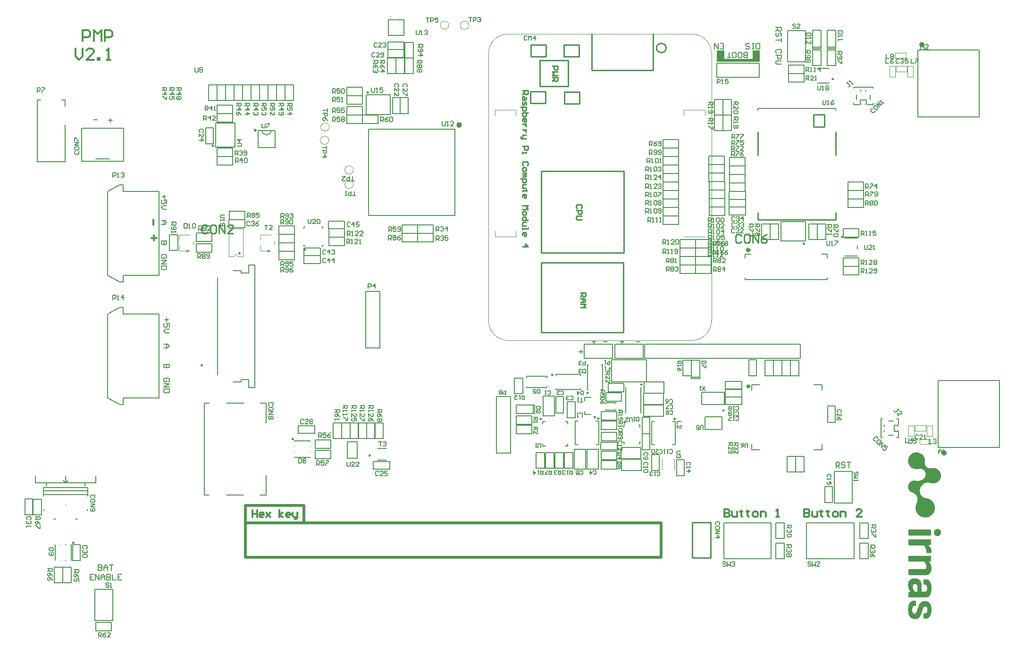
<source format=gto>
G04*
G04 #@! TF.GenerationSoftware,Altium Limited,Altium Designer,22.8.2 (66)*
G04*
G04 Layer_Color=65535*
%FSAX25Y25*%
%MOIN*%
G70*
G04*
G04 #@! TF.SameCoordinates,6D899778-4568-4F72-86F0-953F423F45E2*
G04*
G04*
G04 #@! TF.FilePolarity,Positive*
G04*
G01*
G75*
%ADD10C,0.02362*%
%ADD11C,0.00472*%
%ADD12C,0.01000*%
%ADD13C,0.01968*%
%ADD14C,0.00984*%
%ADD15C,0.00394*%
%ADD16C,0.00787*%
%ADD17C,0.01181*%
%ADD18C,0.00591*%
%ADD19C,0.00315*%
G36*
X0872465Y0247751D02*
Y0247048D01*
X0872365D01*
Y0246546D01*
X0872264D01*
Y0246144D01*
X0872164D01*
Y0245843D01*
X0872063D01*
Y0245542D01*
X0871963D01*
Y0245341D01*
X0871862D01*
Y0245039D01*
X0871762D01*
Y0244939D01*
X0871661D01*
Y0244738D01*
X0871561D01*
Y0244537D01*
X0871461D01*
Y0244437D01*
X0871360D01*
Y0244236D01*
X0871260D01*
Y0244135D01*
X0871159D01*
Y0244035D01*
X0871059D01*
Y0243935D01*
X0870958D01*
Y0243834D01*
X0870858D01*
Y0243734D01*
X0870757D01*
Y0243633D01*
X0870657D01*
Y0243533D01*
X0870557D01*
X0870456D01*
Y0243432D01*
X0870356D01*
Y0243332D01*
X0870255D01*
X0870155D01*
Y0243232D01*
X0870054D01*
X0869954D01*
Y0243131D01*
X0869853D01*
X0869753D01*
Y0243031D01*
X0869653D01*
X0869552D01*
X0869452D01*
Y0242930D01*
X0869351D01*
X0869251D01*
X0869150D01*
X0869050D01*
X0868950D01*
Y0242830D01*
X0868849D01*
X0868749D01*
X0868648D01*
X0868548D01*
X0868447D01*
X0868347D01*
X0868246D01*
X0868146D01*
X0868046D01*
X0867945D01*
X0867845D01*
X0867744D01*
X0867644D01*
X0867543D01*
X0867443D01*
X0867342D01*
X0867242D01*
Y0242930D01*
X0867142D01*
Y0243031D01*
X0867041D01*
Y0243232D01*
X0866941D01*
Y0246245D01*
X0867041D01*
Y0246446D01*
X0867142D01*
Y0246546D01*
X0867242D01*
X0867342D01*
X0867443D01*
Y0246646D01*
X0867543D01*
X0867644D01*
X0867744D01*
X0867845D01*
X0867945D01*
X0868046D01*
X0868146D01*
X0868246D01*
X0868347D01*
X0868447D01*
X0868548D01*
X0868648D01*
X0868749D01*
Y0246747D01*
X0868849D01*
X0868950D01*
Y0246847D01*
X0869050D01*
Y0246948D01*
X0869150D01*
Y0247048D01*
X0869251D01*
Y0247149D01*
X0869351D01*
Y0247350D01*
X0869452D01*
Y0247651D01*
X0869552D01*
Y0248153D01*
X0869653D01*
Y0249760D01*
X0869552D01*
Y0250262D01*
X0869452D01*
Y0250564D01*
X0869351D01*
Y0250764D01*
X0869251D01*
Y0250965D01*
X0869150D01*
Y0251066D01*
X0869050D01*
Y0251166D01*
X0868950D01*
X0868849D01*
Y0251267D01*
X0868749D01*
X0868648D01*
X0868548D01*
Y0251367D01*
X0868447D01*
X0868347D01*
X0868246D01*
X0868146D01*
X0868046D01*
X0867945D01*
X0867845D01*
X0867744D01*
Y0251267D01*
X0867644D01*
X0867543D01*
X0867443D01*
Y0251166D01*
X0867342D01*
Y0251066D01*
X0867242D01*
Y0250965D01*
X0867142D01*
Y0250865D01*
X0867041D01*
Y0250764D01*
X0866941D01*
Y0250564D01*
X0866840D01*
Y0250363D01*
X0866740D01*
Y0250061D01*
X0866639D01*
Y0249760D01*
X0866539D01*
Y0249459D01*
X0866438D01*
Y0249158D01*
X0866338D01*
Y0248957D01*
X0866238D01*
Y0248655D01*
X0866137D01*
Y0248354D01*
X0866037D01*
Y0248053D01*
X0865936D01*
Y0247751D01*
X0865836D01*
Y0247450D01*
X0865735D01*
Y0247249D01*
X0865635D01*
Y0246948D01*
X0865534D01*
Y0246646D01*
X0865434D01*
Y0246345D01*
X0865334D01*
Y0246044D01*
X0865233D01*
Y0245743D01*
X0865133D01*
Y0245542D01*
X0865032D01*
Y0245240D01*
X0864932D01*
Y0245039D01*
X0864831D01*
Y0244839D01*
X0864731D01*
Y0244638D01*
X0864631D01*
Y0244437D01*
X0864530D01*
Y0244236D01*
X0864430D01*
Y0244135D01*
X0864329D01*
Y0243935D01*
X0864229D01*
Y0243834D01*
X0864128D01*
Y0243734D01*
X0864028D01*
Y0243533D01*
X0863927D01*
Y0243432D01*
X0863827D01*
Y0243332D01*
X0863727D01*
X0863626D01*
Y0243232D01*
X0863526D01*
Y0243131D01*
X0863425D01*
Y0243031D01*
X0863325D01*
X0863224D01*
Y0242930D01*
X0863124D01*
X0863023D01*
Y0242830D01*
X0862923D01*
X0862823D01*
Y0242729D01*
X0862722D01*
X0862622D01*
X0862521D01*
Y0242629D01*
X0862421D01*
X0862320D01*
X0862220D01*
X0862119D01*
X0862019D01*
X0861919D01*
X0861818D01*
X0861718D01*
X0861617D01*
X0861517D01*
X0861417D01*
X0861316D01*
X0861216D01*
X0861115D01*
X0861015D01*
X0860914D01*
X0860814D01*
X0860713D01*
X0860613D01*
X0860513D01*
X0860412D01*
X0860312D01*
X0860211D01*
X0860111D01*
X0860010D01*
X0859910D01*
X0859809D01*
X0859709D01*
X0859608D01*
X0859508D01*
X0859408D01*
Y0242729D01*
X0859307D01*
X0859207D01*
X0859106D01*
Y0242830D01*
X0859006D01*
X0858906D01*
X0858805D01*
Y0242930D01*
X0858705D01*
X0858604D01*
Y0243031D01*
X0858504D01*
X0858403D01*
Y0243131D01*
X0858303D01*
Y0243232D01*
X0858202D01*
X0858102D01*
Y0243332D01*
X0858002D01*
Y0243432D01*
X0857901D01*
Y0243533D01*
X0857801D01*
Y0243633D01*
X0857700D01*
Y0243734D01*
X0857600D01*
Y0243834D01*
X0857499D01*
Y0243935D01*
X0857399D01*
Y0244035D01*
X0857298D01*
Y0244135D01*
X0857198D01*
Y0244336D01*
X0857098D01*
Y0244537D01*
X0856997D01*
Y0244638D01*
X0856897D01*
Y0244839D01*
X0856796D01*
Y0245039D01*
X0856696D01*
Y0245341D01*
X0856595D01*
Y0245542D01*
X0856495D01*
Y0245843D01*
X0856394D01*
Y0246245D01*
X0856294D01*
Y0246646D01*
X0856194D01*
Y0247249D01*
X0856093D01*
Y0248253D01*
X0855993D01*
Y0249961D01*
X0856093D01*
Y0250965D01*
X0856194D01*
Y0251468D01*
X0856294D01*
Y0251970D01*
X0856394D01*
Y0252271D01*
X0856495D01*
Y0252572D01*
X0856595D01*
Y0252874D01*
X0856696D01*
Y0253075D01*
X0856796D01*
Y0253275D01*
X0856897D01*
Y0253476D01*
X0856997D01*
Y0253677D01*
X0857098D01*
Y0253778D01*
X0857198D01*
Y0253979D01*
X0857298D01*
Y0254079D01*
X0857399D01*
Y0254280D01*
X0857499D01*
Y0254380D01*
X0857600D01*
Y0254481D01*
X0857700D01*
Y0254581D01*
X0857801D01*
Y0254682D01*
X0857901D01*
Y0254782D01*
X0858002D01*
X0858102D01*
Y0254883D01*
X0858202D01*
Y0254983D01*
X0858303D01*
X0858403D01*
Y0255083D01*
X0858504D01*
X0858604D01*
Y0255184D01*
X0858705D01*
X0858805D01*
Y0255284D01*
X0858906D01*
X0859006D01*
Y0255385D01*
X0859106D01*
X0859207D01*
X0859307D01*
X0859408D01*
Y0255485D01*
X0859508D01*
X0859608D01*
X0859709D01*
X0859809D01*
X0859910D01*
X0860010D01*
X0860111D01*
X0860211D01*
X0860312D01*
X0860412D01*
X0860513D01*
X0860613D01*
X0860713D01*
X0860814D01*
X0860914D01*
X0861015D01*
X0861115D01*
X0861216D01*
X0861316D01*
X0861417D01*
Y0255385D01*
X0861517D01*
Y0255184D01*
X0861617D01*
Y0252070D01*
X0861517D01*
Y0251869D01*
X0861417D01*
Y0251769D01*
X0861316D01*
X0861216D01*
X0861115D01*
Y0251669D01*
X0861015D01*
X0860914D01*
X0860814D01*
X0860713D01*
X0860613D01*
X0860513D01*
X0860412D01*
X0860312D01*
X0860211D01*
X0860111D01*
X0860010D01*
X0859910D01*
Y0251568D01*
X0859809D01*
X0859709D01*
Y0251468D01*
X0859608D01*
Y0251367D01*
X0859508D01*
Y0251267D01*
X0859408D01*
Y0251066D01*
X0859307D01*
Y0250865D01*
X0859207D01*
Y0250564D01*
X0859106D01*
Y0250162D01*
X0859006D01*
Y0247952D01*
X0859106D01*
Y0247550D01*
X0859207D01*
Y0247249D01*
X0859307D01*
Y0247048D01*
X0859408D01*
Y0246948D01*
X0859508D01*
Y0246847D01*
X0859608D01*
Y0246747D01*
X0859709D01*
Y0246646D01*
X0859809D01*
Y0246546D01*
X0859910D01*
X0860010D01*
Y0246446D01*
X0860111D01*
X0860211D01*
X0860312D01*
X0860412D01*
X0860513D01*
X0860613D01*
X0860713D01*
X0860814D01*
X0860914D01*
X0861015D01*
X0861115D01*
X0861216D01*
Y0246546D01*
X0861316D01*
X0861417D01*
Y0246646D01*
X0861517D01*
Y0246747D01*
X0861617D01*
Y0246948D01*
X0861718D01*
Y0247048D01*
X0861818D01*
Y0247249D01*
X0861919D01*
Y0247450D01*
X0862019D01*
Y0247751D01*
X0862119D01*
Y0247952D01*
X0862220D01*
Y0248253D01*
X0862320D01*
Y0248555D01*
X0862421D01*
Y0248756D01*
X0862521D01*
Y0249057D01*
X0862622D01*
Y0249358D01*
X0862722D01*
Y0249660D01*
X0862823D01*
Y0249861D01*
X0862923D01*
Y0250162D01*
X0863023D01*
Y0250463D01*
X0863124D01*
Y0250764D01*
X0863224D01*
Y0250965D01*
X0863325D01*
Y0251267D01*
X0863425D01*
Y0251568D01*
X0863526D01*
Y0251769D01*
X0863626D01*
Y0252070D01*
X0863727D01*
Y0252372D01*
X0863827D01*
Y0252673D01*
X0863927D01*
Y0252874D01*
X0864028D01*
Y0253075D01*
X0864128D01*
Y0253275D01*
X0864229D01*
Y0253376D01*
X0864329D01*
Y0253577D01*
X0864430D01*
Y0253677D01*
X0864530D01*
Y0253778D01*
X0864631D01*
Y0253878D01*
X0864731D01*
Y0253979D01*
X0864831D01*
Y0254079D01*
X0864932D01*
Y0254180D01*
X0865032D01*
Y0254280D01*
X0865133D01*
Y0254380D01*
X0865233D01*
Y0254481D01*
X0865334D01*
X0865434D01*
Y0254581D01*
X0865534D01*
Y0254682D01*
X0865635D01*
X0865735D01*
Y0254782D01*
X0865836D01*
X0865936D01*
Y0254883D01*
X0866037D01*
X0866137D01*
Y0254983D01*
X0866238D01*
X0866338D01*
X0866438D01*
Y0255083D01*
X0866539D01*
X0866639D01*
X0866740D01*
X0866840D01*
X0866941D01*
X0867041D01*
Y0255184D01*
X0867142D01*
X0867242D01*
X0867342D01*
X0867443D01*
X0867543D01*
X0867644D01*
X0867744D01*
X0867845D01*
X0867945D01*
X0868046D01*
X0868146D01*
X0868246D01*
X0868347D01*
X0868447D01*
X0868548D01*
Y0255083D01*
X0868648D01*
X0868749D01*
X0868849D01*
X0868950D01*
X0869050D01*
X0869150D01*
X0869251D01*
Y0254983D01*
X0869351D01*
X0869452D01*
X0869552D01*
Y0254883D01*
X0869653D01*
X0869753D01*
X0869853D01*
Y0254782D01*
X0869954D01*
X0870054D01*
Y0254682D01*
X0870155D01*
X0870255D01*
Y0254581D01*
X0870356D01*
Y0254481D01*
X0870456D01*
X0870557D01*
Y0254380D01*
X0870657D01*
Y0254280D01*
X0870757D01*
Y0254180D01*
X0870858D01*
Y0254079D01*
X0870958D01*
Y0253979D01*
X0871059D01*
Y0253878D01*
X0871159D01*
Y0253778D01*
X0871260D01*
Y0253677D01*
X0871360D01*
Y0253577D01*
X0871461D01*
Y0253376D01*
X0871561D01*
Y0253275D01*
X0871661D01*
Y0253075D01*
X0871762D01*
Y0252874D01*
X0871862D01*
Y0252673D01*
X0871963D01*
Y0252372D01*
X0872063D01*
Y0252171D01*
X0872164D01*
Y0251869D01*
X0872264D01*
Y0251468D01*
X0872365D01*
Y0250965D01*
X0872465D01*
Y0250162D01*
X0872565D01*
Y0247751D01*
X0872465D01*
D02*
G37*
G36*
Y0262817D02*
Y0262014D01*
X0872365D01*
Y0261512D01*
X0872264D01*
Y0261010D01*
X0872164D01*
Y0260708D01*
X0872063D01*
Y0260407D01*
X0871963D01*
Y0260206D01*
X0871862D01*
Y0260005D01*
X0871762D01*
Y0259804D01*
X0871661D01*
Y0259603D01*
X0871561D01*
Y0259402D01*
X0871461D01*
Y0259302D01*
X0871360D01*
Y0259202D01*
X0871260D01*
Y0259001D01*
X0871159D01*
Y0258900D01*
X0871059D01*
Y0258800D01*
X0870958D01*
Y0258699D01*
X0870858D01*
Y0258599D01*
X0870757D01*
X0870657D01*
Y0258499D01*
X0870557D01*
Y0258398D01*
X0870456D01*
Y0258298D01*
X0870356D01*
X0870255D01*
Y0258197D01*
X0870155D01*
X0870054D01*
Y0258097D01*
X0869954D01*
X0869853D01*
Y0257996D01*
X0869753D01*
X0869653D01*
X0869552D01*
Y0257896D01*
X0869452D01*
X0869351D01*
X0869251D01*
X0869150D01*
Y0257795D01*
X0869050D01*
X0868950D01*
X0868849D01*
X0868749D01*
X0868648D01*
X0868548D01*
Y0257695D01*
X0868447D01*
X0868347D01*
X0868246D01*
X0868146D01*
X0868046D01*
X0867945D01*
X0867845D01*
X0867744D01*
X0867644D01*
X0867543D01*
X0867443D01*
X0867342D01*
X0867242D01*
X0867142D01*
X0867041D01*
X0866941D01*
X0866840D01*
X0866740D01*
X0866639D01*
X0866539D01*
X0866438D01*
X0866338D01*
X0866238D01*
X0866137D01*
X0866037D01*
X0865936D01*
X0865836D01*
X0865735D01*
X0865635D01*
X0865534D01*
X0865434D01*
X0865334D01*
X0865233D01*
X0865133D01*
X0865032D01*
X0864932D01*
X0864831D01*
X0864731D01*
X0864631D01*
X0864530D01*
X0864430D01*
X0864329D01*
X0864229D01*
X0864128D01*
X0864028D01*
X0863927D01*
X0863827D01*
X0863727D01*
X0863626D01*
X0863526D01*
X0863425D01*
X0863325D01*
X0863224D01*
X0863124D01*
X0863023D01*
X0862923D01*
X0862823D01*
X0862722D01*
X0862622D01*
X0862521D01*
X0862421D01*
X0862320D01*
X0862220D01*
X0862119D01*
X0862019D01*
X0861919D01*
X0861818D01*
X0861718D01*
X0861617D01*
X0861517D01*
X0861417D01*
X0861316D01*
X0861216D01*
X0861115D01*
X0861015D01*
X0860914D01*
X0860814D01*
X0860713D01*
X0860613D01*
X0860513D01*
X0860412D01*
X0860312D01*
X0860211D01*
X0860111D01*
X0860010D01*
X0859910D01*
X0859809D01*
X0859709D01*
X0859608D01*
X0859508D01*
X0859408D01*
X0859307D01*
X0859207D01*
X0859106D01*
X0859006D01*
X0858906D01*
X0858805D01*
X0858705D01*
X0858604D01*
X0858504D01*
X0858403D01*
X0858303D01*
X0858202D01*
X0858102D01*
X0858002D01*
X0857901D01*
X0857801D01*
X0857700D01*
X0857600D01*
X0857499D01*
X0857399D01*
X0857298D01*
X0857198D01*
X0857098D01*
X0856997D01*
X0856897D01*
X0856796D01*
Y0257795D01*
X0856696D01*
X0856595D01*
X0856495D01*
Y0257896D01*
X0856394D01*
Y0258097D01*
X0856294D01*
Y0261311D01*
X0856394D01*
Y0261411D01*
X0856495D01*
Y0261512D01*
X0856595D01*
X0856696D01*
Y0261612D01*
X0856796D01*
X0856897D01*
X0856997D01*
X0857098D01*
X0857198D01*
X0857298D01*
Y0261713D01*
X0857399D01*
X0857499D01*
X0857600D01*
X0857700D01*
Y0261913D01*
X0857600D01*
Y0262014D01*
X0857499D01*
Y0262215D01*
X0857399D01*
Y0262315D01*
X0857298D01*
Y0262416D01*
X0857198D01*
Y0262616D01*
X0857098D01*
Y0262817D01*
X0856997D01*
Y0262918D01*
X0856897D01*
Y0263119D01*
X0856796D01*
Y0263320D01*
X0856696D01*
Y0263521D01*
X0856595D01*
Y0263822D01*
X0856495D01*
Y0264023D01*
X0856394D01*
Y0264324D01*
X0856294D01*
Y0264726D01*
X0856194D01*
Y0265127D01*
X0856093D01*
Y0265931D01*
X0855993D01*
Y0267136D01*
X0856093D01*
Y0267839D01*
X0856194D01*
Y0268241D01*
X0856294D01*
Y0268543D01*
X0856394D01*
Y0268844D01*
X0856495D01*
Y0269045D01*
X0856595D01*
Y0269246D01*
X0856696D01*
Y0269346D01*
X0856796D01*
Y0269547D01*
X0856897D01*
Y0269647D01*
X0856997D01*
Y0269848D01*
X0857098D01*
Y0269949D01*
X0857198D01*
Y0270049D01*
X0857298D01*
Y0270149D01*
X0857399D01*
Y0270250D01*
X0857499D01*
X0857600D01*
Y0270350D01*
X0857700D01*
Y0270451D01*
X0857801D01*
Y0270551D01*
X0857901D01*
X0858002D01*
Y0270652D01*
X0858102D01*
X0858202D01*
Y0270752D01*
X0858303D01*
X0858403D01*
Y0270853D01*
X0858504D01*
X0858604D01*
Y0270953D01*
X0858705D01*
X0858805D01*
X0858906D01*
X0859006D01*
Y0271054D01*
X0859106D01*
X0859207D01*
X0859307D01*
X0859408D01*
X0859508D01*
Y0271154D01*
X0859608D01*
X0859709D01*
X0859809D01*
X0859910D01*
X0860010D01*
X0860111D01*
X0860211D01*
X0860312D01*
X0860412D01*
X0860513D01*
X0860613D01*
X0860713D01*
X0860814D01*
X0860914D01*
X0861015D01*
X0861115D01*
X0861216D01*
X0861316D01*
X0861417D01*
X0861517D01*
X0861617D01*
X0861718D01*
X0861818D01*
X0861919D01*
X0862019D01*
Y0271054D01*
X0862119D01*
X0862220D01*
X0862320D01*
X0862421D01*
X0862521D01*
Y0270953D01*
X0862622D01*
X0862722D01*
X0862823D01*
Y0270853D01*
X0862923D01*
X0863023D01*
X0863124D01*
Y0270752D01*
X0863224D01*
X0863325D01*
Y0270652D01*
X0863425D01*
X0863526D01*
Y0270551D01*
X0863626D01*
Y0270451D01*
X0863727D01*
X0863827D01*
Y0270350D01*
X0863927D01*
Y0270250D01*
X0864028D01*
Y0270149D01*
X0864128D01*
Y0270049D01*
X0864229D01*
Y0269949D01*
X0864329D01*
Y0269848D01*
X0864430D01*
Y0269748D01*
X0864530D01*
Y0269647D01*
X0864631D01*
Y0269446D01*
X0864731D01*
Y0269346D01*
X0864831D01*
Y0269145D01*
X0864932D01*
Y0268944D01*
X0865032D01*
Y0268743D01*
X0865133D01*
Y0268442D01*
X0865233D01*
Y0268141D01*
X0865334D01*
Y0267739D01*
X0865434D01*
Y0267136D01*
X0865534D01*
Y0261813D01*
X0865635D01*
X0865735D01*
X0865836D01*
X0865936D01*
X0866037D01*
X0866137D01*
X0866238D01*
X0866338D01*
X0866438D01*
X0866539D01*
X0866639D01*
X0866740D01*
X0866840D01*
X0866941D01*
X0867041D01*
X0867142D01*
X0867242D01*
X0867342D01*
X0867443D01*
X0867543D01*
X0867644D01*
X0867744D01*
X0867845D01*
X0867945D01*
X0868046D01*
Y0261913D01*
X0868146D01*
X0868246D01*
X0868347D01*
X0868447D01*
Y0262014D01*
X0868548D01*
X0868648D01*
Y0262114D01*
X0868749D01*
Y0262215D01*
X0868849D01*
Y0262315D01*
X0868950D01*
Y0262416D01*
X0869050D01*
Y0262516D01*
X0869150D01*
Y0262717D01*
X0869251D01*
Y0263018D01*
X0869351D01*
Y0263420D01*
X0869452D01*
Y0265127D01*
X0869351D01*
Y0265630D01*
X0869251D01*
Y0265931D01*
X0869150D01*
Y0266132D01*
X0869050D01*
Y0266232D01*
X0868950D01*
Y0266433D01*
X0868849D01*
X0868749D01*
Y0266534D01*
X0868648D01*
Y0266634D01*
X0868548D01*
X0868447D01*
Y0266735D01*
X0868347D01*
X0868246D01*
X0868146D01*
X0868046D01*
X0867945D01*
Y0266835D01*
X0867845D01*
X0867744D01*
X0867644D01*
X0867543D01*
X0867443D01*
X0867342D01*
X0867242D01*
X0867142D01*
X0867041D01*
Y0266935D01*
X0866941D01*
Y0267036D01*
X0866840D01*
Y0267136D01*
X0866740D01*
Y0270350D01*
X0866840D01*
Y0270451D01*
X0866941D01*
Y0270551D01*
X0867041D01*
Y0270652D01*
X0867142D01*
X0867242D01*
X0867342D01*
X0867443D01*
X0867543D01*
X0867644D01*
X0867744D01*
X0867845D01*
X0867945D01*
X0868046D01*
X0868146D01*
X0868246D01*
X0868347D01*
X0868447D01*
X0868548D01*
X0868648D01*
X0868749D01*
X0868849D01*
X0868950D01*
Y0270551D01*
X0869050D01*
X0869150D01*
X0869251D01*
X0869351D01*
Y0270451D01*
X0869452D01*
X0869552D01*
X0869653D01*
Y0270350D01*
X0869753D01*
X0869853D01*
X0869954D01*
Y0270250D01*
X0870054D01*
X0870155D01*
Y0270149D01*
X0870255D01*
Y0270049D01*
X0870356D01*
X0870456D01*
Y0269949D01*
X0870557D01*
Y0269848D01*
X0870657D01*
X0870757D01*
Y0269748D01*
X0870858D01*
Y0269647D01*
X0870958D01*
Y0269547D01*
X0871059D01*
Y0269446D01*
X0871159D01*
Y0269346D01*
X0871260D01*
Y0269145D01*
X0871360D01*
Y0269045D01*
X0871461D01*
Y0268944D01*
X0871561D01*
Y0268743D01*
X0871661D01*
Y0268543D01*
X0871762D01*
Y0268342D01*
X0871862D01*
Y0268141D01*
X0871963D01*
Y0267940D01*
X0872063D01*
Y0267638D01*
X0872164D01*
Y0267237D01*
X0872264D01*
Y0266835D01*
X0872365D01*
Y0266333D01*
X0872465D01*
Y0265529D01*
X0872565D01*
Y0262817D01*
X0872465D01*
D02*
G37*
G36*
Y0277180D02*
Y0276678D01*
X0872365D01*
Y0276276D01*
X0872264D01*
Y0275975D01*
X0872164D01*
Y0275774D01*
X0872063D01*
Y0275573D01*
X0871963D01*
Y0275373D01*
X0871862D01*
Y0275172D01*
X0871762D01*
Y0275071D01*
X0871661D01*
Y0274971D01*
X0871561D01*
Y0274770D01*
X0871461D01*
Y0274669D01*
X0871360D01*
Y0274569D01*
X0871260D01*
Y0274468D01*
X0871159D01*
Y0274368D01*
X0871059D01*
Y0274268D01*
X0870958D01*
X0870858D01*
Y0274167D01*
X0870757D01*
Y0274067D01*
X0870657D01*
X0870557D01*
Y0273966D01*
X0870456D01*
X0870356D01*
Y0273866D01*
X0870255D01*
X0870155D01*
Y0273765D01*
X0870054D01*
X0869954D01*
Y0273665D01*
X0869853D01*
X0869753D01*
X0869653D01*
Y0273565D01*
X0869552D01*
X0869452D01*
X0869351D01*
X0869251D01*
Y0273464D01*
X0869150D01*
X0869050D01*
X0868950D01*
X0868849D01*
X0868749D01*
X0868648D01*
X0868548D01*
X0868447D01*
X0868347D01*
X0868246D01*
X0868146D01*
X0868046D01*
X0867945D01*
X0867845D01*
X0867744D01*
X0867644D01*
X0867543D01*
X0867443D01*
X0867342D01*
X0867242D01*
X0867142D01*
X0867041D01*
X0866941D01*
X0866840D01*
X0866740D01*
X0866639D01*
X0866539D01*
X0866438D01*
X0866338D01*
X0866238D01*
X0866137D01*
X0866037D01*
X0865936D01*
X0865836D01*
X0865735D01*
X0865635D01*
X0865534D01*
X0865434D01*
X0865334D01*
X0865233D01*
X0865133D01*
X0865032D01*
X0864932D01*
X0864831D01*
X0864731D01*
X0864631D01*
X0864530D01*
X0864430D01*
X0864329D01*
X0864229D01*
X0864128D01*
X0864028D01*
X0863927D01*
X0863827D01*
X0863727D01*
X0863626D01*
X0863526D01*
X0863425D01*
X0863325D01*
X0863224D01*
X0863124D01*
X0863023D01*
X0862923D01*
X0862823D01*
X0862722D01*
X0862622D01*
X0862521D01*
X0862421D01*
X0862320D01*
X0862220D01*
X0862119D01*
X0862019D01*
X0861919D01*
X0861818D01*
X0861718D01*
X0861617D01*
X0861517D01*
X0861417D01*
X0861316D01*
X0861216D01*
X0861115D01*
X0861015D01*
X0860914D01*
X0860814D01*
X0860713D01*
X0860613D01*
X0860513D01*
X0860412D01*
X0860312D01*
X0860211D01*
X0860111D01*
X0860010D01*
X0859910D01*
X0859809D01*
X0859709D01*
X0859608D01*
X0859508D01*
X0859408D01*
X0859307D01*
X0859207D01*
X0859106D01*
X0859006D01*
X0858906D01*
X0858805D01*
X0858705D01*
X0858604D01*
X0858504D01*
X0858403D01*
X0858303D01*
X0858202D01*
X0858102D01*
X0858002D01*
X0857901D01*
X0857801D01*
X0857700D01*
X0857600D01*
X0857499D01*
X0857399D01*
X0857298D01*
X0857198D01*
X0857098D01*
X0856997D01*
X0856897D01*
X0856796D01*
X0856696D01*
X0856595D01*
Y0273565D01*
X0856495D01*
Y0273665D01*
X0856394D01*
Y0273765D01*
X0856294D01*
Y0277281D01*
X0856394D01*
Y0277381D01*
X0856495D01*
Y0277482D01*
X0856595D01*
Y0277582D01*
X0856696D01*
X0856796D01*
X0856897D01*
X0856997D01*
Y0277683D01*
X0857098D01*
X0857198D01*
X0857298D01*
X0857399D01*
X0857499D01*
X0857600D01*
X0857700D01*
X0857801D01*
X0857901D01*
X0858002D01*
X0858102D01*
X0858202D01*
X0858303D01*
X0858403D01*
X0858504D01*
X0858604D01*
X0858705D01*
X0858805D01*
X0858906D01*
X0859006D01*
X0859106D01*
X0859207D01*
X0859307D01*
X0859408D01*
X0859508D01*
X0859608D01*
X0859709D01*
X0859809D01*
X0859910D01*
X0860010D01*
X0860111D01*
X0860211D01*
X0860312D01*
X0860412D01*
X0860513D01*
X0860613D01*
X0860713D01*
X0860814D01*
X0860914D01*
X0861015D01*
X0861115D01*
X0861216D01*
X0861316D01*
X0861417D01*
X0861517D01*
X0861617D01*
X0861718D01*
X0861818D01*
X0861919D01*
X0862019D01*
X0862119D01*
X0862220D01*
X0862320D01*
X0862421D01*
X0862521D01*
X0862622D01*
X0862722D01*
X0862823D01*
X0862923D01*
X0863023D01*
X0863124D01*
X0863224D01*
X0863325D01*
X0863425D01*
X0863526D01*
X0863626D01*
X0863727D01*
X0863827D01*
X0863927D01*
X0864028D01*
X0864128D01*
X0864229D01*
X0864329D01*
X0864430D01*
X0864530D01*
X0864631D01*
X0864731D01*
X0864831D01*
X0864932D01*
X0865032D01*
X0865133D01*
X0865233D01*
X0865334D01*
X0865434D01*
X0865534D01*
X0865635D01*
X0865735D01*
X0865836D01*
X0865936D01*
X0866037D01*
X0866137D01*
X0866238D01*
X0866338D01*
X0866438D01*
X0866539D01*
X0866639D01*
X0866740D01*
X0866840D01*
X0866941D01*
X0867041D01*
X0867142D01*
X0867242D01*
X0867342D01*
X0867443D01*
X0867543D01*
X0867644D01*
X0867744D01*
X0867845D01*
X0867945D01*
X0868046D01*
Y0277783D01*
X0868146D01*
X0868246D01*
Y0277884D01*
X0868347D01*
X0868447D01*
Y0277984D01*
X0868548D01*
Y0278084D01*
X0868648D01*
Y0278285D01*
X0868749D01*
Y0278486D01*
X0868849D01*
Y0278888D01*
X0868950D01*
Y0279993D01*
X0868849D01*
Y0280495D01*
X0868749D01*
Y0280897D01*
X0868648D01*
Y0281198D01*
X0868548D01*
Y0281399D01*
X0868447D01*
Y0281600D01*
X0868347D01*
Y0281901D01*
X0868246D01*
Y0282001D01*
X0868146D01*
Y0282202D01*
X0868046D01*
Y0282403D01*
X0867945D01*
Y0282604D01*
X0867845D01*
Y0282705D01*
X0867744D01*
Y0282906D01*
X0867644D01*
Y0283006D01*
X0867543D01*
Y0283106D01*
X0867443D01*
Y0283207D01*
X0867342D01*
X0867242D01*
X0867142D01*
X0867041D01*
X0866941D01*
X0866840D01*
X0866740D01*
X0866639D01*
X0866539D01*
X0866438D01*
X0866338D01*
X0866238D01*
X0866137D01*
X0866037D01*
X0865936D01*
X0865836D01*
X0865735D01*
X0865635D01*
X0865534D01*
X0865434D01*
X0865334D01*
X0865233D01*
X0865133D01*
X0865032D01*
X0864932D01*
X0864831D01*
X0864731D01*
X0864631D01*
X0864530D01*
X0864430D01*
X0864329D01*
X0864229D01*
X0864128D01*
X0864028D01*
X0863927D01*
X0863827D01*
X0863727D01*
X0863626D01*
X0863526D01*
X0863425D01*
X0863325D01*
X0863224D01*
X0863124D01*
X0863023D01*
X0862923D01*
X0862823D01*
X0862722D01*
X0862622D01*
X0862521D01*
X0862421D01*
X0862320D01*
X0862220D01*
X0862119D01*
X0862019D01*
X0861919D01*
X0861818D01*
X0861718D01*
X0861617D01*
X0861517D01*
X0861417D01*
X0861316D01*
X0861216D01*
X0861115D01*
X0861015D01*
X0860914D01*
X0860814D01*
X0860713D01*
X0860613D01*
X0860513D01*
X0860412D01*
X0860312D01*
X0860211D01*
X0860111D01*
X0860010D01*
X0859910D01*
X0859809D01*
X0859709D01*
X0859608D01*
X0859508D01*
X0859408D01*
X0859307D01*
X0859207D01*
X0859106D01*
X0859006D01*
X0858906D01*
X0858805D01*
X0858705D01*
X0858604D01*
X0858504D01*
X0858403D01*
X0858303D01*
X0858202D01*
X0858102D01*
X0858002D01*
X0857901D01*
X0857801D01*
X0857700D01*
X0857600D01*
X0857499D01*
X0857399D01*
X0857298D01*
X0857198D01*
X0857098D01*
X0856997D01*
X0856897D01*
X0856796D01*
X0856696D01*
X0856595D01*
Y0283307D01*
X0856495D01*
X0856394D01*
Y0283508D01*
X0856294D01*
Y0287024D01*
X0856394D01*
Y0287124D01*
X0856495D01*
Y0287224D01*
X0856595D01*
Y0287325D01*
X0856696D01*
X0856796D01*
X0856897D01*
X0856997D01*
X0857098D01*
X0857198D01*
X0857298D01*
X0857399D01*
X0857499D01*
X0857600D01*
X0857700D01*
X0857801D01*
X0857901D01*
X0858002D01*
X0858102D01*
X0858202D01*
X0858303D01*
X0858403D01*
X0858504D01*
X0858604D01*
X0858705D01*
X0858805D01*
X0858906D01*
X0859006D01*
X0859106D01*
X0859207D01*
X0859307D01*
X0859408D01*
X0859508D01*
X0859608D01*
X0859709D01*
X0859809D01*
X0859910D01*
X0860010D01*
X0860111D01*
X0860211D01*
X0860312D01*
X0860412D01*
X0860513D01*
X0860613D01*
X0860713D01*
X0860814D01*
X0860914D01*
X0861015D01*
X0861115D01*
X0861216D01*
X0861316D01*
X0861417D01*
X0861517D01*
X0861617D01*
X0861718D01*
X0861818D01*
X0861919D01*
X0862019D01*
X0862119D01*
X0862220D01*
X0862320D01*
X0862421D01*
X0862521D01*
X0862622D01*
X0862722D01*
X0862823D01*
X0862923D01*
X0863023D01*
X0863124D01*
X0863224D01*
X0863325D01*
X0863425D01*
X0863526D01*
X0863626D01*
X0863727D01*
X0863827D01*
X0863927D01*
X0864028D01*
X0864128D01*
X0864229D01*
X0864329D01*
X0864430D01*
X0864530D01*
X0864631D01*
X0864731D01*
X0864831D01*
X0864932D01*
X0865032D01*
X0865133D01*
X0865233D01*
X0865334D01*
X0865434D01*
X0865534D01*
X0865635D01*
X0865735D01*
X0865836D01*
X0865936D01*
X0866037D01*
X0866137D01*
X0866238D01*
X0866338D01*
X0866438D01*
X0866539D01*
X0866639D01*
X0866740D01*
X0866840D01*
X0866941D01*
X0867041D01*
X0867142D01*
X0867242D01*
X0867342D01*
X0867443D01*
X0867543D01*
X0867644D01*
X0867744D01*
X0867845D01*
X0867945D01*
X0868046D01*
X0868146D01*
X0868246D01*
X0868347D01*
X0868447D01*
X0868548D01*
X0868648D01*
X0868749D01*
X0868849D01*
X0868950D01*
X0869050D01*
X0869150D01*
X0869251D01*
X0869351D01*
X0869452D01*
X0869552D01*
X0869653D01*
X0869753D01*
X0869853D01*
X0869954D01*
X0870054D01*
X0870155D01*
X0870255D01*
X0870356D01*
X0870456D01*
X0870557D01*
X0870657D01*
X0870757D01*
X0870858D01*
X0870958D01*
X0871059D01*
X0871159D01*
X0871260D01*
X0871360D01*
X0871461D01*
X0871561D01*
X0871661D01*
X0871762D01*
X0871862D01*
X0871963D01*
Y0287224D01*
X0872063D01*
X0872164D01*
Y0287124D01*
X0872264D01*
Y0283609D01*
X0872164D01*
Y0283508D01*
X0872063D01*
Y0283408D01*
X0871963D01*
X0871862D01*
X0871762D01*
Y0283307D01*
X0871661D01*
X0871561D01*
X0871461D01*
X0871360D01*
X0871260D01*
X0871159D01*
X0871059D01*
X0870958D01*
X0870858D01*
Y0283106D01*
X0870958D01*
Y0282906D01*
X0871059D01*
Y0282805D01*
X0871159D01*
Y0282604D01*
X0871260D01*
Y0282504D01*
X0871360D01*
Y0282303D01*
X0871461D01*
Y0282202D01*
X0871561D01*
Y0282001D01*
X0871661D01*
Y0281801D01*
X0871762D01*
Y0281600D01*
X0871862D01*
Y0281399D01*
X0871963D01*
Y0281098D01*
X0872063D01*
Y0280897D01*
X0872164D01*
Y0280595D01*
X0872264D01*
Y0280194D01*
X0872365D01*
Y0279792D01*
X0872465D01*
Y0279089D01*
X0872565D01*
Y0277180D01*
X0872465D01*
D02*
G37*
G36*
Y0289635D02*
Y0289434D01*
X0872365D01*
Y0289334D01*
X0872264D01*
Y0289233D01*
X0872164D01*
X0872063D01*
X0871963D01*
X0871862D01*
X0871762D01*
X0871661D01*
X0871561D01*
X0871461D01*
X0871360D01*
X0871260D01*
X0871159D01*
X0871059D01*
X0870958D01*
X0870858D01*
X0870757D01*
X0870657D01*
X0870557D01*
X0870456D01*
X0870356D01*
X0870255D01*
X0870155D01*
X0870054D01*
X0869954D01*
X0869853D01*
X0869753D01*
X0869653D01*
X0869552D01*
X0869452D01*
X0869351D01*
Y0289334D01*
X0869251D01*
X0869150D01*
Y0289434D01*
X0869050D01*
Y0289635D01*
X0868950D01*
Y0290439D01*
X0868849D01*
Y0291041D01*
X0868749D01*
Y0291543D01*
X0868648D01*
Y0291845D01*
X0868548D01*
Y0292146D01*
X0868447D01*
Y0292447D01*
X0868347D01*
Y0292648D01*
X0868246D01*
Y0292950D01*
X0868146D01*
Y0293150D01*
X0868046D01*
Y0293251D01*
X0867945D01*
Y0293452D01*
X0867845D01*
Y0293653D01*
X0867744D01*
Y0293853D01*
X0867644D01*
Y0293954D01*
X0867543D01*
Y0294054D01*
X0867443D01*
Y0294255D01*
X0867342D01*
Y0294356D01*
X0867242D01*
Y0294456D01*
X0867142D01*
Y0294657D01*
X0867041D01*
X0866941D01*
X0866840D01*
X0866740D01*
X0866639D01*
X0866539D01*
X0866438D01*
X0866338D01*
X0866238D01*
X0866137D01*
X0866037D01*
X0865936D01*
X0865836D01*
X0865735D01*
X0865635D01*
X0865534D01*
X0865434D01*
X0865334D01*
X0865233D01*
X0865133D01*
X0865032D01*
X0864932D01*
X0864831D01*
X0864731D01*
X0864631D01*
X0864530D01*
X0864430D01*
X0864329D01*
X0864229D01*
X0864128D01*
X0864028D01*
X0863927D01*
X0863827D01*
X0863727D01*
X0863626D01*
X0863526D01*
X0863425D01*
X0863325D01*
X0863224D01*
X0863124D01*
X0863023D01*
X0862923D01*
X0862823D01*
X0862722D01*
X0862622D01*
X0862521D01*
X0862421D01*
X0862320D01*
X0862220D01*
X0862119D01*
X0862019D01*
X0861919D01*
X0861818D01*
X0861718D01*
X0861617D01*
X0861517D01*
X0861417D01*
X0861316D01*
X0861216D01*
X0861115D01*
X0861015D01*
X0860914D01*
X0860814D01*
X0860713D01*
X0860613D01*
X0860513D01*
X0860412D01*
X0860312D01*
X0860211D01*
X0860111D01*
X0860010D01*
X0859910D01*
X0859809D01*
X0859709D01*
X0859608D01*
X0859508D01*
X0859408D01*
X0859307D01*
X0859207D01*
X0859106D01*
X0859006D01*
X0858906D01*
X0858805D01*
X0858705D01*
X0858604D01*
X0858504D01*
X0858403D01*
X0858303D01*
X0858202D01*
X0858102D01*
X0858002D01*
X0857901D01*
X0857801D01*
X0857700D01*
X0857600D01*
X0857499D01*
X0857399D01*
X0857298D01*
X0857198D01*
X0857098D01*
X0856997D01*
X0856897D01*
Y0294758D01*
X0856796D01*
X0856696D01*
X0856595D01*
X0856495D01*
Y0294858D01*
X0856394D01*
Y0295059D01*
X0856294D01*
Y0298474D01*
X0856394D01*
Y0298675D01*
X0856495D01*
Y0298775D01*
X0856595D01*
X0856696D01*
Y0298876D01*
X0856796D01*
X0856897D01*
X0856997D01*
X0857098D01*
X0857198D01*
X0857298D01*
X0857399D01*
X0857499D01*
X0857600D01*
X0857700D01*
X0857801D01*
X0857901D01*
X0858002D01*
X0858102D01*
X0858202D01*
X0858303D01*
X0858403D01*
X0858504D01*
X0858604D01*
X0858705D01*
X0858805D01*
X0858906D01*
X0859006D01*
X0859106D01*
X0859207D01*
X0859307D01*
X0859408D01*
X0859508D01*
X0859608D01*
X0859709D01*
X0859809D01*
X0859910D01*
X0860010D01*
X0860111D01*
X0860211D01*
X0860312D01*
X0860412D01*
X0860513D01*
X0860613D01*
X0860713D01*
X0860814D01*
X0860914D01*
X0861015D01*
X0861115D01*
X0861216D01*
X0861316D01*
X0861417D01*
X0861517D01*
X0861617D01*
X0861718D01*
X0861818D01*
X0861919D01*
X0862019D01*
X0862119D01*
X0862220D01*
X0862320D01*
X0862421D01*
X0862521D01*
X0862622D01*
X0862722D01*
X0862823D01*
X0862923D01*
X0863023D01*
X0863124D01*
X0863224D01*
X0863325D01*
X0863425D01*
X0863526D01*
X0863626D01*
X0863727D01*
X0863827D01*
X0863927D01*
X0864028D01*
X0864128D01*
X0864229D01*
X0864329D01*
X0864430D01*
X0864530D01*
X0864631D01*
X0864731D01*
X0864831D01*
X0864932D01*
X0865032D01*
X0865133D01*
X0865233D01*
X0865334D01*
X0865434D01*
X0865534D01*
X0865635D01*
X0865735D01*
X0865836D01*
X0865936D01*
X0866037D01*
X0866137D01*
X0866238D01*
X0866338D01*
X0866438D01*
X0866539D01*
X0866639D01*
X0866740D01*
X0866840D01*
X0866941D01*
X0867041D01*
X0867142D01*
X0867242D01*
X0867342D01*
X0867443D01*
X0867543D01*
X0867644D01*
X0867744D01*
X0867845D01*
X0867945D01*
X0868046D01*
X0868146D01*
X0868246D01*
X0868347D01*
X0868447D01*
X0868548D01*
X0868648D01*
X0868749D01*
X0868849D01*
X0868950D01*
X0869050D01*
X0869150D01*
X0869251D01*
X0869351D01*
X0869452D01*
X0869552D01*
X0869653D01*
X0869753D01*
X0869853D01*
X0869954D01*
X0870054D01*
X0870155D01*
X0870255D01*
X0870356D01*
X0870456D01*
X0870557D01*
X0870657D01*
X0870757D01*
X0870858D01*
X0870958D01*
X0871059D01*
X0871159D01*
X0871260D01*
X0871360D01*
X0871461D01*
X0871561D01*
X0871661D01*
X0871762D01*
X0871862D01*
X0871963D01*
Y0298775D01*
X0872063D01*
X0872164D01*
Y0298574D01*
X0872264D01*
Y0295159D01*
X0872164D01*
Y0295059D01*
X0872063D01*
Y0294958D01*
X0871963D01*
X0871862D01*
Y0294858D01*
X0871762D01*
X0871661D01*
X0871561D01*
X0871461D01*
X0871360D01*
X0871260D01*
X0871159D01*
X0871059D01*
X0870958D01*
Y0294758D01*
X0870858D01*
X0870757D01*
X0870657D01*
X0870557D01*
X0870456D01*
Y0294657D01*
X0870557D01*
Y0294557D01*
X0870657D01*
Y0294456D01*
X0870757D01*
Y0294356D01*
X0870858D01*
Y0294255D01*
X0870958D01*
Y0294155D01*
X0871059D01*
Y0293954D01*
X0871159D01*
Y0293853D01*
X0871260D01*
Y0293753D01*
X0871360D01*
Y0293552D01*
X0871461D01*
Y0293452D01*
X0871561D01*
Y0293351D01*
X0871661D01*
Y0293150D01*
X0871762D01*
Y0292950D01*
X0871862D01*
Y0292749D01*
X0871963D01*
Y0292548D01*
X0872063D01*
Y0292347D01*
X0872164D01*
Y0292046D01*
X0872264D01*
Y0291744D01*
X0872365D01*
Y0291443D01*
X0872465D01*
Y0290840D01*
X0872565D01*
Y0289635D01*
X0872465D01*
D02*
G37*
G36*
X0872164Y0301889D02*
Y0301688D01*
X0872063D01*
X0871963D01*
X0871862D01*
Y0301587D01*
X0871762D01*
X0871661D01*
X0871561D01*
X0871461D01*
X0871360D01*
X0871260D01*
X0871159D01*
X0871059D01*
X0870958D01*
X0870858D01*
X0870757D01*
X0870657D01*
X0870557D01*
X0870456D01*
X0870356D01*
X0870255D01*
X0870155D01*
X0870054D01*
X0869954D01*
X0869853D01*
X0869753D01*
X0869653D01*
X0869552D01*
X0869452D01*
X0869351D01*
X0869251D01*
X0869150D01*
X0869050D01*
X0868950D01*
X0868849D01*
X0868749D01*
X0868648D01*
X0868548D01*
X0868447D01*
X0868347D01*
X0868246D01*
X0868146D01*
X0868046D01*
X0867945D01*
X0867845D01*
X0867744D01*
X0867644D01*
X0867543D01*
X0867443D01*
X0867342D01*
X0867242D01*
X0867142D01*
X0867041D01*
X0866941D01*
X0866840D01*
X0866740D01*
X0866639D01*
X0866539D01*
X0866438D01*
X0866338D01*
X0866238D01*
X0866137D01*
X0866037D01*
X0865936D01*
X0865836D01*
X0865735D01*
X0865635D01*
X0865534D01*
X0865434D01*
X0865334D01*
X0865233D01*
X0865133D01*
X0865032D01*
X0864932D01*
X0864831D01*
X0864731D01*
X0864631D01*
X0864530D01*
X0864430D01*
X0864329D01*
X0864229D01*
X0864128D01*
X0864028D01*
X0863927D01*
X0863827D01*
X0863727D01*
X0863626D01*
X0863526D01*
X0863425D01*
X0863325D01*
X0863224D01*
X0863124D01*
X0863023D01*
X0862923D01*
X0862823D01*
X0862722D01*
X0862622D01*
X0862521D01*
X0862421D01*
X0862320D01*
X0862220D01*
X0862119D01*
X0862019D01*
X0861919D01*
X0861818D01*
X0861718D01*
X0861617D01*
X0861517D01*
X0861417D01*
X0861316D01*
X0861216D01*
X0861115D01*
X0861015D01*
X0860914D01*
X0860814D01*
X0860713D01*
X0860613D01*
X0860513D01*
X0860412D01*
X0860312D01*
X0860211D01*
X0860111D01*
X0860010D01*
X0859910D01*
X0859809D01*
X0859709D01*
X0859608D01*
X0859508D01*
X0859408D01*
X0859307D01*
X0859207D01*
X0859106D01*
X0859006D01*
X0858906D01*
X0858805D01*
X0858705D01*
X0858604D01*
X0858504D01*
X0858403D01*
X0858303D01*
X0858202D01*
X0858102D01*
X0858002D01*
X0857901D01*
X0857801D01*
X0857700D01*
X0857600D01*
X0857499D01*
X0857399D01*
X0857298D01*
X0857198D01*
X0857098D01*
X0856997D01*
X0856897D01*
X0856796D01*
X0856696D01*
Y0301688D01*
X0856595D01*
X0856495D01*
Y0301788D01*
X0856394D01*
Y0301889D01*
X0856294D01*
Y0305404D01*
X0856394D01*
Y0305605D01*
X0856495D01*
Y0305705D01*
X0856595D01*
X0856696D01*
X0856796D01*
Y0305806D01*
X0856897D01*
X0856997D01*
X0857098D01*
X0857198D01*
X0857298D01*
X0857399D01*
X0857499D01*
X0857600D01*
X0857700D01*
X0857801D01*
X0857901D01*
X0858002D01*
X0858102D01*
X0858202D01*
X0858303D01*
X0858403D01*
X0858504D01*
X0858604D01*
X0858705D01*
X0858805D01*
X0858906D01*
X0859006D01*
X0859106D01*
X0859207D01*
X0859307D01*
X0859408D01*
X0859508D01*
X0859608D01*
X0859709D01*
X0859809D01*
X0859910D01*
X0860010D01*
X0860111D01*
X0860211D01*
X0860312D01*
X0860412D01*
X0860513D01*
X0860613D01*
X0860713D01*
X0860814D01*
X0860914D01*
X0861015D01*
X0861115D01*
X0861216D01*
X0861316D01*
X0861417D01*
X0861517D01*
X0861617D01*
X0861718D01*
X0861818D01*
X0861919D01*
X0862019D01*
X0862119D01*
X0862220D01*
X0862320D01*
X0862421D01*
X0862521D01*
X0862622D01*
X0862722D01*
X0862823D01*
X0862923D01*
X0863023D01*
X0863124D01*
X0863224D01*
X0863325D01*
X0863425D01*
X0863526D01*
X0863626D01*
X0863727D01*
X0863827D01*
X0863927D01*
X0864028D01*
X0864128D01*
X0864229D01*
X0864329D01*
X0864430D01*
X0864530D01*
X0864631D01*
X0864731D01*
X0864831D01*
X0864932D01*
X0865032D01*
X0865133D01*
X0865233D01*
X0865334D01*
X0865434D01*
X0865534D01*
X0865635D01*
X0865735D01*
X0865836D01*
X0865936D01*
X0866037D01*
X0866137D01*
X0866238D01*
X0866338D01*
X0866438D01*
X0866539D01*
X0866639D01*
X0866740D01*
X0866840D01*
X0866941D01*
X0867041D01*
X0867142D01*
X0867242D01*
X0867342D01*
X0867443D01*
X0867543D01*
X0867644D01*
X0867744D01*
X0867845D01*
X0867945D01*
X0868046D01*
X0868146D01*
X0868246D01*
X0868347D01*
X0868447D01*
X0868548D01*
X0868648D01*
X0868749D01*
X0868849D01*
X0868950D01*
X0869050D01*
X0869150D01*
X0869251D01*
X0869351D01*
X0869452D01*
X0869552D01*
X0869653D01*
X0869753D01*
X0869853D01*
X0869954D01*
X0870054D01*
X0870155D01*
X0870255D01*
X0870356D01*
X0870456D01*
X0870557D01*
X0870657D01*
X0870757D01*
X0870858D01*
X0870958D01*
X0871059D01*
X0871159D01*
X0871260D01*
X0871360D01*
X0871461D01*
X0871561D01*
X0871661D01*
X0871762D01*
X0871862D01*
Y0305705D01*
X0871963D01*
X0872063D01*
Y0305605D01*
X0872164D01*
Y0305505D01*
X0872264D01*
Y0301889D01*
X0872164D01*
D02*
G37*
G36*
X0879194Y0303596D02*
Y0302994D01*
X0879094D01*
Y0302692D01*
X0878994D01*
Y0302491D01*
X0878893D01*
Y0302291D01*
X0878793D01*
Y0302190D01*
X0878692D01*
Y0302090D01*
X0878592D01*
Y0301989D01*
X0878491D01*
Y0301889D01*
X0878391D01*
Y0301788D01*
X0878290D01*
Y0301688D01*
X0878190D01*
Y0301587D01*
X0878090D01*
X0877989D01*
Y0301487D01*
X0877889D01*
X0877788D01*
Y0301387D01*
X0877688D01*
X0877587D01*
X0877487D01*
Y0301286D01*
X0877386D01*
X0877286D01*
X0877186D01*
X0877085D01*
Y0301186D01*
X0876985D01*
X0876884D01*
X0876784D01*
X0876683D01*
X0876583D01*
X0876483D01*
Y0301286D01*
X0876382D01*
X0876282D01*
X0876181D01*
X0876081D01*
X0875980D01*
Y0301387D01*
X0875880D01*
X0875780D01*
Y0301487D01*
X0875679D01*
X0875579D01*
Y0301587D01*
X0875478D01*
X0875378D01*
Y0301688D01*
X0875277D01*
Y0301788D01*
X0875177D01*
Y0301889D01*
X0875076D01*
X0874976D01*
Y0302090D01*
X0874876D01*
Y0302190D01*
X0874775D01*
Y0302291D01*
X0874675D01*
Y0302491D01*
X0874574D01*
Y0302692D01*
X0874474D01*
Y0302893D01*
X0874373D01*
Y0303395D01*
X0874273D01*
Y0303998D01*
X0874373D01*
Y0304500D01*
X0874474D01*
Y0304701D01*
X0874574D01*
Y0304902D01*
X0874675D01*
Y0305103D01*
X0874775D01*
Y0305203D01*
X0874876D01*
Y0305304D01*
X0874976D01*
Y0305404D01*
X0875076D01*
Y0305505D01*
X0875177D01*
Y0305605D01*
X0875277D01*
Y0305705D01*
X0875378D01*
Y0305806D01*
X0875478D01*
X0875579D01*
Y0305906D01*
X0875679D01*
X0875780D01*
Y0306007D01*
X0875880D01*
X0875980D01*
X0876081D01*
Y0306107D01*
X0876181D01*
X0876282D01*
X0876382D01*
X0876483D01*
X0876583D01*
Y0306208D01*
X0876683D01*
X0876784D01*
X0876884D01*
X0876985D01*
Y0306107D01*
X0877085D01*
X0877186D01*
X0877286D01*
X0877386D01*
X0877487D01*
Y0306007D01*
X0877587D01*
X0877688D01*
X0877788D01*
Y0305906D01*
X0877889D01*
X0877989D01*
Y0305806D01*
X0878090D01*
X0878190D01*
Y0305705D01*
X0878290D01*
Y0305605D01*
X0878391D01*
Y0305505D01*
X0878491D01*
Y0305404D01*
X0878592D01*
Y0305304D01*
X0878692D01*
Y0305203D01*
X0878793D01*
Y0305103D01*
X0878893D01*
Y0304902D01*
X0878994D01*
Y0304701D01*
X0879094D01*
Y0304400D01*
X0879194D01*
Y0303797D01*
X0879295D01*
Y0303596D01*
X0879194D01*
D02*
G37*
G36*
X0879094Y0342768D02*
Y0342366D01*
X0878994D01*
Y0341965D01*
X0878893D01*
Y0341764D01*
X0878793D01*
Y0341462D01*
X0878692D01*
Y0341261D01*
X0878592D01*
Y0341161D01*
X0878491D01*
Y0340960D01*
X0878391D01*
Y0340759D01*
X0878290D01*
Y0340659D01*
X0878190D01*
Y0340458D01*
X0878090D01*
Y0340357D01*
X0877989D01*
Y0340257D01*
X0877889D01*
Y0340157D01*
X0877788D01*
Y0340056D01*
X0877688D01*
Y0339956D01*
X0877587D01*
Y0339855D01*
X0877487D01*
Y0339755D01*
X0877386D01*
Y0339654D01*
X0877286D01*
Y0339554D01*
X0877186D01*
Y0339454D01*
X0877085D01*
X0876985D01*
Y0339353D01*
X0876884D01*
Y0339253D01*
X0876784D01*
X0876683D01*
Y0339152D01*
X0876583D01*
Y0339052D01*
X0876483D01*
X0876382D01*
Y0338951D01*
X0876282D01*
X0876181D01*
Y0338851D01*
X0876081D01*
X0875980D01*
Y0338750D01*
X0875880D01*
X0875780D01*
X0875679D01*
Y0338650D01*
X0875579D01*
X0875478D01*
X0875378D01*
Y0338549D01*
X0875277D01*
X0875177D01*
X0875076D01*
Y0338449D01*
X0874976D01*
X0874876D01*
X0874775D01*
X0874675D01*
X0874574D01*
X0874474D01*
Y0338349D01*
X0874373D01*
X0874273D01*
X0874172D01*
X0874072D01*
X0873971D01*
X0873871D01*
X0873771D01*
X0873670D01*
X0873570D01*
X0873469D01*
X0873369D01*
X0873268D01*
X0873168D01*
X0873068D01*
Y0338449D01*
X0872967D01*
X0872867D01*
X0872766D01*
X0872666D01*
X0872565D01*
Y0338549D01*
X0872465D01*
X0872365D01*
X0872264D01*
X0872164D01*
Y0338650D01*
X0872063D01*
X0871963D01*
X0871862D01*
Y0338750D01*
X0871762D01*
X0871661D01*
X0871561D01*
Y0338851D01*
X0871461D01*
X0871360D01*
X0871260D01*
Y0338951D01*
X0871159D01*
X0871059D01*
X0870958D01*
X0870858D01*
X0870757D01*
X0870657D01*
Y0339052D01*
X0870557D01*
X0870456D01*
X0870356D01*
X0870255D01*
X0870155D01*
X0870054D01*
X0869954D01*
X0869853D01*
X0869753D01*
X0869653D01*
X0869552D01*
X0869452D01*
Y0338951D01*
X0869351D01*
X0869251D01*
X0869150D01*
X0869050D01*
X0868950D01*
X0868849D01*
Y0338851D01*
X0868749D01*
X0868648D01*
X0868548D01*
X0868447D01*
Y0338750D01*
X0868347D01*
X0868246D01*
Y0338650D01*
X0868146D01*
X0868046D01*
X0867945D01*
Y0338549D01*
X0867845D01*
X0867744D01*
Y0338449D01*
X0867644D01*
X0867543D01*
Y0338349D01*
X0867443D01*
X0867342D01*
Y0338248D01*
X0867242D01*
Y0338148D01*
X0867142D01*
X0867041D01*
Y0338047D01*
X0866941D01*
Y0337947D01*
X0866840D01*
Y0337846D01*
X0866740D01*
X0866639D01*
Y0337746D01*
X0866539D01*
Y0337646D01*
X0866438D01*
Y0337545D01*
X0866338D01*
Y0337445D01*
X0866238D01*
Y0337344D01*
X0866137D01*
Y0337244D01*
X0866037D01*
Y0337143D01*
X0865936D01*
Y0337043D01*
X0865836D01*
Y0336943D01*
X0865735D01*
Y0336742D01*
X0865635D01*
Y0336641D01*
X0865534D01*
Y0336541D01*
X0865434D01*
Y0336440D01*
X0865334D01*
Y0336239D01*
X0865233D01*
Y0336139D01*
X0865133D01*
Y0335938D01*
X0865032D01*
Y0335737D01*
X0864932D01*
Y0335536D01*
X0864831D01*
Y0335335D01*
X0864731D01*
Y0335135D01*
X0864631D01*
Y0334934D01*
X0864530D01*
Y0334632D01*
X0864430D01*
Y0334231D01*
X0864329D01*
Y0333427D01*
X0864229D01*
Y0332824D01*
X0864329D01*
Y0332021D01*
X0864430D01*
Y0331619D01*
X0864530D01*
Y0331318D01*
X0864631D01*
Y0331117D01*
X0864731D01*
Y0330816D01*
X0864831D01*
Y0330615D01*
X0864932D01*
Y0330514D01*
X0865032D01*
Y0330313D01*
X0865133D01*
Y0330113D01*
X0865233D01*
Y0330012D01*
X0865334D01*
Y0329912D01*
X0865434D01*
Y0329811D01*
X0865534D01*
Y0329610D01*
X0865635D01*
Y0329510D01*
X0865735D01*
Y0329410D01*
X0865836D01*
Y0329309D01*
X0865936D01*
Y0329209D01*
X0866037D01*
X0866137D01*
Y0329108D01*
X0866238D01*
Y0329008D01*
X0866338D01*
Y0328907D01*
X0866438D01*
Y0328807D01*
X0866539D01*
X0866639D01*
Y0328706D01*
X0866740D01*
Y0328606D01*
X0866840D01*
X0866941D01*
Y0328505D01*
X0867041D01*
X0867142D01*
Y0328405D01*
X0867242D01*
X0867342D01*
Y0328305D01*
X0867443D01*
X0867543D01*
Y0328204D01*
X0867644D01*
X0867744D01*
X0867845D01*
Y0328104D01*
X0867945D01*
X0868046D01*
X0868146D01*
Y0328003D01*
X0868246D01*
X0868347D01*
X0868447D01*
X0868548D01*
X0868648D01*
Y0327903D01*
X0868749D01*
X0868849D01*
X0868950D01*
X0869050D01*
X0869150D01*
X0869251D01*
Y0327802D01*
X0869351D01*
X0869452D01*
X0869552D01*
X0869653D01*
X0869753D01*
Y0327702D01*
X0869853D01*
X0869954D01*
X0870054D01*
X0870155D01*
Y0327602D01*
X0870255D01*
X0870356D01*
X0870456D01*
Y0327501D01*
X0870557D01*
X0870657D01*
Y0327401D01*
X0870757D01*
X0870858D01*
X0870958D01*
Y0327300D01*
X0871059D01*
X0871159D01*
Y0327200D01*
X0871260D01*
X0871360D01*
Y0327099D01*
X0871461D01*
X0871561D01*
Y0326999D01*
X0871661D01*
Y0326899D01*
X0871762D01*
X0871862D01*
Y0326798D01*
X0871963D01*
Y0326698D01*
X0872063D01*
X0872164D01*
Y0326597D01*
X0872264D01*
Y0326497D01*
X0872365D01*
Y0326396D01*
X0872465D01*
X0872565D01*
Y0326296D01*
X0872666D01*
Y0326195D01*
X0872766D01*
Y0326095D01*
X0872867D01*
Y0325994D01*
X0872967D01*
Y0325894D01*
X0873068D01*
Y0325794D01*
X0873168D01*
Y0325693D01*
X0873268D01*
Y0325593D01*
X0873369D01*
Y0325392D01*
X0873469D01*
Y0325291D01*
X0873570D01*
Y0325191D01*
X0873670D01*
Y0324990D01*
X0873771D01*
Y0324890D01*
X0873871D01*
Y0324689D01*
X0873971D01*
Y0324588D01*
X0874072D01*
Y0324387D01*
X0874172D01*
Y0324187D01*
X0874273D01*
Y0323986D01*
X0874373D01*
Y0323785D01*
X0874474D01*
Y0323483D01*
X0874574D01*
Y0323182D01*
X0874675D01*
Y0322881D01*
X0874775D01*
Y0322379D01*
X0874876D01*
Y0321575D01*
X0874976D01*
Y0320671D01*
X0874876D01*
Y0319868D01*
X0874775D01*
Y0319466D01*
X0874675D01*
Y0319064D01*
X0874574D01*
Y0318763D01*
X0874474D01*
Y0318562D01*
X0874373D01*
Y0318261D01*
X0874273D01*
Y0318060D01*
X0874172D01*
Y0317859D01*
X0874072D01*
Y0317658D01*
X0873971D01*
Y0317558D01*
X0873871D01*
Y0317357D01*
X0873771D01*
Y0317256D01*
X0873670D01*
Y0317055D01*
X0873570D01*
Y0316955D01*
X0873469D01*
Y0316854D01*
X0873369D01*
Y0316653D01*
X0873268D01*
Y0316553D01*
X0873168D01*
Y0316453D01*
X0873068D01*
Y0316352D01*
X0872967D01*
Y0316252D01*
X0872867D01*
Y0316151D01*
X0872766D01*
Y0316051D01*
X0872666D01*
Y0315950D01*
X0872565D01*
Y0315850D01*
X0872465D01*
X0872365D01*
Y0315750D01*
X0872264D01*
Y0315649D01*
X0872164D01*
Y0315549D01*
X0872063D01*
X0871963D01*
Y0315448D01*
X0871862D01*
Y0315348D01*
X0871762D01*
X0871661D01*
Y0315247D01*
X0871561D01*
X0871461D01*
Y0315147D01*
X0871360D01*
Y0315047D01*
X0871260D01*
X0871159D01*
Y0314946D01*
X0871059D01*
X0870958D01*
Y0314846D01*
X0870858D01*
X0870757D01*
X0870657D01*
Y0314745D01*
X0870557D01*
X0870456D01*
Y0314645D01*
X0870356D01*
X0870255D01*
X0870155D01*
Y0314544D01*
X0870054D01*
X0869954D01*
X0869853D01*
X0869753D01*
Y0314444D01*
X0869653D01*
X0869552D01*
X0869452D01*
X0869351D01*
X0869251D01*
Y0314343D01*
X0869150D01*
X0869050D01*
X0868950D01*
X0868849D01*
X0868749D01*
X0868648D01*
X0868548D01*
X0868447D01*
X0868347D01*
X0868246D01*
Y0314243D01*
X0868146D01*
X0868046D01*
X0867945D01*
Y0314343D01*
X0867845D01*
X0867744D01*
X0867644D01*
X0867543D01*
X0867443D01*
X0867342D01*
X0867242D01*
X0867142D01*
X0867041D01*
X0866941D01*
Y0314444D01*
X0866840D01*
X0866740D01*
X0866639D01*
X0866539D01*
X0866438D01*
Y0314544D01*
X0866338D01*
X0866238D01*
X0866137D01*
Y0314645D01*
X0866037D01*
X0865936D01*
X0865836D01*
Y0314745D01*
X0865735D01*
X0865635D01*
X0865534D01*
Y0314846D01*
X0865434D01*
X0865334D01*
Y0314946D01*
X0865233D01*
X0865133D01*
X0865032D01*
Y0315047D01*
X0864932D01*
X0864831D01*
Y0315147D01*
X0864731D01*
Y0315247D01*
X0864631D01*
X0864530D01*
Y0315348D01*
X0864430D01*
X0864329D01*
Y0315448D01*
X0864229D01*
Y0315549D01*
X0864128D01*
X0864028D01*
Y0315649D01*
X0863927D01*
Y0315750D01*
X0863827D01*
Y0315850D01*
X0863727D01*
Y0315950D01*
X0863626D01*
X0863526D01*
Y0316051D01*
X0863425D01*
Y0316151D01*
X0863325D01*
Y0316252D01*
X0863224D01*
Y0316352D01*
X0863124D01*
Y0316453D01*
X0863023D01*
Y0316653D01*
X0862923D01*
Y0316754D01*
X0862823D01*
Y0316854D01*
X0862722D01*
Y0316955D01*
X0862622D01*
Y0317156D01*
X0862521D01*
Y0317256D01*
X0862421D01*
Y0317357D01*
X0862320D01*
Y0317558D01*
X0862220D01*
Y0317758D01*
X0862119D01*
Y0317959D01*
X0862019D01*
Y0318160D01*
X0861919D01*
Y0318361D01*
X0861818D01*
Y0318562D01*
X0861718D01*
Y0318863D01*
X0861617D01*
Y0319164D01*
X0861517D01*
Y0319466D01*
X0861417D01*
Y0319968D01*
X0861316D01*
Y0322278D01*
X0861417D01*
Y0322780D01*
X0861517D01*
Y0323082D01*
X0861617D01*
Y0323383D01*
X0861718D01*
Y0323684D01*
X0861818D01*
Y0323885D01*
X0861919D01*
Y0324086D01*
X0862019D01*
Y0324387D01*
X0862119D01*
Y0324588D01*
X0862220D01*
Y0324789D01*
X0862320D01*
Y0325091D01*
X0862421D01*
Y0325392D01*
X0862521D01*
Y0325794D01*
X0862622D01*
Y0326396D01*
X0862722D01*
Y0327501D01*
X0862622D01*
Y0328104D01*
X0862521D01*
Y0328505D01*
X0862421D01*
Y0328807D01*
X0862320D01*
Y0329108D01*
X0862220D01*
Y0329309D01*
X0862119D01*
Y0329510D01*
X0862019D01*
Y0329711D01*
X0861919D01*
Y0329811D01*
X0861818D01*
Y0330012D01*
X0861718D01*
Y0330113D01*
X0861617D01*
Y0330213D01*
X0861517D01*
Y0330313D01*
X0861417D01*
Y0330514D01*
X0861316D01*
Y0330615D01*
X0861216D01*
Y0330715D01*
X0861115D01*
Y0330816D01*
X0861015D01*
X0860914D01*
Y0330916D01*
X0860814D01*
Y0331016D01*
X0860713D01*
Y0331117D01*
X0860613D01*
Y0331217D01*
X0860513D01*
X0860412D01*
Y0331318D01*
X0860312D01*
Y0331418D01*
X0860211D01*
X0860111D01*
Y0331519D01*
X0860010D01*
X0859910D01*
Y0331619D01*
X0859809D01*
X0859709D01*
Y0331720D01*
X0859608D01*
X0859508D01*
Y0331820D01*
X0859408D01*
X0859307D01*
X0859207D01*
Y0331921D01*
X0859106D01*
X0859006D01*
X0858906D01*
Y0332021D01*
X0858805D01*
X0858705D01*
Y0332121D01*
X0858604D01*
X0858504D01*
X0858403D01*
Y0332222D01*
X0858303D01*
X0858202D01*
Y0332322D01*
X0858102D01*
Y0332423D01*
X0858002D01*
X0857901D01*
Y0332523D01*
X0857801D01*
Y0332624D01*
X0857700D01*
X0857600D01*
Y0332724D01*
X0857499D01*
Y0332824D01*
X0857399D01*
Y0332925D01*
X0857298D01*
Y0333025D01*
X0857198D01*
Y0333126D01*
X0857098D01*
Y0333226D01*
X0856997D01*
Y0333327D01*
X0856897D01*
Y0333527D01*
X0856796D01*
Y0333628D01*
X0856696D01*
Y0333829D01*
X0856595D01*
Y0333929D01*
X0856495D01*
Y0334130D01*
X0856394D01*
Y0334432D01*
X0856294D01*
Y0334632D01*
X0856194D01*
Y0335034D01*
X0856093D01*
Y0335536D01*
X0855993D01*
Y0336641D01*
X0856093D01*
Y0337143D01*
X0856194D01*
Y0337445D01*
X0856294D01*
Y0337746D01*
X0856394D01*
Y0337947D01*
X0856495D01*
Y0338148D01*
X0856595D01*
Y0338349D01*
X0856696D01*
Y0338549D01*
X0856796D01*
Y0338650D01*
X0856897D01*
Y0338750D01*
X0856997D01*
Y0338951D01*
X0857098D01*
Y0339052D01*
X0857198D01*
Y0339152D01*
X0857298D01*
Y0339253D01*
X0857399D01*
Y0339353D01*
X0857499D01*
X0857600D01*
Y0339454D01*
X0857700D01*
Y0339554D01*
X0857801D01*
Y0339654D01*
X0857901D01*
X0858002D01*
Y0339755D01*
X0858102D01*
Y0339855D01*
X0858202D01*
X0858303D01*
Y0339956D01*
X0858403D01*
X0858504D01*
Y0340056D01*
X0858604D01*
X0858705D01*
Y0340157D01*
X0858805D01*
X0858906D01*
X0859006D01*
Y0340257D01*
X0859106D01*
X0859207D01*
X0859307D01*
X0859408D01*
Y0340357D01*
X0859508D01*
X0859608D01*
X0859709D01*
X0859809D01*
X0859910D01*
X0860010D01*
X0860111D01*
Y0340458D01*
X0860211D01*
X0860312D01*
X0860412D01*
X0860513D01*
Y0340357D01*
X0860613D01*
X0860713D01*
X0860814D01*
X0860914D01*
X0861015D01*
X0861115D01*
X0861216D01*
X0861316D01*
Y0340257D01*
X0861417D01*
X0861517D01*
X0861617D01*
X0861718D01*
X0861818D01*
X0861919D01*
X0862019D01*
X0862119D01*
X0862220D01*
Y0340157D01*
X0862320D01*
X0862421D01*
X0862521D01*
X0862622D01*
X0862722D01*
X0862823D01*
X0862923D01*
X0863023D01*
X0863124D01*
X0863224D01*
X0863325D01*
X0863425D01*
Y0340257D01*
X0863526D01*
X0863626D01*
X0863727D01*
X0863827D01*
X0863927D01*
X0864028D01*
X0864128D01*
Y0340357D01*
X0864229D01*
X0864329D01*
X0864430D01*
Y0340458D01*
X0864530D01*
X0864631D01*
X0864731D01*
Y0340558D01*
X0864831D01*
X0864932D01*
X0865032D01*
Y0340659D01*
X0865133D01*
X0865233D01*
Y0340759D01*
X0865334D01*
X0865434D01*
X0865534D01*
Y0340860D01*
X0865635D01*
X0865735D01*
Y0340960D01*
X0865836D01*
Y0341061D01*
X0865936D01*
X0866037D01*
Y0341161D01*
X0866137D01*
X0866238D01*
Y0341261D01*
X0866338D01*
X0866438D01*
Y0341362D01*
X0866539D01*
X0866639D01*
Y0341462D01*
X0866740D01*
Y0341563D01*
X0866840D01*
Y0341663D01*
X0866941D01*
X0867041D01*
Y0341764D01*
X0867142D01*
Y0341864D01*
X0867242D01*
Y0341965D01*
X0867342D01*
Y0342065D01*
X0867443D01*
Y0342165D01*
X0867543D01*
Y0342266D01*
X0867644D01*
Y0342467D01*
X0867744D01*
Y0342567D01*
X0867845D01*
Y0342768D01*
X0867945D01*
Y0342969D01*
X0868046D01*
Y0343170D01*
X0868146D01*
Y0343471D01*
X0868246D01*
Y0343773D01*
X0868347D01*
Y0344375D01*
X0868447D01*
Y0345279D01*
X0868347D01*
Y0345781D01*
X0868246D01*
Y0346083D01*
X0868146D01*
Y0346384D01*
X0868046D01*
Y0346585D01*
X0867945D01*
Y0346786D01*
X0867845D01*
Y0346886D01*
X0867744D01*
Y0347087D01*
X0867644D01*
Y0347187D01*
X0867543D01*
Y0347288D01*
X0867443D01*
Y0347489D01*
X0867342D01*
Y0347589D01*
X0867242D01*
Y0347690D01*
X0867142D01*
Y0347790D01*
X0867041D01*
X0866941D01*
Y0347890D01*
X0866840D01*
Y0347991D01*
X0866740D01*
Y0348091D01*
X0866639D01*
X0866539D01*
Y0348192D01*
X0866438D01*
X0866338D01*
Y0348292D01*
X0866238D01*
X0866137D01*
Y0348393D01*
X0866037D01*
X0865936D01*
Y0348493D01*
X0865836D01*
X0865735D01*
X0865635D01*
Y0348594D01*
X0865534D01*
X0865434D01*
X0865334D01*
X0865233D01*
Y0348694D01*
X0865133D01*
X0865032D01*
X0864932D01*
X0864831D01*
X0864731D01*
X0864631D01*
X0864530D01*
X0864430D01*
X0864329D01*
X0864229D01*
X0864128D01*
X0864028D01*
X0863927D01*
Y0348594D01*
X0863827D01*
X0863727D01*
X0863626D01*
X0863526D01*
Y0348493D01*
X0863425D01*
X0863325D01*
X0863224D01*
X0863124D01*
X0863023D01*
Y0348393D01*
X0862923D01*
X0862823D01*
X0862722D01*
X0862622D01*
X0862521D01*
X0862421D01*
X0862320D01*
X0862220D01*
X0862119D01*
X0862019D01*
X0861919D01*
X0861818D01*
X0861718D01*
X0861617D01*
X0861517D01*
X0861417D01*
X0861316D01*
X0861216D01*
X0861115D01*
X0861015D01*
Y0348493D01*
X0860914D01*
X0860814D01*
X0860713D01*
X0860613D01*
X0860513D01*
Y0348594D01*
X0860412D01*
X0860312D01*
X0860211D01*
X0860111D01*
Y0348694D01*
X0860010D01*
X0859910D01*
Y0348795D01*
X0859809D01*
X0859709D01*
X0859608D01*
Y0348895D01*
X0859508D01*
X0859408D01*
Y0348995D01*
X0859307D01*
X0859207D01*
Y0349096D01*
X0859106D01*
X0859006D01*
Y0349196D01*
X0858906D01*
X0858805D01*
Y0349297D01*
X0858705D01*
Y0349397D01*
X0858604D01*
X0858504D01*
Y0349498D01*
X0858403D01*
Y0349598D01*
X0858303D01*
Y0349698D01*
X0858202D01*
X0858102D01*
Y0349799D01*
X0858002D01*
Y0349899D01*
X0857901D01*
Y0350000D01*
X0857801D01*
Y0350100D01*
X0857700D01*
Y0350201D01*
X0857600D01*
Y0350301D01*
X0857499D01*
Y0350401D01*
X0857399D01*
Y0350602D01*
X0857298D01*
Y0350703D01*
X0857198D01*
Y0350803D01*
X0857098D01*
Y0351004D01*
X0856997D01*
Y0351105D01*
X0856897D01*
Y0351306D01*
X0856796D01*
Y0351506D01*
X0856696D01*
Y0351707D01*
X0856595D01*
Y0351908D01*
X0856495D01*
Y0352109D01*
X0856394D01*
Y0352410D01*
X0856294D01*
Y0352712D01*
X0856194D01*
Y0353113D01*
X0856093D01*
Y0353716D01*
X0855993D01*
Y0354921D01*
X0856093D01*
Y0355524D01*
X0856194D01*
Y0355926D01*
X0856294D01*
Y0356328D01*
X0856394D01*
Y0356528D01*
X0856495D01*
Y0356830D01*
X0856595D01*
Y0357031D01*
X0856696D01*
Y0357231D01*
X0856796D01*
Y0357432D01*
X0856897D01*
Y0357533D01*
X0856997D01*
Y0357734D01*
X0857098D01*
Y0357834D01*
X0857198D01*
Y0357935D01*
X0857298D01*
Y0358136D01*
X0857399D01*
Y0358236D01*
X0857499D01*
Y0358336D01*
X0857600D01*
Y0358437D01*
X0857700D01*
Y0358537D01*
X0857801D01*
Y0358638D01*
X0857901D01*
Y0358738D01*
X0858002D01*
Y0358839D01*
X0858102D01*
Y0358939D01*
X0858202D01*
Y0359039D01*
X0858303D01*
X0858403D01*
Y0359140D01*
X0858504D01*
Y0359240D01*
X0858604D01*
Y0359341D01*
X0858705D01*
X0858805D01*
Y0359441D01*
X0858906D01*
Y0359542D01*
X0859006D01*
X0859106D01*
Y0359642D01*
X0859207D01*
X0859307D01*
Y0359742D01*
X0859408D01*
X0859508D01*
Y0359843D01*
X0859608D01*
X0859709D01*
X0859809D01*
Y0359943D01*
X0859910D01*
X0860010D01*
Y0360044D01*
X0860111D01*
X0860211D01*
X0860312D01*
X0860412D01*
Y0360144D01*
X0860513D01*
X0860613D01*
X0860713D01*
X0860814D01*
Y0360245D01*
X0860914D01*
X0861015D01*
X0861115D01*
X0861216D01*
X0861316D01*
X0861417D01*
Y0360345D01*
X0861517D01*
X0861617D01*
X0861718D01*
X0861818D01*
X0861919D01*
X0862019D01*
X0862119D01*
X0862220D01*
X0862320D01*
X0862421D01*
X0862521D01*
Y0360245D01*
X0862622D01*
X0862722D01*
X0862823D01*
X0862923D01*
X0863023D01*
X0863124D01*
X0863224D01*
Y0360144D01*
X0863325D01*
X0863425D01*
X0863526D01*
X0863626D01*
Y0360044D01*
X0863727D01*
X0863827D01*
X0863927D01*
Y0359943D01*
X0864028D01*
X0864128D01*
X0864229D01*
Y0359843D01*
X0864329D01*
X0864430D01*
Y0359742D01*
X0864530D01*
X0864631D01*
Y0359642D01*
X0864731D01*
X0864831D01*
Y0359542D01*
X0864932D01*
X0865032D01*
Y0359441D01*
X0865133D01*
X0865233D01*
Y0359341D01*
X0865334D01*
Y0359240D01*
X0865434D01*
X0865534D01*
Y0359140D01*
X0865635D01*
Y0359039D01*
X0865735D01*
Y0358939D01*
X0865836D01*
Y0358839D01*
X0865936D01*
X0866037D01*
Y0358738D01*
X0866137D01*
Y0358638D01*
X0866238D01*
Y0358537D01*
X0866338D01*
Y0358437D01*
X0866438D01*
Y0358236D01*
X0866539D01*
Y0358136D01*
X0866639D01*
Y0358035D01*
X0866740D01*
Y0357935D01*
X0866840D01*
Y0357734D01*
X0866941D01*
Y0357633D01*
X0867041D01*
Y0357432D01*
X0867142D01*
Y0357231D01*
X0867242D01*
Y0357031D01*
X0867342D01*
Y0356830D01*
X0867443D01*
Y0356629D01*
X0867543D01*
Y0356328D01*
X0867644D01*
Y0356026D01*
X0867744D01*
Y0355624D01*
X0867845D01*
Y0355122D01*
X0867945D01*
Y0353214D01*
X0867845D01*
Y0352310D01*
X0867945D01*
Y0351707D01*
X0868046D01*
Y0351406D01*
X0868146D01*
Y0351205D01*
X0868246D01*
Y0351004D01*
X0868347D01*
Y0350803D01*
X0868447D01*
Y0350703D01*
X0868548D01*
Y0350602D01*
X0868648D01*
Y0350502D01*
X0868749D01*
Y0350301D01*
X0868849D01*
Y0350201D01*
X0868950D01*
Y0350100D01*
X0869050D01*
Y0350000D01*
X0869150D01*
X0869251D01*
Y0349899D01*
X0869351D01*
Y0349799D01*
X0869452D01*
Y0349698D01*
X0869552D01*
Y0349598D01*
X0869653D01*
X0869753D01*
Y0349498D01*
X0869853D01*
X0869954D01*
Y0349397D01*
X0870054D01*
Y0349297D01*
X0870155D01*
X0870255D01*
X0870356D01*
Y0349196D01*
X0870456D01*
X0870557D01*
X0870657D01*
Y0349096D01*
X0870757D01*
X0870858D01*
X0870958D01*
X0871059D01*
Y0348995D01*
X0871159D01*
X0871260D01*
X0871360D01*
X0871461D01*
X0871561D01*
X0871661D01*
X0871762D01*
X0871862D01*
X0871963D01*
X0872063D01*
X0872164D01*
X0872264D01*
Y0349096D01*
X0872365D01*
X0872465D01*
X0872565D01*
X0872666D01*
X0872766D01*
X0872867D01*
Y0349196D01*
X0872967D01*
X0873068D01*
X0873168D01*
X0873268D01*
X0873369D01*
X0873469D01*
X0873570D01*
X0873670D01*
X0873771D01*
X0873871D01*
X0873971D01*
X0874072D01*
X0874172D01*
X0874273D01*
X0874373D01*
X0874474D01*
X0874574D01*
X0874675D01*
X0874775D01*
Y0349096D01*
X0874876D01*
X0874976D01*
X0875076D01*
X0875177D01*
Y0348995D01*
X0875277D01*
X0875378D01*
X0875478D01*
X0875579D01*
Y0348895D01*
X0875679D01*
X0875780D01*
Y0348795D01*
X0875880D01*
X0875980D01*
X0876081D01*
Y0348694D01*
X0876181D01*
X0876282D01*
Y0348594D01*
X0876382D01*
X0876483D01*
Y0348493D01*
X0876583D01*
Y0348393D01*
X0876683D01*
X0876784D01*
Y0348292D01*
X0876884D01*
X0876985D01*
Y0348192D01*
X0877085D01*
Y0348091D01*
X0877186D01*
Y0347991D01*
X0877286D01*
Y0347890D01*
X0877386D01*
X0877487D01*
Y0347790D01*
X0877587D01*
Y0347690D01*
X0877688D01*
Y0347589D01*
X0877788D01*
Y0347489D01*
X0877889D01*
Y0347288D01*
X0877989D01*
Y0347187D01*
X0878090D01*
Y0347087D01*
X0878190D01*
Y0346987D01*
X0878290D01*
Y0346786D01*
X0878391D01*
Y0346685D01*
X0878491D01*
Y0346484D01*
X0878592D01*
Y0346284D01*
X0878692D01*
Y0346083D01*
X0878793D01*
Y0345882D01*
X0878893D01*
Y0345580D01*
X0878994D01*
Y0345279D01*
X0879094D01*
Y0344777D01*
X0879194D01*
Y0342768D01*
X0879094D01*
D02*
G37*
G36*
X0746119Y0644450D02*
X0746119Y0638544D01*
X0726119Y0638544D01*
X0726119Y0644450D01*
X0720962D01*
X0720962Y0636379D01*
X0751080D01*
Y0636871D01*
X0751080Y0644450D01*
X0746119D01*
D02*
G37*
%LPC*%
G36*
X0862622Y0261813D02*
Y0265931D01*
X0862521D01*
Y0266333D01*
X0862421D01*
Y0266534D01*
X0862320D01*
Y0266634D01*
X0862220D01*
Y0266735D01*
X0862119D01*
Y0266835D01*
X0862019D01*
X0861919D01*
Y0266935D01*
X0861818D01*
X0861718D01*
Y0267036D01*
X0861617D01*
X0861517D01*
X0861417D01*
X0861316D01*
X0861216D01*
X0861115D01*
X0861015D01*
X0860914D01*
X0860814D01*
X0860713D01*
X0860613D01*
X0860513D01*
X0860412D01*
X0860312D01*
X0860211D01*
X0860111D01*
Y0266935D01*
X0860010D01*
X0859910D01*
Y0266835D01*
X0859809D01*
Y0266735D01*
X0859709D01*
Y0266634D01*
X0859608D01*
Y0266534D01*
X0859508D01*
Y0266333D01*
X0859408D01*
Y0265931D01*
X0859307D01*
Y0264927D01*
X0859408D01*
Y0264324D01*
X0859508D01*
Y0264023D01*
X0859608D01*
Y0263721D01*
X0859709D01*
Y0263521D01*
X0859809D01*
Y0263219D01*
X0859910D01*
Y0263018D01*
X0860010D01*
Y0262918D01*
X0860111D01*
Y0262717D01*
X0860211D01*
Y0262516D01*
X0860312D01*
Y0262416D01*
X0860412D01*
Y0262215D01*
X0860513D01*
Y0262114D01*
X0860613D01*
Y0261913D01*
X0860713D01*
Y0261813D01*
X0860814D01*
X0860914D01*
X0861015D01*
X0861115D01*
X0861216D01*
X0861316D01*
X0861417D01*
X0861517D01*
X0861617D01*
X0861718D01*
X0861818D01*
X0861919D01*
X0862019D01*
X0862119D01*
X0862220D01*
X0862320D01*
X0862421D01*
X0862521D01*
X0862622D01*
D02*
G37*
%LPD*%
D10*
X0743639Y0503446D02*
G03*
X0743639Y0503446I-0000591J0000000D01*
G01*
D11*
X0717123Y0642284D02*
G03*
X0703344Y0656064I-0013780J0000000D01*
G01*
X0573422D02*
G03*
X0559643Y0642284I0000000J-0013780D01*
G01*
Y0453308D02*
G03*
X0573422Y0439529I0013780J0000000D01*
G01*
X0703344D02*
G03*
X0717123Y0453308I0000000J0013780D01*
G01*
X0697714Y0598584D02*
Y0602521D01*
X0712596Y0598584D02*
Y0602521D01*
X0564170Y0598584D02*
Y0602521D01*
X0579052Y0598584D02*
Y0602521D01*
Y0512757D02*
Y0516694D01*
X0564170Y0512757D02*
Y0516694D01*
Y0512757D02*
X0579052D01*
X0564170Y0602521D02*
X0579052D01*
X0697714D02*
X0712596D01*
X0697714Y0512757D02*
X0712596D01*
X0573422Y0439529D02*
X0703344D01*
X0559643Y0453308D02*
Y0642284D01*
X0573422Y0656064D02*
X0703344D01*
X0717123Y0453308D02*
Y0642284D01*
D12*
X0685077Y0646221D02*
G03*
X0685077Y0646221I-0003387J0000000D01*
G01*
X0810083Y0512680D02*
G03*
X0810083Y0512680I-0000440J0000000D01*
G01*
X0744085Y0406989D02*
G03*
X0744085Y0406989I-0000905J0000000D01*
G01*
X0675784Y0630474D02*
Y0656064D01*
X0632478Y0630474D02*
X0675784D01*
X0632478D02*
Y0656064D01*
Y0642284D02*
Y0656064D01*
X0597044Y0501340D02*
X0655312D01*
X0597044D02*
Y0559214D01*
X0655312D01*
Y0501340D02*
Y0559214D01*
X0599800Y0607245D02*
Y0615513D01*
X0589170D02*
X0599800D01*
X0589170Y0607245D02*
Y0615513D01*
Y0607245D02*
X0599800D01*
X0623816Y0606851D02*
Y0615119D01*
X0613186D02*
X0623816D01*
X0613186Y0606851D02*
Y0615119D01*
Y0606851D02*
X0623816D01*
X0623422Y0640316D02*
Y0648584D01*
X0612792D02*
X0623422D01*
X0612792Y0640316D02*
Y0648584D01*
Y0640316D02*
X0623422D01*
X0600194D02*
Y0648584D01*
X0589564D02*
X0600194D01*
X0589564Y0640316D02*
Y0648584D01*
Y0640316D02*
X0600194D01*
X0595863Y0619056D02*
X0615942D01*
X0595863D02*
Y0637560D01*
X0615942D01*
Y0619056D02*
Y0637560D01*
X0654918Y0445040D02*
Y0494647D01*
X0597044Y0445040D02*
X0654918D01*
X0597044D02*
Y0494647D01*
X0654918D01*
X0789190Y0599076D02*
X0797064D01*
X0789190Y0590414D02*
Y0599076D01*
Y0590414D02*
X0797064D01*
Y0599076D01*
X0804938Y0570533D02*
Y0586674D01*
X0749781Y0570533D02*
Y0586674D01*
X0749820Y0524666D02*
Y0529784D01*
Y0524666D02*
X0804938D01*
Y0524745D02*
Y0529863D01*
X0716635Y0285985D02*
Y0310985D01*
X0703635D02*
X0716635D01*
X0703635Y0285985D02*
Y0310985D01*
Y0285985D02*
X0716635D01*
X0583608Y0616186D02*
X0587544D01*
Y0614218D01*
X0586888Y0613562D01*
X0585576D01*
X0584920Y0614218D01*
Y0616186D01*
Y0614874D02*
X0583608Y0613562D01*
X0586232Y0611594D02*
Y0610283D01*
X0585576Y0609627D01*
X0583608D01*
Y0611594D01*
X0584264Y0612250D01*
X0584920Y0611594D01*
Y0609627D01*
X0583608Y0608315D02*
Y0606347D01*
X0584264Y0605691D01*
X0584920Y0606347D01*
Y0607659D01*
X0585576Y0608315D01*
X0586232Y0607659D01*
Y0605691D01*
X0582296Y0604379D02*
X0586232D01*
Y0602411D01*
X0585576Y0601755D01*
X0584264D01*
X0583608Y0602411D01*
Y0604379D01*
X0587544Y0600443D02*
X0583608D01*
Y0598475D01*
X0584264Y0597819D01*
X0584920D01*
X0585576D01*
X0586232Y0598475D01*
Y0600443D01*
X0583608Y0594539D02*
Y0595852D01*
X0584264Y0596507D01*
X0585576D01*
X0586232Y0595852D01*
Y0594539D01*
X0585576Y0593884D01*
X0584920D01*
Y0596507D01*
X0586232Y0592572D02*
X0583608D01*
X0584920D01*
X0585576Y0591916D01*
X0586232Y0591260D01*
Y0590604D01*
Y0588636D02*
X0583608D01*
X0584920D01*
X0585576Y0587980D01*
X0586232Y0587324D01*
Y0586668D01*
Y0584700D02*
X0584264D01*
X0583608Y0584044D01*
Y0582076D01*
X0582952D01*
X0582296Y0582732D01*
Y0583388D01*
X0583608Y0582076D02*
X0586232D01*
X0583608Y0576829D02*
X0587544D01*
Y0574861D01*
X0586888Y0574205D01*
X0585576D01*
X0584920Y0574861D01*
Y0576829D01*
X0583608Y0572893D02*
Y0571581D01*
Y0572237D01*
X0586232D01*
Y0572893D01*
X0586888Y0563054D02*
X0587544Y0563710D01*
Y0565022D01*
X0586888Y0565677D01*
X0584264D01*
X0583608Y0565022D01*
Y0563710D01*
X0584264Y0563054D01*
X0583608Y0561086D02*
Y0559774D01*
X0584264Y0559118D01*
X0585576D01*
X0586232Y0559774D01*
Y0561086D01*
X0585576Y0561742D01*
X0584264D01*
X0583608Y0561086D01*
Y0557806D02*
X0586232D01*
Y0557150D01*
X0585576Y0556494D01*
X0583608D01*
X0585576D01*
X0586232Y0555838D01*
X0585576Y0555182D01*
X0583608D01*
X0582296Y0553870D02*
X0586232D01*
Y0551902D01*
X0585576Y0551246D01*
X0584264D01*
X0583608Y0551902D01*
Y0553870D01*
X0586232Y0549934D02*
X0584264D01*
X0583608Y0549278D01*
Y0547311D01*
X0586232D01*
X0586888Y0545343D02*
X0586232D01*
Y0545999D01*
Y0544687D01*
Y0545343D01*
X0584264D01*
X0583608Y0544687D01*
Y0540751D02*
Y0542063D01*
X0584264Y0542719D01*
X0585576D01*
X0586232Y0542063D01*
Y0540751D01*
X0585576Y0540095D01*
X0584920D01*
Y0542719D01*
X0583608Y0534847D02*
X0587544D01*
X0586232Y0533536D01*
X0587544Y0532224D01*
X0583608D01*
Y0530256D02*
Y0528944D01*
X0584264Y0528288D01*
X0585576D01*
X0586232Y0528944D01*
Y0530256D01*
X0585576Y0530912D01*
X0584264D01*
X0583608Y0530256D01*
X0587544Y0524352D02*
X0583608D01*
Y0526320D01*
X0584264Y0526976D01*
X0585576D01*
X0586232Y0526320D01*
Y0524352D01*
Y0523040D02*
X0584264D01*
X0583608Y0522384D01*
Y0520416D01*
X0586232D01*
X0583608Y0519104D02*
Y0517793D01*
Y0518449D01*
X0587544D01*
Y0519104D01*
X0583608Y0513857D02*
Y0515169D01*
X0584264Y0515825D01*
X0585576D01*
X0586232Y0515169D01*
Y0513857D01*
X0585576Y0513201D01*
X0584920D01*
Y0515825D01*
X0583608Y0505985D02*
X0587544D01*
X0585576Y0507953D01*
Y0505329D01*
X0624946Y0532755D02*
X0625602Y0533411D01*
Y0534723D01*
X0624946Y0535379D01*
X0622323D01*
X0621667Y0534723D01*
Y0533411D01*
X0622323Y0532755D01*
X0621667Y0531444D02*
X0625602D01*
Y0529476D01*
X0624946Y0528820D01*
X0623634D01*
X0622978Y0529476D01*
Y0531444D01*
X0625602Y0527508D02*
X0622323D01*
X0621667Y0526852D01*
Y0525540D01*
X0622323Y0524884D01*
X0625602D01*
X0624422Y0473174D02*
X0628358D01*
Y0471207D01*
X0627702Y0470550D01*
X0626390D01*
X0625734Y0471207D01*
Y0473174D01*
Y0471862D02*
X0624422Y0470550D01*
Y0469239D02*
X0627046D01*
X0628358Y0467927D01*
X0627046Y0466615D01*
X0624422D01*
X0626390D01*
Y0469239D01*
X0624422Y0465303D02*
X0628358D01*
X0627046Y0463991D01*
X0628358Y0462679D01*
X0624422D01*
X0604518Y0633468D02*
X0608454D01*
Y0631501D01*
X0607798Y0630845D01*
X0606486D01*
X0605830Y0631501D01*
Y0633468D01*
X0608454Y0629533D02*
X0604518D01*
X0605830Y0628221D01*
X0604518Y0626909D01*
X0608454D01*
X0604518Y0625597D02*
X0608454D01*
Y0623629D01*
X0607798Y0622973D01*
X0606486D01*
X0605830Y0623629D01*
Y0625597D01*
Y0624285D02*
X0604518Y0622973D01*
X0738299Y0513598D02*
X0737299Y0514598D01*
X0735300D01*
X0734300Y0513598D01*
Y0509600D01*
X0735300Y0508600D01*
X0737299D01*
X0738299Y0509600D01*
X0743297Y0514598D02*
X0741298D01*
X0740298Y0513598D01*
Y0509600D01*
X0741298Y0508600D01*
X0743297D01*
X0744297Y0509600D01*
Y0513598D01*
X0743297Y0514598D01*
X0746296Y0508600D02*
Y0514598D01*
X0750295Y0508600D01*
Y0514598D01*
X0756293D02*
X0754293Y0513598D01*
X0752294Y0511599D01*
Y0509600D01*
X0753294Y0508600D01*
X0755293D01*
X0756293Y0509600D01*
Y0510599D01*
X0755293Y0511599D01*
X0752294D01*
X0361099Y0520198D02*
X0360099Y0521198D01*
X0358100D01*
X0357100Y0520198D01*
Y0516200D01*
X0358100Y0515200D01*
X0360099D01*
X0361099Y0516200D01*
X0366097Y0521198D02*
X0364098D01*
X0363098Y0520198D01*
Y0516200D01*
X0364098Y0515200D01*
X0366097D01*
X0367097Y0516200D01*
Y0520198D01*
X0366097Y0521198D01*
X0369096Y0515200D02*
Y0521198D01*
X0373095Y0515200D01*
Y0521198D01*
X0379093Y0515200D02*
X0375094D01*
X0379093Y0519199D01*
Y0520198D01*
X0378093Y0521198D01*
X0376094D01*
X0375094Y0520198D01*
D13*
X0866625Y0648682D02*
G03*
X0866625Y0648682I-0000880J0000000D01*
G01*
X0882374Y0359903D02*
G03*
X0882374Y0359903I-0000880J0000000D01*
G01*
X0539859Y0591792D02*
G03*
X0539859Y0591792I-0000984J0000000D01*
G01*
X0453442Y0310437D02*
X0453484Y0310395D01*
X0429387Y0311541D02*
Y0322796D01*
X0387893Y0310439D02*
Y0322796D01*
X0429387D01*
X0681552Y0286108D02*
Y0310439D01*
X0387893Y0286108D02*
Y0310439D01*
Y0286108D02*
X0681552D01*
X0387893Y0310439D02*
X0681552D01*
D14*
X0357576Y0421910D02*
G03*
X0357576Y0421910I-0000492J0000000D01*
G01*
X0476219Y0358131D02*
G03*
X0476219Y0358131I-0000492J0000000D01*
G01*
X0430332Y0503740D02*
G03*
X0430332Y0503740I-0000492J0000000D01*
G01*
X0384289Y0501182D02*
G03*
X0384289Y0501182I-0000492J0000000D01*
G01*
X0803351Y0624336D02*
G03*
X0803351Y0624336I-0000492J0000000D01*
G01*
X0782930Y0507855D02*
G03*
X0782930Y0507855I-0000492J0000000D01*
G01*
X0404816Y0502776D02*
G03*
X0404816Y0502776I-0000492J0000000D01*
G01*
X0347651D02*
G03*
X0347651Y0502776I-0000492J0000000D01*
G01*
X0266729Y0296418D02*
G03*
X0266729Y0296418I-0000492J0000000D01*
G01*
X0421946Y0369745D02*
G03*
X0421946Y0369745I-0000492J0000000D01*
G01*
X0635247Y0385277D02*
G03*
X0635247Y0385277I-0000492J0000000D01*
G01*
X0630129Y0402403D02*
G03*
X0630129Y0402403I-0000492J0000000D01*
G01*
X0726055Y0389962D02*
G03*
X0726055Y0389962I-0000492J0000000D01*
G01*
X0637735Y0384253D02*
G03*
X0637735Y0384253I-0000492J0000000D01*
G01*
X0656351Y0381576D02*
G03*
X0656351Y0381576I-0000492J0000000D01*
G01*
X0667951Y0408308D02*
G03*
X0667951Y0408308I-0000440J0000000D01*
G01*
X0605129Y0415198D02*
G03*
X0605129Y0415198I-0000492J0000000D01*
G01*
X0597058Y0383997D02*
G03*
X0597058Y0383997I-0000492J0000000D01*
G01*
X0691633Y0384017D02*
G03*
X0691633Y0384017I-0000492J0000000D01*
G01*
X0365434Y0577086D02*
G03*
X0365434Y0577086I-0000492J0000000D01*
G01*
X0474820Y0614804D02*
G03*
X0474820Y0614804I-0000492J0000000D01*
G01*
D15*
X0382740Y0498682D02*
G03*
X0379853Y0498682I-0001444J0000000D01*
G01*
X0531531Y0662360D02*
G03*
X0531531Y0662360I-0002993J0000000D01*
G01*
X0652274Y0390690D02*
G03*
X0652274Y0390690I-0000197J0000000D01*
G01*
X0602274Y0407029D02*
G03*
X0602274Y0407029I-0000197J0000000D01*
G01*
X0447085Y0590414D02*
G03*
X0447085Y0590414I-0002993J0000000D01*
G01*
X0446789Y0580966D02*
G03*
X0446789Y0580966I-0002993J0000000D01*
G01*
X0545704Y0662360D02*
G03*
X0545704Y0662360I-0002993J0000000D01*
G01*
X0464112Y0560001D02*
G03*
X0464112Y0560001I-0002993J0000000D01*
G01*
Y0549844D02*
G03*
X0464112Y0549844I-0002993J0000000D01*
G01*
X0842812Y0625985D02*
X0846749D01*
Y0633466D01*
X0842812D02*
X0846749D01*
X0842812Y0625985D02*
Y0633466D01*
X0855706Y0625985D02*
X0859643D01*
Y0633466D01*
X0855706D02*
X0859643D01*
X0855706Y0625985D02*
Y0633466D01*
X0386218Y0498682D02*
Y0518367D01*
X0376375Y0498682D02*
Y0518367D01*
X0386218D01*
X0382740Y0498682D02*
X0386218D01*
X0376375D02*
X0379853D01*
X0398496Y0514273D02*
X0405785D01*
X0398496Y0502776D02*
X0405785D01*
X0408245Y0507245D02*
Y0509804D01*
X0398496Y0502776D02*
Y0506713D01*
Y0510336D02*
Y0514273D01*
X0847044Y0642974D02*
X0854525D01*
Y0639037D02*
Y0642974D01*
X0847044Y0639037D02*
X0854525D01*
X0847044D02*
Y0642974D01*
X0341331Y0514273D02*
X0348619D01*
X0341331Y0502776D02*
X0348619D01*
X0351080Y0507245D02*
Y0509804D01*
X0341331Y0502776D02*
Y0506713D01*
Y0510336D02*
Y0514273D01*
X0855096Y0629489D02*
Y0633623D01*
X0847418D02*
X0855096D01*
X0847418Y0629489D02*
Y0633623D01*
Y0629489D02*
X0855096D01*
X0690798Y0355946D02*
X0690818Y0348072D01*
X0682333D02*
Y0355946D01*
X0869269Y0371805D02*
Y0379285D01*
X0873206D01*
Y0371805D02*
Y0379285D01*
X0869269Y0371805D02*
X0873206D01*
X0868678Y0375355D02*
Y0379489D01*
X0861001D02*
X0868678D01*
X0861001Y0375355D02*
Y0379489D01*
Y0375355D02*
X0868678D01*
X0856375Y0371832D02*
Y0379312D01*
X0860312D01*
Y0371832D02*
Y0379312D01*
X0856375Y0371832D02*
X0860312D01*
X0864249Y0369942D02*
X0871729D01*
Y0366005D02*
Y0369942D01*
X0864249Y0366005D02*
X0871729D01*
X0864249D02*
Y0369942D01*
D16*
X0490509Y0668642D02*
G03*
X0490509Y0668642I-0000197J0000000D01*
G01*
X0399708Y0587757D02*
G03*
X0406024Y0587755I0003158J0000197D01*
G01*
X0798777Y0482540D02*
Y0483918D01*
X0740991Y0482540D02*
X0798777D01*
X0740991D02*
Y0483918D01*
Y0497698D02*
Y0500533D01*
X0744958D01*
X0794810D02*
X0798777D01*
Y0497698D02*
Y0500533D01*
X0771663Y0622257D02*
X0782662D01*
Y0628257D01*
X0771663D02*
X0782662D01*
X0771663Y0622257D02*
Y0628257D01*
X0771682Y0628283D02*
Y0634283D01*
X0782682D01*
Y0628283D02*
Y0634283D01*
X0771682Y0628283D02*
X0782682D01*
X0783481Y0636441D02*
X0783481Y0658488D01*
X0770883Y0636441D02*
X0783481D01*
X0770883D02*
Y0658488D01*
X0783481D01*
X0750863Y0625375D02*
Y0635375D01*
X0720863Y0625375D02*
X0750863D01*
X0720863D02*
Y0635375D01*
X0750863D01*
X0827162Y0606261D02*
X0831100Y0606261D01*
Y0607442D01*
X0817714Y0606261D02*
Y0607442D01*
Y0606261D02*
X0821651D01*
X0831100Y0617678D02*
Y0618466D01*
X0817714D02*
X0831100D01*
X0817714Y0617678D02*
Y0618466D01*
X0862989Y0644745D02*
X0906296D01*
X0862989Y0597501D02*
Y0644745D01*
X0906296Y0597501D02*
Y0644745D01*
X0862989Y0597501D02*
X0906296D01*
X0877162Y0363840D02*
X0920470D01*
Y0411084D01*
X0877162Y0363840D02*
Y0411084D01*
X0920470D01*
X0281686Y0241517D02*
X0281686Y0263564D01*
X0294284D01*
Y0241517D02*
Y0263564D01*
X0281686Y0241517D02*
X0294284D01*
X0394682Y0406162D02*
Y0492777D01*
X0368304Y0415218D02*
Y0483721D01*
X0390351Y0492777D02*
X0394682D01*
X0390351Y0487068D02*
Y0492777D01*
X0384840Y0487068D02*
X0390351D01*
X0384840D02*
Y0488840D01*
X0379328D02*
X0384840D01*
X0390351Y0406162D02*
X0394682D01*
X0390351D02*
Y0411871D01*
X0384840D02*
X0390351D01*
X0384840Y0410099D02*
Y0411871D01*
X0379328Y0410099D02*
X0384840D01*
X0837005Y0370729D02*
X0837792D01*
X0837005D02*
Y0384115D01*
X0837792D01*
X0849210Y0370729D02*
Y0374666D01*
X0848029Y0370729D02*
X0849210D01*
X0848029Y0384115D02*
X0849210D01*
X0849210Y0380178D02*
X0849210Y0384115D01*
X0717013Y0504925D02*
Y0510925D01*
X0706013Y0504925D02*
X0717013D01*
X0706013D02*
Y0510925D01*
X0717013D01*
Y0498922D02*
Y0504922D01*
X0706013Y0498922D02*
X0717013D01*
X0706013D02*
Y0504922D01*
X0717013D01*
X0705989Y0498922D02*
Y0504922D01*
X0694989Y0498922D02*
X0705989D01*
X0694989D02*
Y0504922D01*
X0705989D01*
X0694989Y0504925D02*
Y0510925D01*
X0705989D01*
Y0504925D02*
Y0510925D01*
X0694989Y0504925D02*
X0705989D01*
X0301671Y0398781D02*
X0326868D01*
X0290647D02*
X0299109Y0394051D01*
X0299112Y0394056D02*
X0301671D01*
Y0398781D01*
X0326868D02*
Y0458229D01*
X0290647Y0398781D02*
Y0458229D01*
X0301671D02*
Y0462953D01*
X0299112D02*
X0301671D01*
X0290647Y0458229D02*
X0299109Y0462958D01*
X0301671Y0458229D02*
X0326868D01*
X0715363Y0563989D02*
X0726363D01*
Y0569989D01*
X0715363D02*
X0726363D01*
X0715363Y0563989D02*
Y0569989D01*
X0239663Y0338938D02*
Y0343663D01*
Y0338938D02*
X0282182D01*
Y0343663D01*
X0252655Y0313151D02*
X0253836D01*
X0276277Y0319253D02*
Y0320040D01*
X0245174Y0335592D02*
X0276670D01*
Y0329489D02*
Y0335592D01*
X0245174Y0329489D02*
Y0335592D01*
Y0330473D02*
X0276670D01*
X0245174Y0333229D02*
X0276670D01*
X0245568Y0319253D02*
Y0320040D01*
X0268009Y0313151D02*
X0269190D01*
X0247143Y0336970D02*
Y0338938D01*
X0274702Y0336970D02*
Y0338938D01*
X0260922D02*
Y0343663D01*
X0259348Y0340513D02*
X0260922Y0338938D01*
X0262497Y0340513D01*
X0376137Y0519161D02*
Y0524660D01*
Y0519161D02*
X0387637D01*
Y0524660D01*
X0376137D02*
X0387637D01*
X0459848Y0356163D02*
X0466918D01*
X0459848D02*
Y0367973D01*
X0466918D01*
Y0356163D02*
Y0367973D01*
X0481395Y0354883D02*
X0487694D01*
X0481395Y0363151D02*
X0487694D01*
X0446952Y0512427D02*
Y0518427D01*
X0457952D01*
Y0512427D02*
Y0518427D01*
X0446952Y0512427D02*
X0457952D01*
X0446952Y0506423D02*
Y0512423D01*
X0457952D01*
Y0506423D02*
Y0512423D01*
X0446952Y0506423D02*
X0457952D01*
X0488554Y0639593D02*
Y0645093D01*
Y0639593D02*
X0500054D01*
Y0645093D01*
X0488554D02*
X0500054D01*
X0811218Y0511696D02*
X0820273D01*
X0820371Y0504117D02*
Y0506676D01*
X0811218Y0499097D02*
X0820273D01*
X0442635Y0506299D02*
Y0507087D01*
X0441848Y0506299D02*
X0442635D01*
Y0518898D02*
Y0519685D01*
X0441848D02*
X0442635D01*
X0429249D02*
X0430036D01*
X0429249Y0518898D02*
Y0519685D01*
Y0506299D02*
Y0507087D01*
Y0506299D02*
X0430036D01*
X0791811Y0631915D02*
X0800079D01*
X0791811Y0621482D02*
X0800079D01*
X0766375Y0509666D02*
Y0523367D01*
X0783462Y0509666D02*
Y0523367D01*
X0766375D02*
X0783462D01*
X0766375Y0509666D02*
X0783462D01*
X0810147Y0491664D02*
X0821147D01*
X0810147Y0485664D02*
Y0491664D01*
Y0485664D02*
X0821147D01*
Y0491664D01*
X0810131Y0497689D02*
X0821131D01*
X0810131Y0491689D02*
Y0497689D01*
Y0491689D02*
X0821131D01*
Y0497689D01*
X0467480Y0370029D02*
Y0381029D01*
Y0370029D02*
X0473480D01*
Y0381029D01*
X0467480D02*
X0473480D01*
X0479411Y0370030D02*
Y0381030D01*
X0473411D02*
X0479411D01*
X0473411Y0370030D02*
Y0381030D01*
Y0370030D02*
X0479411D01*
X0461761Y0370052D02*
Y0381052D01*
Y0370052D02*
X0467761D01*
Y0381052D01*
X0461761D02*
X0467761D01*
X0682799Y0557476D02*
X0693799D01*
X0682799Y0551476D02*
Y0557476D01*
Y0551476D02*
X0693799D01*
Y0557476D01*
X0682799Y0551472D02*
X0693799D01*
X0682799Y0545472D02*
Y0551472D01*
Y0545472D02*
X0693799D01*
Y0551472D01*
X0455757Y0370052D02*
Y0381052D01*
Y0370052D02*
X0461757D01*
Y0381052D01*
X0455757D02*
X0461757D01*
X0810245Y0518611D02*
X0821245D01*
X0810245Y0512611D02*
Y0518611D01*
Y0512611D02*
X0821245D01*
Y0518611D01*
X0715462Y0527966D02*
X0726462D01*
Y0533966D01*
X0715462D02*
X0726462D01*
X0715462Y0527966D02*
Y0533966D01*
X0682785Y0521470D02*
X0693785D01*
Y0527470D01*
X0682785D02*
X0693785D01*
X0682785Y0521470D02*
Y0527470D01*
X0715462Y0533970D02*
X0726462D01*
Y0539970D01*
X0715462D02*
X0726462D01*
X0715462Y0533970D02*
Y0539970D01*
X0682785Y0527473D02*
X0693785D01*
Y0533473D01*
X0682785D02*
X0693785D01*
X0682785Y0527473D02*
Y0533473D01*
Y0533477D02*
X0693785D01*
Y0539477D01*
X0682785D02*
X0693785D01*
X0682785Y0533477D02*
Y0539477D01*
Y0539481D02*
X0693785D01*
Y0545481D01*
X0682785D02*
X0693785D01*
X0682785Y0539481D02*
Y0545481D01*
X0715462Y0539973D02*
X0726462D01*
Y0545973D01*
X0715462D02*
X0726462D01*
X0715462Y0539973D02*
Y0545973D01*
Y0545977D02*
X0726462D01*
Y0551977D01*
X0715462D02*
X0726462D01*
X0715462Y0545977D02*
Y0551977D01*
X0715363Y0551981D02*
Y0557981D01*
X0726363D01*
Y0551981D02*
Y0557981D01*
X0715363Y0551981D02*
X0726363D01*
X0682785Y0557493D02*
X0693785D01*
Y0563493D01*
X0682785D02*
X0693785D01*
X0682785Y0557493D02*
Y0563493D01*
X0715363Y0557985D02*
Y0563985D01*
X0726363D01*
Y0557985D02*
Y0563985D01*
X0715363Y0557985D02*
X0726363D01*
X0682785Y0563497D02*
X0693785D01*
Y0569497D01*
X0682785D02*
X0693785D01*
X0682785Y0563497D02*
Y0569497D01*
Y0569501D02*
X0693785D01*
Y0575501D01*
X0682785D02*
X0693785D01*
X0682785Y0569501D02*
Y0575501D01*
X0794713Y0633698D02*
Y0644698D01*
X0788713D02*
X0794713D01*
X0788713Y0633698D02*
Y0644698D01*
Y0633698D02*
X0794713D01*
X0804949D02*
Y0644698D01*
X0798949D02*
X0804949D01*
X0798949Y0633698D02*
Y0644698D01*
Y0633698D02*
X0804949D01*
X0411623Y0502568D02*
X0422623D01*
X0411623Y0496568D02*
Y0502568D01*
Y0496568D02*
X0422623D01*
Y0502568D01*
X0411623Y0502572D02*
X0422623D01*
Y0508572D01*
X0411623D02*
X0422623D01*
X0411623Y0502572D02*
Y0508572D01*
X0506442Y0639147D02*
Y0650147D01*
X0500442D02*
X0506442D01*
X0500442Y0639147D02*
Y0650147D01*
Y0639147D02*
X0506442D01*
X0411623Y0520580D02*
X0422623D01*
X0411623Y0514580D02*
Y0520580D01*
Y0514580D02*
X0422623D01*
Y0520580D01*
X0353158Y0515363D02*
X0364159D01*
X0353158Y0509363D02*
Y0515363D01*
Y0509363D02*
X0364159D01*
Y0515363D01*
X0334103Y0503123D02*
Y0514123D01*
Y0503123D02*
X0340103D01*
Y0514123D01*
X0334103D02*
X0340103D01*
X0411623Y0508576D02*
X0422623D01*
Y0514576D01*
X0411623D02*
X0422623D01*
X0411623Y0508576D02*
Y0514576D01*
X0353158Y0507785D02*
X0364159D01*
X0353158Y0501785D02*
Y0507785D01*
Y0501785D02*
X0364159D01*
Y0507785D01*
X0500442Y0628123D02*
Y0639123D01*
Y0628123D02*
X0506442D01*
Y0639123D01*
X0500442D02*
X0506442D01*
X0498691Y0509052D02*
X0509691D01*
Y0515052D01*
X0498691D02*
X0509691D01*
X0498691Y0509052D02*
Y0515052D01*
X0376682Y0530718D02*
X0387682D01*
X0376682Y0524718D02*
Y0530718D01*
Y0524718D02*
X0387682D01*
Y0530718D01*
X0706013Y0486922D02*
X0717013D01*
Y0492922D01*
X0706013D02*
X0717013D01*
X0706013Y0486922D02*
Y0492922D01*
X0694989Y0486922D02*
X0705989D01*
Y0492922D01*
X0694989D02*
X0705989D01*
X0694989Y0486922D02*
Y0492922D01*
X0706013Y0492926D02*
X0717013D01*
Y0498926D01*
X0706013D02*
X0717013D01*
X0706013Y0492926D02*
Y0498926D01*
X0694989D02*
X0705989D01*
X0694989Y0492926D02*
Y0498926D01*
Y0492926D02*
X0705989D01*
Y0498926D01*
X0813592Y0533576D02*
Y0539576D01*
X0824592D01*
Y0533576D02*
Y0539576D01*
X0813592Y0533576D02*
X0824592D01*
X0813592Y0539580D02*
Y0545580D01*
X0824592D01*
Y0539580D02*
Y0545580D01*
X0813592Y0539580D02*
X0824592D01*
X0758513Y0510899D02*
X0764513D01*
X0758513D02*
Y0521899D01*
X0764513D01*
Y0510899D02*
Y0521899D01*
X0729733Y0562907D02*
Y0568907D01*
X0740733D01*
Y0562907D02*
Y0568907D01*
X0729733Y0562907D02*
X0740733D01*
X0729733Y0544796D02*
Y0550796D01*
X0740733D01*
Y0544796D02*
Y0550796D01*
X0729733Y0544796D02*
X0740733D01*
Y0556903D02*
Y0562903D01*
X0729733Y0556903D02*
X0740733D01*
X0729733D02*
Y0562903D01*
X0740733D01*
X0813592Y0545584D02*
Y0551584D01*
X0824592D01*
Y0545584D02*
Y0551584D01*
X0813592Y0545584D02*
X0824592D01*
X0752509Y0521899D02*
X0758509D01*
Y0510899D02*
Y0521899D01*
X0752509Y0510899D02*
X0758509D01*
X0752509D02*
Y0521899D01*
X0740733Y0550899D02*
Y0556899D01*
X0729733Y0550899D02*
X0740733D01*
X0729733D02*
Y0556899D01*
X0740733D01*
X0791777Y0510702D02*
Y0521702D01*
X0785777D02*
X0791777D01*
X0785777Y0510702D02*
Y0521702D01*
Y0510702D02*
X0791777D01*
X0797781D02*
Y0521702D01*
X0791781D02*
X0797781D01*
X0791781Y0510702D02*
Y0521702D01*
Y0510702D02*
X0797781D01*
X0682785Y0575505D02*
X0693785D01*
Y0581505D01*
X0682785D02*
X0693785D01*
X0682785Y0575505D02*
Y0581505D01*
X0485390Y0370030D02*
Y0381030D01*
X0479390D02*
X0485390D01*
X0479390Y0370030D02*
Y0381030D01*
Y0370030D02*
X0485390D01*
X0237745Y0316312D02*
Y0327312D01*
Y0316312D02*
X0243745D01*
Y0327312D01*
X0237745D02*
X0243745D01*
X0449753Y0370052D02*
Y0381052D01*
Y0370052D02*
X0455753D01*
Y0381052D01*
X0449753D02*
X0455753D01*
X0437214Y0361918D02*
X0448214D01*
X0437214Y0355918D02*
Y0361918D01*
Y0355918D02*
X0448214D01*
Y0361918D01*
X0421955Y0609029D02*
Y0620029D01*
X0415955D02*
X0421955D01*
X0415955Y0609029D02*
Y0620029D01*
Y0609029D02*
X0421955D01*
X0415952D02*
Y0620029D01*
X0409952D02*
X0415952D01*
X0409952Y0609029D02*
Y0620029D01*
Y0609029D02*
X0415952D01*
X0379867D02*
Y0620029D01*
X0373867D02*
X0379867D01*
X0373867Y0609029D02*
Y0620029D01*
Y0609029D02*
X0379867D01*
X0301671Y0485395D02*
X0326868D01*
X0290647D02*
X0299109Y0480666D01*
X0299112Y0480670D02*
X0301671D01*
Y0485395D01*
X0326868D02*
Y0544843D01*
X0290647Y0485395D02*
Y0544843D01*
X0301671D02*
Y0549567D01*
X0299112D02*
X0301671D01*
X0290647Y0544843D02*
X0299109Y0549572D01*
X0301671Y0544843D02*
X0326868D01*
X0794713Y0645682D02*
Y0658682D01*
X0788713D02*
X0794713D01*
X0788713Y0645682D02*
Y0658682D01*
Y0646682D02*
X0794713D01*
X0788713Y0645682D02*
X0794713D01*
X0804949D02*
Y0658682D01*
X0798949D02*
X0804949D01*
X0798949Y0645682D02*
Y0658682D01*
Y0646682D02*
X0804949D01*
X0798949Y0645682D02*
X0804949D01*
X0374405Y0395001D02*
X0386907D01*
X0358880Y0330040D02*
Y0395001D01*
X0402615Y0381216D02*
Y0395001D01*
Y0330040D02*
Y0344067D01*
X0358880Y0395001D02*
X0362344D01*
X0398248D02*
X0402615D01*
X0358880Y0330040D02*
X0362344D01*
X0398248D02*
X0402615D01*
X0374405D02*
X0386530Y0330060D01*
X0446505Y0518484D02*
X0458005D01*
X0446505D02*
Y0523984D01*
X0458005D01*
Y0518484D02*
Y0523984D01*
X0429385Y0493865D02*
X0440885D01*
X0429385D02*
Y0499365D01*
X0440885D01*
Y0493865D02*
Y0499365D01*
X0429385Y0499377D02*
X0440885D01*
X0429385D02*
Y0504877D01*
X0440885D01*
Y0499377D02*
Y0504877D01*
X0741180Y0539239D02*
Y0544739D01*
X0729680D02*
X0741180D01*
X0729680Y0539239D02*
Y0544739D01*
Y0539239D02*
X0741180D01*
Y0533728D02*
Y0539227D01*
X0729680D02*
X0741180D01*
X0729680Y0533728D02*
Y0539227D01*
Y0533728D02*
X0741180D01*
Y0528216D02*
Y0533716D01*
X0729680D02*
X0741180D01*
X0729680Y0528216D02*
Y0533716D01*
Y0528216D02*
X0741180D01*
X0237688Y0316062D02*
Y0327562D01*
X0232188Y0316062D02*
X0237688D01*
X0232188D02*
Y0327562D01*
X0237688D01*
X0265849Y0283779D02*
Y0295279D01*
X0271350D01*
Y0283779D02*
Y0295279D01*
X0265849Y0283779D02*
X0271350D01*
X0472800Y0474147D02*
X0482800D01*
Y0434147D02*
Y0474147D01*
X0472800Y0434147D02*
Y0474147D01*
Y0434147D02*
X0482800D01*
X0509691Y0515056D02*
Y0521056D01*
X0498691Y0515056D02*
X0509691D01*
X0498691D02*
Y0521056D01*
X0509691D01*
X0240844Y0565808D02*
Y0609509D01*
X0260529Y0605178D02*
Y0609509D01*
X0240844Y0565808D02*
X0260529D01*
X0258166Y0609509D02*
X0260529D01*
Y0565808D02*
Y0591792D01*
X0240844Y0609509D02*
X0243206D01*
X0391879Y0609029D02*
Y0620029D01*
Y0609029D02*
X0397879D01*
Y0620029D01*
X0391879D02*
X0397879D01*
X0385875Y0609029D02*
Y0620029D01*
Y0609029D02*
X0391875D01*
Y0620029D01*
X0385875D02*
X0391875D01*
X0373863Y0609029D02*
Y0620029D01*
X0367863D02*
X0373863D01*
X0367863Y0609029D02*
Y0620029D01*
Y0609029D02*
X0373863D01*
X0385871D02*
Y0620029D01*
X0379871D02*
X0385871D01*
X0379871Y0609029D02*
Y0620029D01*
Y0609029D02*
X0385871D01*
X0500038Y0645063D02*
Y0650563D01*
X0488539D02*
X0500038D01*
X0488539Y0645063D02*
Y0650563D01*
Y0645063D02*
X0500038D01*
X0494336Y0628102D02*
Y0639102D01*
X0488336D02*
X0494336D01*
X0488336Y0628102D02*
Y0639102D01*
Y0628102D02*
X0494336D01*
X0494320Y0628102D02*
Y0639103D01*
Y0628102D02*
X0500320D01*
Y0639103D01*
X0494320D02*
X0500320D01*
X0749820Y0603407D02*
X0804938D01*
X0749820Y0602107D02*
Y0603407D01*
X0804938Y0602107D02*
Y0603407D01*
X0592148Y0387789D02*
Y0393789D01*
X0591148Y0387789D02*
Y0393789D01*
X0579148Y0387789D02*
X0592148D01*
X0579148D02*
Y0393789D01*
X0592148D01*
X0639097Y0348418D02*
X0650097D01*
Y0354418D01*
X0639097D02*
X0650097D01*
X0639097Y0348418D02*
Y0354418D01*
Y0376371D02*
X0650097D01*
Y0382371D01*
X0639097D02*
X0650097D01*
X0639097Y0376371D02*
Y0382371D01*
Y0389064D02*
X0650097D01*
X0639097Y0383064D02*
Y0389064D01*
Y0383064D02*
X0650097D01*
Y0389064D01*
X0674820Y0358988D02*
X0680320D01*
X0674820Y0347488D02*
Y0358988D01*
Y0347488D02*
X0680320D01*
Y0358988D01*
X0708780Y0412607D02*
Y0425607D01*
X0702780D02*
X0708780D01*
X0702780Y0412607D02*
Y0425607D01*
Y0413607D02*
X0708780D01*
X0702780Y0412607D02*
X0708780D01*
X0738438Y0399476D02*
Y0404976D01*
X0726938D02*
X0738438D01*
X0726938Y0399476D02*
Y0404976D01*
Y0399476D02*
X0738438D01*
X0738517Y0405066D02*
Y0410566D01*
X0727016D02*
X0738517D01*
X0727016Y0405066D02*
Y0410566D01*
Y0405066D02*
X0738517D01*
X0583818Y0401824D02*
Y0412824D01*
X0577818D02*
X0583818D01*
X0577818Y0401824D02*
Y0412824D01*
Y0401824D02*
X0583818D01*
X0593172Y0349068D02*
Y0360068D01*
Y0349068D02*
X0599172D01*
Y0360068D01*
X0593172D02*
X0599172D01*
X0605865Y0349068D02*
Y0360068D01*
X0599865D02*
X0605865D01*
X0599865Y0349068D02*
Y0360068D01*
Y0349068D02*
X0605865D01*
X0607103Y0399786D02*
X0612603D01*
X0607103Y0388286D02*
Y0399786D01*
Y0388286D02*
X0612603D01*
Y0399786D01*
X0615371Y0396243D02*
X0620871D01*
X0615371Y0384743D02*
Y0396243D01*
Y0384743D02*
X0620871D01*
Y0396243D01*
X0639097Y0355111D02*
X0650097D01*
Y0361111D01*
X0639097D02*
X0650097D01*
X0639097Y0355111D02*
Y0361111D01*
X0650446Y0362153D02*
Y0367653D01*
X0638946D02*
X0650446D01*
X0638946Y0362153D02*
Y0367653D01*
Y0362153D02*
X0650446D01*
X0639097Y0368497D02*
X0650097D01*
Y0374497D01*
X0639097D02*
X0650097D01*
X0639097Y0368497D02*
Y0374497D01*
X0696756Y0414619D02*
Y0425619D01*
Y0414619D02*
X0702756D01*
Y0425619D01*
X0696756D02*
X0702756D01*
X0738517Y0394082D02*
Y0399582D01*
X0727016D02*
X0738517D01*
X0727016Y0394082D02*
Y0399582D01*
Y0394082D02*
X0738517D01*
X0743409Y0414487D02*
Y0425987D01*
X0748909D01*
Y0414487D02*
Y0425987D01*
X0743409Y0414487D02*
X0748909D01*
X0760896Y0414580D02*
Y0425580D01*
X0754896D02*
X0760896D01*
X0754896Y0414580D02*
Y0425580D01*
Y0414580D02*
X0760896D01*
X0766880D02*
Y0425580D01*
X0760880D02*
X0766880D01*
X0760880Y0414580D02*
Y0425580D01*
Y0414580D02*
X0766880D01*
X0770652Y0346627D02*
Y0357627D01*
Y0346627D02*
X0776652D01*
Y0357627D01*
X0770652D02*
X0776652D01*
X0772864Y0414580D02*
Y0425580D01*
X0766864D02*
X0772864D01*
X0766864Y0414580D02*
Y0425580D01*
Y0414580D02*
X0772864D01*
X0782638Y0346627D02*
Y0357627D01*
X0776638D02*
X0782638D01*
X0776638Y0346627D02*
Y0357627D01*
Y0346627D02*
X0782638D01*
X0804585Y0381495D02*
Y0392995D01*
X0799085Y0381495D02*
X0804585D01*
X0799085D02*
Y0392995D01*
X0804585D01*
X0579256Y0379615D02*
X0590256D01*
X0579256Y0373615D02*
Y0379615D01*
Y0373615D02*
X0590256D01*
Y0379615D01*
X0579255Y0386308D02*
X0590255D01*
X0579255Y0380308D02*
Y0386308D01*
Y0380308D02*
X0590255D01*
Y0386308D01*
X0653463Y0347655D02*
X0667463D01*
Y0355655D01*
X0653463D02*
X0667463D01*
X0653463Y0347655D02*
Y0355655D01*
X0653385Y0355686D02*
X0667385D01*
Y0363686D01*
X0653385D02*
X0667385D01*
X0653385Y0355686D02*
Y0363686D01*
X0642640Y0402450D02*
X0653641D01*
X0642640Y0396450D02*
Y0402450D01*
Y0396450D02*
X0653641D01*
Y0402450D01*
X0606558Y0349068D02*
Y0360068D01*
Y0349068D02*
X0612558D01*
Y0360068D01*
X0606558D02*
X0612558D01*
X0606077Y0386151D02*
Y0400151D01*
X0598077D02*
X0606077D01*
X0598077Y0386151D02*
Y0400151D01*
Y0386151D02*
X0606077D01*
X0620125Y0348355D02*
Y0362355D01*
Y0348355D02*
X0628125D01*
Y0362355D01*
X0620125D02*
X0628125D01*
X0613251Y0349068D02*
Y0360068D01*
Y0349068D02*
X0619251D01*
Y0360068D01*
X0613251D02*
X0619251D01*
X0629180Y0348355D02*
Y0362355D01*
Y0348355D02*
X0637180D01*
Y0362355D01*
X0629180D02*
X0637180D01*
X0627471Y0396694D02*
Y0399253D01*
X0631802D01*
X0627471Y0387048D02*
Y0389607D01*
Y0387048D02*
X0631802D01*
X0639282Y0422285D02*
X0640070Y0422285D01*
X0639282Y0404962D02*
X0640070Y0404962D01*
X0629440Y0422285D02*
X0630227Y0422285D01*
X0629440Y0404962D02*
X0630227Y0404962D01*
X0640070Y0404962D02*
Y0422285D01*
X0629440Y0404962D02*
Y0422285D01*
X0668087Y0385102D02*
X0673587D01*
X0668087Y0373602D02*
Y0385102D01*
Y0373602D02*
X0673587D01*
Y0385102D01*
X0644333Y0403182D02*
X0655333D01*
Y0409182D01*
X0644333D02*
X0655333D01*
X0644333Y0403182D02*
Y0409182D01*
X0646684Y0410080D02*
Y0425828D01*
X0671093D01*
Y0410080D02*
Y0425828D01*
X0646684Y0410080D02*
X0671093D01*
X0697926Y0343725D02*
Y0355225D01*
X0692426Y0343725D02*
X0697926D01*
X0692426D02*
Y0355225D01*
X0697926D01*
X0712473Y0376576D02*
Y0385631D01*
X0724677Y0376576D02*
Y0385631D01*
X0712473Y0376576D02*
X0724677D01*
X0712473Y0385631D02*
X0724677D01*
X0797215Y0336199D02*
X0802715D01*
X0797215Y0324699D02*
Y0336199D01*
Y0324699D02*
X0802715D01*
Y0336199D01*
X0778855Y0414580D02*
Y0425580D01*
X0772855D02*
X0778855D01*
X0772855Y0414580D02*
Y0425580D01*
Y0414580D02*
X0778855D01*
X0620975Y0365985D02*
X0622944D01*
X0620975Y0382521D02*
X0622944D01*
X0635542Y0365985D02*
X0637511D01*
X0635542Y0382521D02*
X0637511D01*
X0620975Y0365985D02*
Y0382521D01*
X0637511Y0365985D02*
Y0382521D01*
X0668087Y0362105D02*
X0673587D01*
Y0373605D01*
X0668087D02*
X0673587D01*
X0668087Y0362105D02*
Y0373605D01*
X0655138Y0378210D02*
Y0379883D01*
X0655828D01*
X0665867D02*
X0666556D01*
Y0378210D02*
Y0379883D01*
Y0366497D02*
Y0368170D01*
X0665867Y0366497D02*
X0666556D01*
X0655138D02*
Y0368170D01*
Y0366497D02*
X0655828D01*
X0656487Y0388229D02*
Y0406340D01*
X0667117Y0388229D02*
Y0406340D01*
X0710142Y0394056D02*
Y0402887D01*
X0726142D01*
Y0394056D02*
Y0402887D01*
X0710142Y0394056D02*
X0726142D01*
X0804000Y0324642D02*
Y0346690D01*
X0816599D01*
Y0324642D02*
Y0346690D01*
X0804000Y0324642D02*
X0816599D01*
X0642629Y0390001D02*
X0649715D01*
X0642629Y0395513D02*
X0649715D01*
Y0390001D02*
Y0390690D01*
X0642629Y0390001D02*
Y0390690D01*
X0649715Y0394824D02*
Y0395513D01*
X0642629Y0394824D02*
Y0395513D01*
X0624518Y0404765D02*
Y0405552D01*
X0607196Y0404765D02*
Y0405552D01*
X0624518Y0414607D02*
Y0415395D01*
X0607196Y0414607D02*
Y0415395D01*
Y0404765D02*
X0624518D01*
X0607196Y0415395D02*
X0624518D01*
X0669329Y0393962D02*
X0683329D01*
X0669329Y0385962D02*
Y0393962D01*
Y0385962D02*
X0683329D01*
Y0393962D01*
X0669369Y0402033D02*
X0683369D01*
X0669369Y0394033D02*
Y0402033D01*
Y0394033D02*
X0683369D01*
Y0402033D01*
X0669448Y0410103D02*
X0683448D01*
X0669448Y0402103D02*
Y0410103D01*
Y0402103D02*
X0683448D01*
Y0410103D01*
X0598042Y0380454D02*
Y0382225D01*
X0599814D01*
X0613790D02*
X0615562D01*
Y0380454D02*
Y0382225D01*
Y0364706D02*
Y0366477D01*
X0613790Y0364706D02*
X0615562D01*
X0598042D02*
Y0366477D01*
Y0364706D02*
X0599814D01*
X0674873Y0365749D02*
X0676841D01*
X0674873Y0382284D02*
X0676841D01*
X0689440Y0365749D02*
X0691408D01*
X0689440Y0382284D02*
X0691408D01*
X0674873Y0365749D02*
Y0382284D01*
X0691408Y0365749D02*
Y0382284D01*
X0745542Y0404548D02*
Y0408249D01*
X0745581Y0408288D01*
X0751251D01*
X0789597Y0408249D02*
X0794991D01*
X0795109Y0408131D01*
Y0404548D02*
Y0408131D01*
X0795070Y0362304D02*
Y0366241D01*
X0794991Y0362226D02*
X0795070Y0362304D01*
X0789676Y0362226D02*
X0794991D01*
X0745739Y0362147D02*
X0751251D01*
X0745581Y0362304D02*
Y0366281D01*
Y0362304D02*
X0745739Y0362147D01*
X0586723Y0413229D02*
Y0414017D01*
X0600896D01*
Y0413229D02*
Y0414017D01*
Y0406143D02*
Y0406930D01*
X0586723Y0406143D02*
X0600896D01*
X0586723D02*
Y0406930D01*
X0649046Y0436733D02*
X0669046D01*
X0649046Y0426733D02*
Y0436733D01*
Y0426733D02*
X0669046D01*
Y0436733D01*
X0677492D02*
X0779992D01*
X0669992D02*
X0677492D01*
X0669992Y0426733D02*
Y0436733D01*
Y0426733D02*
X0779992D01*
Y0436733D01*
X0627235Y0426733D02*
X0647235D01*
Y0436733D01*
X0627235D02*
X0647235D01*
X0627235Y0426733D02*
Y0436733D01*
X0565188Y0359922D02*
X0575188D01*
X0565188D02*
Y0399922D01*
X0575188Y0359922D02*
Y0399922D01*
X0565188D02*
X0575188D01*
X0396769Y0575726D02*
Y0587930D01*
Y0575726D02*
X0408974D01*
Y0587930D01*
X0396769D02*
X0408974D01*
X0359747Y0578464D02*
X0365247D01*
Y0589964D01*
X0359747D02*
X0365247D01*
X0359747Y0578464D02*
Y0589964D01*
X0425350Y0373688D02*
X0436849D01*
X0425350D02*
Y0379188D01*
X0436849D01*
Y0373688D02*
Y0379188D01*
X0409948Y0609029D02*
Y0620029D01*
X0403948D02*
X0409948D01*
X0403948Y0609029D02*
Y0620029D01*
Y0609029D02*
X0409948D01*
X0497301Y0599687D02*
Y0611187D01*
X0502801D01*
Y0599687D02*
Y0611187D01*
X0497301Y0599687D02*
X0502801D01*
X0366753Y0576062D02*
Y0593149D01*
X0380454Y0576062D02*
Y0593149D01*
X0366753Y0576062D02*
X0380454D01*
X0366753Y0593149D02*
X0380454D01*
X0282367Y0234107D02*
Y0240107D01*
X0293367D01*
Y0234107D02*
Y0240107D01*
X0282367Y0234107D02*
X0293367D01*
X0252847Y0268064D02*
X0258847D01*
X0252847D02*
Y0279064D01*
X0258847D01*
Y0268064D02*
Y0279064D01*
X0258832Y0268064D02*
X0264831D01*
X0258832D02*
Y0279064D01*
X0264831D01*
Y0268064D02*
Y0279064D01*
X0478302Y0348393D02*
X0489802D01*
X0478302D02*
Y0353893D01*
X0489802D01*
Y0348393D02*
Y0353893D01*
X0784312Y0285072D02*
X0817777D01*
Y0310564D01*
X0784312D02*
X0817777D01*
X0784312Y0285072D02*
Y0310564D01*
X0725749Y0285072D02*
X0759214D01*
Y0310564D01*
X0725749D02*
X0759214D01*
X0725749Y0285072D02*
Y0310564D01*
X0520714Y0515056D02*
Y0521056D01*
X0509714Y0515056D02*
X0520714D01*
X0509714D02*
Y0521056D01*
X0520714D01*
Y0509052D02*
Y0515052D01*
X0509714Y0509052D02*
X0520714D01*
X0509714D02*
Y0515052D01*
X0520714D01*
X0367824Y0593812D02*
Y0599812D01*
X0378824D01*
Y0593812D02*
Y0599812D01*
X0367824Y0593812D02*
X0378824D01*
X0762548Y0285111D02*
X0768548D01*
X0762548D02*
Y0296111D01*
X0768548D01*
Y0285111D02*
Y0296111D01*
X0378824Y0599816D02*
Y0605816D01*
X0367824Y0599816D02*
X0378824D01*
X0367824D02*
Y0605816D01*
X0378824D01*
X0367940Y0569384D02*
Y0575384D01*
X0378940D01*
Y0569384D02*
Y0575384D01*
X0367940Y0569384D02*
X0378940D01*
X0821899Y0310481D02*
X0827899D01*
Y0299481D02*
Y0310481D01*
X0821899Y0299481D02*
X0827899D01*
X0821899D02*
Y0310481D01*
Y0285111D02*
X0827899D01*
X0821899D02*
Y0296111D01*
X0827899D01*
Y0285111D02*
Y0296111D01*
X0470634Y0592791D02*
Y0598791D01*
X0481634D01*
Y0592791D02*
Y0598791D01*
X0470634Y0592791D02*
X0481634D01*
X0459603Y0592770D02*
Y0598770D01*
X0470603D01*
Y0592770D02*
Y0598770D01*
X0459603Y0592770D02*
X0470603D01*
Y0598768D02*
Y0604768D01*
X0459603Y0598768D02*
X0470603D01*
X0459603D02*
Y0604768D01*
X0470603D01*
Y0606589D02*
Y0612589D01*
X0459603Y0606589D02*
X0470603D01*
X0459603D02*
Y0612589D01*
X0470603D01*
Y0612568D02*
Y0618568D01*
X0459603Y0612568D02*
X0470603D01*
X0459603D02*
Y0618568D01*
X0470603D01*
X0497274Y0599704D02*
Y0611204D01*
X0491774Y0599704D02*
X0497274D01*
X0491774D02*
Y0611204D01*
X0497274D01*
X0473304Y0612993D02*
X0490390D01*
X0473304Y0599292D02*
X0490390D01*
X0473304D02*
Y0612993D01*
X0490390Y0599292D02*
Y0612993D01*
X0535922Y0527816D02*
Y0588840D01*
X0474899Y0527816D02*
X0535922D01*
X0474899D02*
Y0588840D01*
X0535922D01*
X0448214Y0363300D02*
Y0369300D01*
X0437214Y0363300D02*
X0448214D01*
X0437214D02*
Y0369300D01*
X0448214D01*
X0397943Y0609029D02*
X0403943D01*
X0397943D02*
Y0620029D01*
X0403943D01*
Y0609029D02*
Y0620029D01*
X0282182Y0567974D02*
X0292025D01*
X0272103Y0589391D02*
X0301867D01*
X0272103Y0566005D02*
X0301867D01*
X0272103D02*
Y0589391D01*
X0301867Y0566005D02*
Y0589391D01*
X0367922Y0563399D02*
Y0569399D01*
X0378922D01*
Y0563399D02*
Y0569399D01*
X0367922Y0563399D02*
X0378922D01*
X0361859Y0609029D02*
X0367859D01*
X0361859D02*
Y0620029D01*
X0367859D01*
Y0609029D02*
Y0620029D01*
X0762548Y0310481D02*
X0768548D01*
Y0299481D02*
Y0310481D01*
X0762548Y0299481D02*
X0768548D01*
X0762548D02*
Y0310481D01*
X0725344Y0609850D02*
X0731344D01*
Y0598850D02*
Y0609850D01*
X0725344Y0598850D02*
X0731344D01*
X0725344D02*
Y0609850D01*
X0719340Y0598850D02*
X0725340D01*
X0719340D02*
Y0609850D01*
X0725340D01*
Y0598850D02*
Y0609850D01*
X0725344Y0587826D02*
X0731344D01*
X0725344D02*
Y0598826D01*
X0731344D01*
Y0587826D02*
Y0598826D01*
X0719340Y0587826D02*
X0725340D01*
X0719340D02*
Y0598826D01*
X0725340D01*
Y0587826D02*
Y0598826D01*
X0805084Y0349470D02*
Y0353405D01*
X0807052D01*
X0807708Y0352749D01*
Y0351437D01*
X0807052Y0350781D01*
X0805084D01*
X0806396D02*
X0807708Y0349470D01*
X0811644Y0352749D02*
X0810988Y0353405D01*
X0809676D01*
X0809020Y0352749D01*
Y0352093D01*
X0809676Y0351437D01*
X0810988D01*
X0811644Y0350781D01*
Y0350126D01*
X0810988Y0349470D01*
X0809676D01*
X0809020Y0350126D01*
X0812956Y0353405D02*
X0815579D01*
X0814268D01*
Y0349470D01*
X0332182Y0455406D02*
Y0452782D01*
X0333493Y0454094D02*
X0330870D01*
X0334149Y0448847D02*
Y0451471D01*
X0332182D01*
X0332838Y0450159D01*
Y0449503D01*
X0332182Y0448847D01*
X0330870D01*
X0330214Y0449503D01*
Y0450814D01*
X0330870Y0451471D01*
X0334149Y0447535D02*
X0331526D01*
X0330214Y0446223D01*
X0331526Y0444911D01*
X0334149D01*
X0331722Y0497467D02*
X0332378Y0498123D01*
Y0499435D01*
X0331722Y0500091D01*
X0329098D01*
X0328442Y0499435D01*
Y0498123D01*
X0329098Y0497467D01*
X0330410D01*
Y0498779D01*
X0328442Y0496156D02*
X0332378D01*
X0328442Y0493532D01*
X0332378D01*
Y0492220D02*
X0328442D01*
Y0490252D01*
X0329098Y0489596D01*
X0331722D01*
X0332378Y0490252D01*
Y0492220D01*
X0751078Y0645534D02*
Y0649470D01*
X0749110D01*
X0748454Y0648813D01*
Y0646190D01*
X0749110Y0645534D01*
X0751078D01*
X0747143D02*
X0745831D01*
X0746487D01*
Y0649470D01*
X0747143D01*
X0745831D01*
X0741239Y0646190D02*
X0741895Y0645534D01*
X0743207D01*
X0743863Y0646190D01*
Y0646846D01*
X0743207Y0647502D01*
X0741895D01*
X0741239Y0648158D01*
Y0648813D01*
X0741895Y0649470D01*
X0743207D01*
X0743863Y0648813D01*
X0332378Y0509837D02*
X0328442D01*
Y0507869D01*
X0329098Y0507213D01*
X0329754D01*
X0330410Y0507869D01*
Y0509837D01*
Y0507869D01*
X0331066Y0507213D01*
X0331722D01*
X0332378Y0507869D01*
Y0509837D01*
X0330214Y0436903D02*
X0332838D01*
X0334149Y0435592D01*
X0332838Y0434280D01*
X0330214D01*
X0332182D01*
Y0436903D01*
X0333493Y0410263D02*
X0334149Y0410919D01*
Y0412231D01*
X0333493Y0412886D01*
X0330870D01*
X0330214Y0412231D01*
Y0410919D01*
X0330870Y0410263D01*
X0332182D01*
Y0411575D01*
X0330214Y0408951D02*
X0334149D01*
X0330214Y0406327D01*
X0334149D01*
Y0405015D02*
X0330214D01*
Y0403047D01*
X0330870Y0402391D01*
X0333493D01*
X0334149Y0403047D01*
Y0405015D01*
X0762596Y0660916D02*
X0766531D01*
Y0658948D01*
X0765875Y0658292D01*
X0764563D01*
X0763907Y0658948D01*
Y0660916D01*
Y0659604D02*
X0762596Y0658292D01*
X0765875Y0654356D02*
X0766531Y0655012D01*
Y0656324D01*
X0765875Y0656980D01*
X0765219D01*
X0764563Y0656324D01*
Y0655012D01*
X0763907Y0654356D01*
X0763251D01*
X0762596Y0655012D01*
Y0656324D01*
X0763251Y0656980D01*
X0766531Y0653044D02*
Y0650420D01*
Y0651732D01*
X0762596D01*
X0765875Y0642549D02*
X0766531Y0643205D01*
Y0644517D01*
X0765875Y0645173D01*
X0763251D01*
X0762596Y0644517D01*
Y0643205D01*
X0763251Y0642549D01*
X0762596Y0641237D02*
X0766531D01*
Y0639269D01*
X0765875Y0638613D01*
X0764563D01*
X0763907Y0639269D01*
Y0641237D01*
X0766531Y0637301D02*
X0763251D01*
X0762596Y0636645D01*
Y0635333D01*
X0763251Y0634677D01*
X0766531D01*
X0330410Y0542611D02*
Y0539987D01*
X0331722Y0541299D02*
X0329098D01*
X0332378Y0536051D02*
Y0538675D01*
X0330410D01*
X0331066Y0537363D01*
Y0536707D01*
X0330410Y0536051D01*
X0329098D01*
X0328442Y0536707D01*
Y0538019D01*
X0329098Y0538675D01*
X0332378Y0534739D02*
X0329754D01*
X0328442Y0533427D01*
X0329754Y0532116D01*
X0332378D01*
X0284021Y0280786D02*
Y0276850D01*
X0285989D01*
X0286645Y0277506D01*
Y0278162D01*
X0285989Y0278818D01*
X0284021D01*
X0285989D01*
X0286645Y0279474D01*
Y0280130D01*
X0285989Y0280786D01*
X0284021D01*
X0287957Y0276850D02*
Y0279474D01*
X0289269Y0280786D01*
X0290581Y0279474D01*
Y0276850D01*
Y0278818D01*
X0287957D01*
X0291893Y0280786D02*
X0294516D01*
X0293204D01*
Y0276850D01*
X0280741Y0274173D02*
X0278117D01*
Y0270237D01*
X0280741D01*
X0278117Y0272205D02*
X0279429D01*
X0282053Y0270237D02*
Y0274173D01*
X0284677Y0270237D01*
Y0274173D01*
X0285989Y0270237D02*
Y0272861D01*
X0287301Y0274173D01*
X0288613Y0272861D01*
Y0270237D01*
Y0272205D01*
X0285989D01*
X0289925Y0274173D02*
Y0270237D01*
X0291893D01*
X0292549Y0270893D01*
Y0271549D01*
X0291893Y0272205D01*
X0289925D01*
X0291893D01*
X0292549Y0272861D01*
Y0273517D01*
X0291893Y0274173D01*
X0289925D01*
X0293861D02*
Y0270237D01*
X0296484D01*
X0300420Y0274173D02*
X0297796D01*
Y0270237D01*
X0300420D01*
X0297796Y0272205D02*
X0299108D01*
X0292648Y0596549D02*
Y0593925D01*
X0293959Y0595237D02*
X0291336D01*
X0334149Y0422632D02*
X0330214D01*
Y0420664D01*
X0330870Y0420008D01*
X0331526D01*
X0332182Y0420664D01*
Y0422632D01*
Y0420664D01*
X0332838Y0420008D01*
X0333493D01*
X0334149Y0420664D01*
Y0422632D01*
X0723094Y0645632D02*
X0725718D01*
Y0649568D01*
X0723094D01*
X0725718Y0647600D02*
X0724406D01*
X0721782Y0649568D02*
Y0645632D01*
X0719158Y0649568D01*
Y0645632D01*
X0328442Y0524108D02*
X0331066D01*
X0332378Y0522796D01*
X0331066Y0521484D01*
X0328442D01*
X0330410D01*
Y0524108D01*
X0280477Y0595532D02*
X0283100D01*
X0742547Y0639333D02*
Y0643269D01*
X0740579D01*
X0739923Y0642613D01*
Y0641957D01*
X0740579Y0641301D01*
X0742547D01*
X0740579D01*
X0739923Y0640645D01*
Y0639989D01*
X0740579Y0639333D01*
X0742547D01*
X0736644D02*
X0737956D01*
X0738612Y0639989D01*
Y0642613D01*
X0737956Y0643269D01*
X0736644D01*
X0735988Y0642613D01*
Y0639989D01*
X0736644Y0639333D01*
X0732708D02*
X0734020D01*
X0734676Y0639989D01*
Y0642613D01*
X0734020Y0643269D01*
X0732708D01*
X0732052Y0642613D01*
Y0639989D01*
X0732708Y0639333D01*
X0730740D02*
X0728116D01*
X0729428D01*
Y0643269D01*
X0641014Y0438638D02*
X0643638D01*
X0655112Y0438332D02*
X0652488D01*
X0634072Y0436968D02*
Y0439592D01*
X0653913Y0436850D02*
Y0439474D01*
X0623515Y0431638D02*
X0626138D01*
X0624826Y0432950D02*
Y0430326D01*
X0632589Y0438441D02*
X0635213D01*
X0664087Y0438465D02*
X0666711D01*
D17*
X0395221Y0588151D02*
G03*
X0395221Y0588151I-0000440J0000000D01*
G01*
X0267751Y0645825D02*
Y0640578D01*
X0270374Y0637954D01*
X0272998Y0640578D01*
Y0645825D01*
X0280870Y0637954D02*
X0275622D01*
X0280870Y0643201D01*
Y0644513D01*
X0279558Y0645825D01*
X0276934D01*
X0275622Y0644513D01*
X0283493Y0637954D02*
Y0639266D01*
X0284805D01*
Y0637954D01*
X0283493D01*
X0290053D02*
X0292677D01*
X0291365D01*
Y0645825D01*
X0290053Y0644513D01*
X0272966Y0651044D02*
Y0658916D01*
X0276902D01*
X0278214Y0657604D01*
Y0654980D01*
X0276902Y0653668D01*
X0272966D01*
X0280838Y0651044D02*
Y0658916D01*
X0283462Y0656292D01*
X0286086Y0658916D01*
Y0651044D01*
X0288709D02*
Y0658916D01*
X0292645D01*
X0293957Y0657604D01*
Y0654980D01*
X0292645Y0653668D01*
X0288709D01*
X0323010Y0521147D02*
Y0524821D01*
X0321513Y0511973D02*
X0325186D01*
X0323350Y0513810D02*
Y0510136D01*
X0782674Y0320235D02*
Y0314725D01*
X0785429D01*
X0786348Y0315644D01*
Y0316562D01*
X0785429Y0317480D01*
X0782674D01*
X0785429D01*
X0786348Y0318399D01*
Y0319317D01*
X0785429Y0320235D01*
X0782674D01*
X0788184Y0318399D02*
Y0315644D01*
X0789103Y0314725D01*
X0791858D01*
Y0318399D01*
X0794613Y0319317D02*
Y0318399D01*
X0793694D01*
X0795531D01*
X0794613D01*
Y0315644D01*
X0795531Y0314725D01*
X0799204Y0319317D02*
Y0318399D01*
X0798286D01*
X0800123D01*
X0799204D01*
Y0315644D01*
X0800123Y0314725D01*
X0803796D02*
X0805633D01*
X0806551Y0315644D01*
Y0317480D01*
X0805633Y0318399D01*
X0803796D01*
X0802878Y0317480D01*
Y0315644D01*
X0803796Y0314725D01*
X0808388D02*
Y0318399D01*
X0811143D01*
X0812061Y0317480D01*
Y0314725D01*
X0823081D02*
X0819408D01*
X0823081Y0318399D01*
Y0319317D01*
X0822163Y0320235D01*
X0820326D01*
X0819408Y0319317D01*
X0726178Y0320235D02*
Y0314725D01*
X0728933D01*
X0729852Y0315644D01*
Y0316562D01*
X0728933Y0317480D01*
X0726178D01*
X0728933D01*
X0729852Y0318399D01*
Y0319317D01*
X0728933Y0320235D01*
X0726178D01*
X0731688Y0318399D02*
Y0315644D01*
X0732607Y0314725D01*
X0735362D01*
Y0318399D01*
X0738117Y0319317D02*
Y0318399D01*
X0737198D01*
X0739035D01*
X0738117D01*
Y0315644D01*
X0739035Y0314725D01*
X0742708Y0319317D02*
Y0318399D01*
X0741790D01*
X0743627D01*
X0742708D01*
Y0315644D01*
X0743627Y0314725D01*
X0747300D02*
X0749137D01*
X0750055Y0315644D01*
Y0317480D01*
X0749137Y0318399D01*
X0747300D01*
X0746382Y0317480D01*
Y0315644D01*
X0747300Y0314725D01*
X0751892D02*
Y0318399D01*
X0754647D01*
X0755565Y0317480D01*
Y0314725D01*
X0762912D02*
X0764748D01*
X0763830D01*
Y0320235D01*
X0762912Y0319317D01*
X0393009Y0319350D02*
Y0314627D01*
Y0316988D01*
X0396158D01*
Y0319350D01*
Y0314627D01*
X0400093D02*
X0398519D01*
X0397732Y0315414D01*
Y0316988D01*
X0398519Y0317776D01*
X0400093D01*
X0400880Y0316988D01*
Y0316201D01*
X0397732D01*
X0402455Y0317776D02*
X0405603Y0314627D01*
X0404029Y0316201D01*
X0405603Y0317776D01*
X0402455Y0314627D01*
X0411901D02*
Y0319350D01*
Y0316201D02*
X0414262Y0317776D01*
X0411901Y0316201D02*
X0414262Y0314627D01*
X0418985D02*
X0417411D01*
X0416623Y0315414D01*
Y0316988D01*
X0417411Y0317776D01*
X0418985D01*
X0419772Y0316988D01*
Y0316201D01*
X0416623D01*
X0421346Y0317776D02*
Y0315414D01*
X0422133Y0314627D01*
X0424495D01*
Y0313840D01*
X0423708Y0313053D01*
X0422921D01*
X0424495Y0314627D02*
Y0317776D01*
D18*
X0822241Y0616497D02*
X0822930Y0615808D01*
X0819485Y0609883D02*
Y0613269D01*
X0825883Y0615808D02*
X0826572Y0616497D01*
X0829328Y0609883D02*
Y0613269D01*
X0822241Y0606655D02*
Y0609332D01*
Y0606655D02*
X0822989Y0606655D01*
X0822241Y0609332D02*
X0826572D01*
X0825824Y0606655D02*
X0826572Y0606655D01*
Y0609332D01*
X0846178Y0379588D02*
X0848855D01*
X0848855Y0378839D01*
X0846178Y0375257D02*
Y0379588D01*
X0848855Y0376005D02*
X0848855Y0375257D01*
X0846178D02*
X0848855D01*
X0842241Y0382344D02*
X0845627D01*
X0839013Y0379588D02*
X0839702Y0378899D01*
X0842241Y0372501D02*
X0845627D01*
X0839013Y0375257D02*
X0839702Y0375946D01*
X0264859Y0284213D02*
Y0295237D01*
X0253442Y0284213D02*
Y0295237D01*
X0264663Y0284214D02*
X0264859Y0284213D01*
X0253442Y0284214D02*
X0253639Y0284213D01*
X0253442Y0295237D02*
X0253639Y0295237D01*
X0264663Y0295237D02*
X0264859Y0295237D01*
X0260922Y0295237D02*
X0261119Y0295237D01*
X0257182Y0295237D02*
X0257379Y0295237D01*
X0260922Y0284214D02*
X0261119Y0284213D01*
X0257182Y0284214D02*
X0257379Y0284213D01*
X0422636Y0368367D02*
X0433659D01*
X0422636Y0356949D02*
X0433659D01*
X0433659Y0368170D02*
X0433659Y0368367D01*
X0433659Y0356950D02*
X0433659Y0357147D01*
X0422635Y0356950D02*
X0422635Y0357147D01*
X0422635Y0368170D02*
X0422635Y0368367D01*
X0422635Y0364430D02*
X0422635Y0364627D01*
X0422635Y0360690D02*
X0422635Y0360887D01*
X0433659Y0364430D02*
X0433659Y0364627D01*
X0433659Y0360690D02*
X0433659Y0360887D01*
X0488895Y0655304D02*
X0499895D01*
Y0666304D01*
X0488895D02*
X0499895D01*
X0488895Y0655304D02*
Y0666304D01*
X0783922Y0623486D02*
Y0626634D01*
X0785497D01*
X0786021Y0626110D01*
Y0625060D01*
X0785497Y0624535D01*
X0783922D01*
X0784972D02*
X0786021Y0623486D01*
X0789170D02*
X0787071D01*
X0789170Y0625585D01*
Y0626110D01*
X0788645Y0626634D01*
X0787596D01*
X0787071Y0626110D01*
X0790219Y0623486D02*
X0791269D01*
X0790744D01*
Y0626634D01*
X0790219Y0626110D01*
X0721160Y0621025D02*
Y0624174D01*
X0722734D01*
X0723259Y0623649D01*
Y0622600D01*
X0722734Y0622075D01*
X0721160D01*
X0724308Y0621025D02*
X0725358D01*
X0724833D01*
Y0624174D01*
X0724308Y0623649D01*
X0729031Y0624174D02*
X0726932D01*
Y0622600D01*
X0727982Y0623124D01*
X0728507D01*
X0729031Y0622600D01*
Y0621550D01*
X0728507Y0621025D01*
X0727457D01*
X0726932Y0621550D01*
X0813550Y0622015D02*
X0812808Y0621273D01*
X0813179Y0621644D01*
X0815034Y0619789D01*
Y0619047D01*
X0814663Y0618676D01*
X0813921D01*
X0816518Y0620531D02*
X0817260Y0621273D01*
X0816889Y0620902D01*
X0814663Y0623128D01*
X0814663Y0622386D01*
X0849687Y0390460D02*
X0848945Y0391202D01*
X0849316Y0390831D01*
X0847461Y0388975D01*
X0846719D01*
X0846348Y0389347D01*
Y0390089D01*
X0849687Y0386007D02*
X0848203Y0387491D01*
X0851172D01*
X0851543Y0387862D01*
Y0388604D01*
X0850801Y0389347D01*
X0850058Y0389347D01*
X0834612Y0369974D02*
Y0370717D01*
X0833870Y0371459D01*
X0833128Y0371459D01*
X0831644Y0369974D01*
Y0369232D01*
X0832386Y0368490D01*
X0833128Y0368490D01*
X0836839Y0368490D02*
X0836097Y0369232D01*
X0835355Y0369232D01*
X0833870Y0367748D01*
Y0367006D01*
X0834612Y0366264D01*
X0835355Y0366264D01*
X0836839Y0367748D01*
Y0368490D01*
X0835725Y0365150D02*
X0837952Y0367377D01*
X0837210Y0363666D01*
X0839436Y0365893D01*
X0841663Y0363666D02*
X0840178Y0365150D01*
X0839065Y0364037D01*
X0840178Y0363666D01*
X0840549Y0363295D01*
Y0362553D01*
X0839807Y0361811D01*
X0839065Y0361811D01*
X0838323Y0362553D01*
Y0363295D01*
X0830973Y0603321D02*
X0830231D01*
X0829489Y0602579D01*
X0829489Y0601837D01*
X0830973Y0600352D01*
X0831715D01*
X0832457Y0601094D01*
X0832457Y0601837D01*
X0832457Y0605547D02*
X0831715Y0604805D01*
X0831715Y0604063D01*
X0833199Y0602579D01*
X0833941D01*
X0834684Y0603321D01*
X0834684Y0604063D01*
X0833199Y0605547D01*
X0832457D01*
X0835797Y0604434D02*
X0833570Y0606661D01*
X0837281Y0605918D01*
X0835055Y0608145D01*
X0838023Y0606661D02*
X0838765Y0607403D01*
X0838394Y0607031D01*
X0836168Y0609258D01*
X0836168Y0608516D01*
X0294362Y0468225D02*
Y0471373D01*
X0295936D01*
X0296461Y0470849D01*
Y0469799D01*
X0295936Y0469274D01*
X0294362D01*
X0297510Y0468225D02*
X0298560D01*
X0298035D01*
Y0471373D01*
X0297510Y0470849D01*
X0301709Y0468225D02*
Y0471373D01*
X0300134Y0469799D01*
X0302233D01*
X0489106Y0516596D02*
Y0519745D01*
X0490680D01*
X0491205Y0519220D01*
Y0518170D01*
X0490680Y0517646D01*
X0489106D01*
X0490156D02*
X0491205Y0516596D01*
X0494354Y0519745D02*
X0492255D01*
Y0518170D01*
X0493304Y0518695D01*
X0493829D01*
X0494354Y0518170D01*
Y0517121D01*
X0493829Y0516596D01*
X0492779D01*
X0492255Y0517121D01*
X0495403D02*
X0495928Y0516596D01*
X0496978D01*
X0497502Y0517121D01*
Y0519220D01*
X0496978Y0519745D01*
X0495928D01*
X0495403Y0519220D01*
Y0518695D01*
X0495928Y0518170D01*
X0497502D01*
X0459677Y0353504D02*
Y0350881D01*
X0460202Y0350356D01*
X0461251D01*
X0461776Y0350881D01*
Y0353504D01*
X0464925Y0350356D02*
X0462826D01*
X0464925Y0352455D01*
Y0352980D01*
X0464400Y0353504D01*
X0463350D01*
X0462826Y0352980D01*
X0468073Y0350356D02*
X0465974D01*
X0468073Y0352455D01*
Y0352980D01*
X0467548Y0353504D01*
X0466499D01*
X0465974Y0352980D01*
X0482019Y0367973D02*
X0484118D01*
X0483069D01*
Y0364824D01*
X0485168Y0367448D02*
X0485692Y0367973D01*
X0486742D01*
X0487267Y0367448D01*
Y0366923D01*
X0486742Y0366399D01*
X0486217D01*
X0486742D01*
X0487267Y0365874D01*
Y0365349D01*
X0486742Y0364824D01*
X0485692D01*
X0485168Y0365349D01*
X0480836Y0649337D02*
X0480312Y0649862D01*
X0479262D01*
X0478737Y0649337D01*
Y0647238D01*
X0479262Y0646714D01*
X0480312D01*
X0480836Y0647238D01*
X0483985Y0646714D02*
X0481886D01*
X0483985Y0648813D01*
Y0649337D01*
X0483460Y0649862D01*
X0482411D01*
X0481886Y0649337D01*
X0485035D02*
X0485559Y0649862D01*
X0486609D01*
X0487134Y0649337D01*
Y0648813D01*
X0486609Y0648288D01*
X0486084D01*
X0486609D01*
X0487134Y0647763D01*
Y0647238D01*
X0486609Y0646714D01*
X0485559D01*
X0485035Y0647238D01*
X0508659Y0658819D02*
Y0656195D01*
X0509183Y0655670D01*
X0510233D01*
X0510758Y0656195D01*
Y0658819D01*
X0511807Y0655670D02*
X0512857D01*
X0512332D01*
Y0658819D01*
X0511807Y0658294D01*
X0514431D02*
X0514956Y0658819D01*
X0516005D01*
X0516530Y0658294D01*
Y0657769D01*
X0516005Y0657245D01*
X0515481D01*
X0516005D01*
X0516530Y0656720D01*
Y0656195D01*
X0516005Y0655670D01*
X0514956D01*
X0514431Y0656195D01*
X0478344Y0637363D02*
X0481492D01*
Y0635789D01*
X0480967Y0635264D01*
X0479918D01*
X0479393Y0635789D01*
Y0637363D01*
Y0636314D02*
X0478344Y0635264D01*
X0481492Y0632116D02*
X0480967Y0633165D01*
X0479918Y0634215D01*
X0478868D01*
X0478344Y0633690D01*
Y0632640D01*
X0478868Y0632116D01*
X0479393D01*
X0479918Y0632640D01*
Y0634215D01*
X0480967Y0631066D02*
X0481492Y0630541D01*
Y0629492D01*
X0480967Y0628967D01*
X0480443D01*
X0479918Y0629492D01*
Y0630017D01*
Y0629492D01*
X0479393Y0628967D01*
X0478868D01*
X0478344Y0629492D01*
Y0630541D01*
X0478868Y0631066D01*
X0483068Y0637462D02*
X0486217D01*
Y0635887D01*
X0485692Y0635363D01*
X0484642D01*
X0484118Y0635887D01*
Y0637462D01*
Y0636412D02*
X0483068Y0635363D01*
X0486217Y0632214D02*
X0485692Y0633264D01*
X0484642Y0634313D01*
X0483593D01*
X0483068Y0633788D01*
Y0632739D01*
X0483593Y0632214D01*
X0484118D01*
X0484642Y0632739D01*
Y0634313D01*
X0483068Y0629590D02*
X0486217D01*
X0484642Y0631165D01*
Y0629066D01*
X0479394Y0642448D02*
X0478869Y0642973D01*
X0477820D01*
X0477295Y0642448D01*
Y0640349D01*
X0477820Y0639824D01*
X0478869D01*
X0479394Y0640349D01*
X0482543Y0639824D02*
X0480444D01*
X0482543Y0641924D01*
Y0642448D01*
X0482018Y0642973D01*
X0480968D01*
X0480444Y0642448D01*
X0483592Y0640349D02*
X0484117Y0639824D01*
X0485167D01*
X0485691Y0640349D01*
Y0642448D01*
X0485167Y0642973D01*
X0484117D01*
X0483592Y0642448D01*
Y0641924D01*
X0484117Y0641399D01*
X0485691D01*
X0825162Y0506851D02*
Y0504227D01*
X0825687Y0503702D01*
X0826737D01*
X0827261Y0504227D01*
Y0506851D01*
X0830410Y0503702D02*
X0828311D01*
X0830410Y0505801D01*
Y0506326D01*
X0829885Y0506851D01*
X0828836D01*
X0828311Y0506326D01*
X0831460Y0503702D02*
X0832509D01*
X0831984D01*
Y0506851D01*
X0831460Y0506326D01*
X0432216Y0525158D02*
Y0522534D01*
X0432741Y0522010D01*
X0433791D01*
X0434315Y0522534D01*
Y0525158D01*
X0437464Y0522010D02*
X0435365D01*
X0437464Y0524109D01*
Y0524633D01*
X0436939Y0525158D01*
X0435890D01*
X0435365Y0524633D01*
X0438514D02*
X0439038Y0525158D01*
X0440088D01*
X0440613Y0524633D01*
Y0522534D01*
X0440088Y0522010D01*
X0439038D01*
X0438514Y0522534D01*
Y0524633D01*
X0373225Y0528208D02*
X0370601D01*
X0370076Y0527684D01*
Y0526634D01*
X0370601Y0526109D01*
X0373225D01*
X0370076Y0525060D02*
Y0524010D01*
Y0524535D01*
X0373225D01*
X0372700Y0525060D01*
X0370601Y0522436D02*
X0370076Y0521911D01*
Y0520862D01*
X0370601Y0520337D01*
X0372700D01*
X0373225Y0520862D01*
Y0521911D01*
X0372700Y0522436D01*
X0372175D01*
X0371651Y0521911D01*
Y0520337D01*
X0792088Y0619490D02*
Y0616867D01*
X0792613Y0616342D01*
X0793662D01*
X0794187Y0616867D01*
Y0619490D01*
X0795237Y0616342D02*
X0796286D01*
X0795761D01*
Y0619490D01*
X0795237Y0618966D01*
X0797860D02*
X0798385Y0619490D01*
X0799435D01*
X0799960Y0618966D01*
Y0618441D01*
X0799435Y0617916D01*
X0799960Y0617391D01*
Y0616867D01*
X0799435Y0616342D01*
X0798385D01*
X0797860Y0616867D01*
Y0617391D01*
X0798385Y0617916D01*
X0797860Y0618441D01*
Y0618966D01*
X0798385Y0617916D02*
X0799435D01*
X0798620Y0509804D02*
Y0507180D01*
X0799145Y0506655D01*
X0800195D01*
X0800720Y0507180D01*
Y0509804D01*
X0801769Y0506655D02*
X0802819D01*
X0802294D01*
Y0509804D01*
X0801769Y0509279D01*
X0804393Y0509804D02*
X0806492D01*
Y0509279D01*
X0804393Y0507180D01*
Y0506655D01*
X0401606Y0520926D02*
X0403705D01*
X0402655D01*
Y0517777D01*
X0406853D02*
X0404754D01*
X0406853Y0519876D01*
Y0520401D01*
X0406328Y0520926D01*
X0405279D01*
X0404754Y0520401D01*
X0776539Y0662724D02*
X0776015Y0663249D01*
X0774965D01*
X0774440Y0662724D01*
Y0662199D01*
X0774965Y0661674D01*
X0776015D01*
X0776539Y0661150D01*
Y0660625D01*
X0776015Y0660100D01*
X0774965D01*
X0774440Y0660625D01*
X0779688Y0660100D02*
X0777589D01*
X0779688Y0662199D01*
Y0662724D01*
X0779163Y0663249D01*
X0778114D01*
X0777589Y0662724D01*
X0822932Y0487167D02*
Y0490315D01*
X0824506D01*
X0825031Y0489791D01*
Y0488741D01*
X0824506Y0488216D01*
X0822932D01*
X0823981D02*
X0825031Y0487167D01*
X0826081D02*
X0827130D01*
X0826605D01*
Y0490315D01*
X0826081Y0489791D01*
X0830803Y0487167D02*
X0828704D01*
X0830803Y0489266D01*
Y0489791D01*
X0830279Y0490315D01*
X0829229D01*
X0828704Y0489791D01*
X0831853Y0487692D02*
X0832378Y0487167D01*
X0833427D01*
X0833952Y0487692D01*
Y0489791D01*
X0833427Y0490315D01*
X0832378D01*
X0831853Y0489791D01*
Y0489266D01*
X0832378Y0488741D01*
X0833952D01*
X0822834Y0493073D02*
Y0496221D01*
X0824408D01*
X0824933Y0495696D01*
Y0494647D01*
X0824408Y0494122D01*
X0822834D01*
X0823883D02*
X0824933Y0493073D01*
X0825982D02*
X0827032D01*
X0826507D01*
Y0496221D01*
X0825982Y0495696D01*
X0830705Y0493073D02*
X0828606D01*
X0830705Y0495171D01*
Y0495696D01*
X0830180Y0496221D01*
X0829131D01*
X0828606Y0495696D01*
X0831755D02*
X0832279Y0496221D01*
X0833329D01*
X0833854Y0495696D01*
Y0495171D01*
X0833329Y0494647D01*
X0833854Y0494122D01*
Y0493597D01*
X0833329Y0493073D01*
X0832279D01*
X0831755Y0493597D01*
Y0494122D01*
X0832279Y0494647D01*
X0831755Y0495171D01*
Y0495696D01*
X0832279Y0494647D02*
X0833329D01*
X0468797Y0393464D02*
X0471945D01*
Y0391890D01*
X0471421Y0391365D01*
X0470371D01*
X0469846Y0391890D01*
Y0393464D01*
Y0392414D02*
X0468797Y0391365D01*
Y0390315D02*
Y0389266D01*
Y0389791D01*
X0471945D01*
X0471421Y0390315D01*
X0468797Y0385592D02*
Y0387691D01*
X0470896Y0385592D01*
X0471421D01*
X0471945Y0386117D01*
Y0387167D01*
X0471421Y0387691D01*
X0471945Y0384543D02*
Y0382444D01*
X0471421D01*
X0469322Y0384543D01*
X0468797D01*
X0474998Y0393464D02*
X0478146D01*
Y0391890D01*
X0477622Y0391365D01*
X0476572D01*
X0476047Y0391890D01*
Y0393464D01*
Y0392414D02*
X0474998Y0391365D01*
Y0390315D02*
Y0389266D01*
Y0389791D01*
X0478146D01*
X0477622Y0390315D01*
X0474998Y0385592D02*
Y0387691D01*
X0477097Y0385592D01*
X0477622D01*
X0478146Y0386117D01*
Y0387167D01*
X0477622Y0387691D01*
X0478146Y0382444D02*
X0477622Y0383493D01*
X0476572Y0384543D01*
X0475522D01*
X0474998Y0384018D01*
Y0382968D01*
X0475522Y0382444D01*
X0476047D01*
X0476572Y0382968D01*
Y0384543D01*
X0462990Y0393464D02*
X0466138D01*
Y0391890D01*
X0465614Y0391365D01*
X0464564D01*
X0464039Y0391890D01*
Y0393464D01*
Y0392414D02*
X0462990Y0391365D01*
Y0390315D02*
Y0389266D01*
Y0389791D01*
X0466138D01*
X0465614Y0390315D01*
X0462990Y0385592D02*
Y0387691D01*
X0465089Y0385592D01*
X0465614D01*
X0466138Y0386117D01*
Y0387167D01*
X0465614Y0387691D01*
X0466138Y0382444D02*
Y0384543D01*
X0464564D01*
X0465089Y0383493D01*
Y0382968D01*
X0464564Y0382444D01*
X0463515D01*
X0462990Y0382968D01*
Y0384018D01*
X0463515Y0384543D01*
X0670668Y0553210D02*
Y0556359D01*
X0672242D01*
X0672767Y0555834D01*
Y0554785D01*
X0672242Y0554260D01*
X0670668D01*
X0671718D02*
X0672767Y0553210D01*
X0673817D02*
X0674866D01*
X0674342D01*
Y0556359D01*
X0673817Y0555834D01*
X0678540Y0553210D02*
X0676441D01*
X0678540Y0555309D01*
Y0555834D01*
X0678015Y0556359D01*
X0676965D01*
X0676441Y0555834D01*
X0681164Y0553210D02*
Y0556359D01*
X0679589Y0554785D01*
X0681688D01*
X0670668Y0546911D02*
Y0550060D01*
X0672242D01*
X0672767Y0549535D01*
Y0548485D01*
X0672242Y0547961D01*
X0670668D01*
X0671718D02*
X0672767Y0546911D01*
X0673817D02*
X0674866D01*
X0674342D01*
Y0550060D01*
X0673817Y0549535D01*
X0678540Y0546911D02*
X0676441D01*
X0678540Y0549010D01*
Y0549535D01*
X0678015Y0550060D01*
X0676965D01*
X0676441Y0549535D01*
X0679589D02*
X0680114Y0550060D01*
X0681164D01*
X0681688Y0549535D01*
Y0549010D01*
X0681164Y0548485D01*
X0680639D01*
X0681164D01*
X0681688Y0547961D01*
Y0547436D01*
X0681164Y0546911D01*
X0680114D01*
X0679589Y0547436D01*
X0459743Y0513545D02*
Y0516693D01*
X0461317D01*
X0461842Y0516169D01*
Y0515119D01*
X0461317Y0514594D01*
X0459743D01*
X0460792D02*
X0461842Y0513545D01*
X0462892D02*
X0463941D01*
X0463416D01*
Y0516693D01*
X0462892Y0516169D01*
X0467615Y0513545D02*
X0465515D01*
X0467615Y0515644D01*
Y0516169D01*
X0467090Y0516693D01*
X0466040D01*
X0465515Y0516169D01*
X0470763Y0513545D02*
X0468664D01*
X0470763Y0515644D01*
Y0516169D01*
X0470238Y0516693D01*
X0469189D01*
X0468664Y0516169D01*
X0459480Y0507935D02*
Y0511083D01*
X0461055D01*
X0461579Y0510559D01*
Y0509509D01*
X0461055Y0508984D01*
X0459480D01*
X0460530D02*
X0461579Y0507935D01*
X0462629D02*
X0463679D01*
X0463154D01*
Y0511083D01*
X0462629Y0510559D01*
X0467352Y0507935D02*
X0465253D01*
X0467352Y0510034D01*
Y0510559D01*
X0466827Y0511083D01*
X0465777D01*
X0465253Y0510559D01*
X0468401Y0507935D02*
X0469451D01*
X0468926D01*
Y0511083D01*
X0468401Y0510559D01*
X0682873Y0507541D02*
Y0510689D01*
X0684447D01*
X0684972Y0510165D01*
Y0509115D01*
X0684447Y0508591D01*
X0682873D01*
X0683922D02*
X0684972Y0507541D01*
X0686022D02*
X0687071D01*
X0686546D01*
Y0510689D01*
X0686022Y0510165D01*
X0690744Y0507541D02*
X0688645D01*
X0690744Y0509640D01*
Y0510165D01*
X0690220Y0510689D01*
X0689170D01*
X0688645Y0510165D01*
X0691794D02*
X0692319Y0510689D01*
X0693368D01*
X0693893Y0510165D01*
Y0508066D01*
X0693368Y0507541D01*
X0692319D01*
X0691794Y0508066D01*
Y0510165D01*
X0682873Y0500848D02*
Y0503997D01*
X0684447D01*
X0684972Y0503472D01*
Y0502422D01*
X0684447Y0501898D01*
X0682873D01*
X0683922D02*
X0684972Y0500848D01*
X0686022D02*
X0687071D01*
X0686546D01*
Y0503997D01*
X0686022Y0503472D01*
X0688645Y0500848D02*
X0689695D01*
X0689170D01*
Y0503997D01*
X0688645Y0503472D01*
X0691269Y0501373D02*
X0691794Y0500848D01*
X0692843D01*
X0693368Y0501373D01*
Y0503472D01*
X0692843Y0503997D01*
X0691794D01*
X0691269Y0503472D01*
Y0502947D01*
X0691794Y0502422D01*
X0693368D01*
X0718076Y0506360D02*
Y0509508D01*
X0719651D01*
X0720175Y0508984D01*
Y0507934D01*
X0719651Y0507409D01*
X0718076D01*
X0719126D02*
X0720175Y0506360D01*
X0721225D02*
X0722274D01*
X0721750D01*
Y0509508D01*
X0721225Y0508984D01*
X0723849Y0506360D02*
X0724898D01*
X0724373D01*
Y0509508D01*
X0723849Y0508984D01*
X0726473D02*
X0726997Y0509508D01*
X0728047D01*
X0728572Y0508984D01*
Y0508459D01*
X0728047Y0507934D01*
X0728572Y0507409D01*
Y0506885D01*
X0728047Y0506360D01*
X0726997D01*
X0726473Y0506885D01*
Y0507409D01*
X0726997Y0507934D01*
X0726473Y0508459D01*
Y0508984D01*
X0726997Y0507934D02*
X0728047D01*
X0456887Y0393464D02*
X0460036D01*
Y0391890D01*
X0459511Y0391365D01*
X0458462D01*
X0457937Y0391890D01*
Y0393464D01*
Y0392414D02*
X0456887Y0391365D01*
Y0390315D02*
Y0389266D01*
Y0389791D01*
X0460036D01*
X0459511Y0390315D01*
X0456887Y0387691D02*
Y0386642D01*
Y0387167D01*
X0460036D01*
X0459511Y0387691D01*
X0460036Y0385068D02*
Y0382968D01*
X0459511D01*
X0457412Y0385068D01*
X0456887D01*
X0718076Y0500159D02*
Y0503308D01*
X0719651D01*
X0720175Y0502783D01*
Y0501733D01*
X0719651Y0501209D01*
X0718076D01*
X0719126D02*
X0720175Y0500159D01*
X0721225D02*
X0722274D01*
X0721750D01*
Y0503308D01*
X0721225Y0502783D01*
X0723849Y0500159D02*
X0724898D01*
X0724373D01*
Y0503308D01*
X0723849Y0502783D01*
X0728572Y0503308D02*
X0727522Y0502783D01*
X0726473Y0501733D01*
Y0500684D01*
X0726997Y0500159D01*
X0728047D01*
X0728572Y0500684D01*
Y0501209D01*
X0728047Y0501733D01*
X0726473D01*
X0822801Y0513742D02*
Y0516890D01*
X0824375D01*
X0824900Y0516366D01*
Y0515316D01*
X0824375Y0514791D01*
X0822801D01*
X0823850D02*
X0824900Y0513742D01*
X0825949D02*
X0826999D01*
X0826474D01*
Y0516890D01*
X0825949Y0516366D01*
X0828573Y0513742D02*
X0829623D01*
X0829098D01*
Y0516890D01*
X0828573Y0516366D01*
X0833296Y0516890D02*
X0831197D01*
Y0515316D01*
X0832246Y0515841D01*
X0832771D01*
X0833296Y0515316D01*
Y0514266D01*
X0832771Y0513742D01*
X0831722D01*
X0831197Y0514266D01*
X0783824Y0629490D02*
Y0632638D01*
X0785399D01*
X0785923Y0632114D01*
Y0631064D01*
X0785399Y0630539D01*
X0783824D01*
X0784874D02*
X0785923Y0629490D01*
X0786973D02*
X0788022D01*
X0787498D01*
Y0632638D01*
X0786973Y0632114D01*
X0789597Y0629490D02*
X0790646D01*
X0790122D01*
Y0632638D01*
X0789597Y0632114D01*
X0793795Y0629490D02*
Y0632638D01*
X0792220Y0631064D01*
X0794320D01*
X0714927Y0498584D02*
Y0501733D01*
X0716501D01*
X0717026Y0501208D01*
Y0500159D01*
X0716501Y0499634D01*
X0714927D01*
X0715976D02*
X0717026Y0498584D01*
X0718075D02*
X0719125D01*
X0718600D01*
Y0501733D01*
X0718075Y0501208D01*
X0720699Y0498584D02*
X0721749D01*
X0721224D01*
Y0501733D01*
X0720699Y0501208D01*
X0725422Y0498584D02*
X0723323D01*
X0725422Y0500683D01*
Y0501208D01*
X0724897Y0501733D01*
X0723848D01*
X0723323Y0501208D01*
X0672242Y0523191D02*
Y0526339D01*
X0673817D01*
X0674342Y0525814D01*
Y0524765D01*
X0673817Y0524240D01*
X0672242D01*
X0673292D02*
X0674342Y0523191D01*
X0675391D02*
X0676441D01*
X0675916D01*
Y0526339D01*
X0675391Y0525814D01*
X0678015Y0523191D02*
X0679064D01*
X0678540D01*
Y0526339D01*
X0678015Y0525814D01*
X0680639Y0523191D02*
X0681688D01*
X0681164D01*
Y0526339D01*
X0680639Y0525814D01*
X0715025Y0502521D02*
Y0505670D01*
X0716599D01*
X0717124Y0505145D01*
Y0504096D01*
X0716599Y0503571D01*
X0715025D01*
X0716075D02*
X0717124Y0502521D01*
X0718174D02*
X0719223D01*
X0718698D01*
Y0505670D01*
X0718174Y0505145D01*
X0720797Y0502521D02*
X0721847D01*
X0721322D01*
Y0505670D01*
X0720797Y0505145D01*
X0723421D02*
X0723946Y0505670D01*
X0724996D01*
X0725520Y0505145D01*
Y0503046D01*
X0724996Y0502521D01*
X0723946D01*
X0723421Y0503046D01*
Y0505145D01*
X0670668Y0529588D02*
Y0532737D01*
X0672242D01*
X0672767Y0532212D01*
Y0531163D01*
X0672242Y0530638D01*
X0670668D01*
X0671718D02*
X0672767Y0529588D01*
X0673817D02*
X0674866D01*
X0674342D01*
Y0532737D01*
X0673817Y0532212D01*
X0676441D02*
X0676965Y0532737D01*
X0678015D01*
X0678540Y0532212D01*
Y0530113D01*
X0678015Y0529588D01*
X0676965D01*
X0676441Y0530113D01*
Y0532212D01*
X0679589Y0530113D02*
X0680114Y0529588D01*
X0681164D01*
X0681688Y0530113D01*
Y0532212D01*
X0681164Y0532737D01*
X0680114D01*
X0679589Y0532212D01*
Y0531687D01*
X0680114Y0531163D01*
X0681688D01*
X0670668Y0535297D02*
Y0538446D01*
X0672242D01*
X0672767Y0537921D01*
Y0536871D01*
X0672242Y0536346D01*
X0670668D01*
X0671718D02*
X0672767Y0535297D01*
X0673817D02*
X0674866D01*
X0674342D01*
Y0538446D01*
X0673817Y0537921D01*
X0676441D02*
X0676965Y0538446D01*
X0678015D01*
X0678540Y0537921D01*
Y0535822D01*
X0678015Y0535297D01*
X0676965D01*
X0676441Y0535822D01*
Y0537921D01*
X0679589D02*
X0680114Y0538446D01*
X0681164D01*
X0681688Y0537921D01*
Y0537396D01*
X0681164Y0536871D01*
X0681688Y0536346D01*
Y0535822D01*
X0681164Y0535297D01*
X0680114D01*
X0679589Y0535822D01*
Y0536346D01*
X0680114Y0536871D01*
X0679589Y0537396D01*
Y0537921D01*
X0680114Y0536871D02*
X0681164D01*
X0670668Y0541006D02*
Y0544154D01*
X0672242D01*
X0672767Y0543629D01*
Y0542580D01*
X0672242Y0542055D01*
X0670668D01*
X0671718D02*
X0672767Y0541006D01*
X0673817D02*
X0674866D01*
X0674342D01*
Y0544154D01*
X0673817Y0543629D01*
X0676441D02*
X0676965Y0544154D01*
X0678015D01*
X0678540Y0543629D01*
Y0541530D01*
X0678015Y0541006D01*
X0676965D01*
X0676441Y0541530D01*
Y0543629D01*
X0679589Y0544154D02*
X0681688D01*
Y0543629D01*
X0679589Y0541530D01*
Y0541006D01*
X0714959Y0506655D02*
Y0509804D01*
X0716534D01*
X0717059Y0509279D01*
Y0508229D01*
X0716534Y0507705D01*
X0714959D01*
X0716009D02*
X0717059Y0506655D01*
X0718108D02*
X0719158D01*
X0718633D01*
Y0509804D01*
X0718108Y0509279D01*
X0720732D02*
X0721257Y0509804D01*
X0722306D01*
X0722831Y0509279D01*
Y0507180D01*
X0722306Y0506655D01*
X0721257D01*
X0720732Y0507180D01*
Y0509279D01*
X0725980Y0509804D02*
X0724930Y0509279D01*
X0723881Y0508229D01*
Y0507180D01*
X0724405Y0506655D01*
X0725455D01*
X0725980Y0507180D01*
Y0507705D01*
X0725455Y0508229D01*
X0723881D01*
X0715058Y0510691D02*
Y0513839D01*
X0716632D01*
X0717157Y0513314D01*
Y0512265D01*
X0716632Y0511740D01*
X0715058D01*
X0716108D02*
X0717157Y0510691D01*
X0718207D02*
X0719256D01*
X0718731D01*
Y0513839D01*
X0718207Y0513314D01*
X0720830D02*
X0721355Y0513839D01*
X0722405D01*
X0722929Y0513314D01*
Y0511215D01*
X0722405Y0510691D01*
X0721355D01*
X0720830Y0511215D01*
Y0513314D01*
X0726078Y0513839D02*
X0723979D01*
Y0512265D01*
X0725029Y0512790D01*
X0725553D01*
X0726078Y0512265D01*
Y0511215D01*
X0725553Y0510691D01*
X0724504D01*
X0723979Y0511215D01*
X0715058Y0514824D02*
Y0517973D01*
X0716632D01*
X0717157Y0517448D01*
Y0516399D01*
X0716632Y0515874D01*
X0715058D01*
X0716108D02*
X0717157Y0514824D01*
X0718207D02*
X0719256D01*
X0718731D01*
Y0517973D01*
X0718207Y0517448D01*
X0720830D02*
X0721355Y0517973D01*
X0722405D01*
X0722929Y0517448D01*
Y0515349D01*
X0722405Y0514824D01*
X0721355D01*
X0720830Y0515349D01*
Y0517448D01*
X0725553Y0514824D02*
Y0517973D01*
X0723979Y0516399D01*
X0726078D01*
X0670668Y0559017D02*
Y0562166D01*
X0672242D01*
X0672767Y0561641D01*
Y0560592D01*
X0672242Y0560067D01*
X0670668D01*
X0671718D02*
X0672767Y0559017D01*
X0673817D02*
X0674866D01*
X0674342D01*
Y0562166D01*
X0673817Y0561641D01*
X0676441D02*
X0676965Y0562166D01*
X0678015D01*
X0678540Y0561641D01*
Y0559542D01*
X0678015Y0559017D01*
X0676965D01*
X0676441Y0559542D01*
Y0561641D01*
X0679589D02*
X0680114Y0562166D01*
X0681164D01*
X0681688Y0561641D01*
Y0561116D01*
X0681164Y0560592D01*
X0680639D01*
X0681164D01*
X0681688Y0560067D01*
Y0559542D01*
X0681164Y0559017D01*
X0680114D01*
X0679589Y0559542D01*
X0714959Y0518860D02*
Y0522008D01*
X0716534D01*
X0717059Y0521484D01*
Y0520434D01*
X0716534Y0519909D01*
X0714959D01*
X0716009D02*
X0717059Y0518860D01*
X0718108D02*
X0719158D01*
X0718633D01*
Y0522008D01*
X0718108Y0521484D01*
X0720732D02*
X0721257Y0522008D01*
X0722306D01*
X0722831Y0521484D01*
Y0519385D01*
X0722306Y0518860D01*
X0721257D01*
X0720732Y0519385D01*
Y0521484D01*
X0725980Y0518860D02*
X0723881D01*
X0725980Y0520959D01*
Y0521484D01*
X0725455Y0522008D01*
X0724405D01*
X0723881Y0521484D01*
X0671718Y0565120D02*
Y0568268D01*
X0673292D01*
X0673817Y0567743D01*
Y0566694D01*
X0673292Y0566169D01*
X0671718D01*
X0672767D02*
X0673817Y0565120D01*
X0674866D02*
X0675916D01*
X0675391D01*
Y0568268D01*
X0674866Y0567743D01*
X0677490D02*
X0678015Y0568268D01*
X0679065D01*
X0679589Y0567743D01*
Y0565645D01*
X0679065Y0565120D01*
X0678015D01*
X0677490Y0565645D01*
Y0567743D01*
X0680639Y0565120D02*
X0681688D01*
X0681164D01*
Y0568268D01*
X0680639Y0567743D01*
X0714861Y0522994D02*
Y0526142D01*
X0716435D01*
X0716960Y0525618D01*
Y0524568D01*
X0716435Y0524043D01*
X0714861D01*
X0715911D02*
X0716960Y0522994D01*
X0718010D02*
X0719059D01*
X0718535D01*
Y0526142D01*
X0718010Y0525618D01*
X0720634D02*
X0721158Y0526142D01*
X0722208D01*
X0722733Y0525618D01*
Y0523519D01*
X0722208Y0522994D01*
X0721158D01*
X0720634Y0523519D01*
Y0525618D01*
X0723782D02*
X0724307Y0526142D01*
X0725356D01*
X0725881Y0525618D01*
Y0523519D01*
X0725356Y0522994D01*
X0724307D01*
X0723782Y0523519D01*
Y0525618D01*
X0673292Y0570927D02*
Y0574075D01*
X0674866D01*
X0675391Y0573551D01*
Y0572501D01*
X0674866Y0571976D01*
X0673292D01*
X0674342D02*
X0675391Y0570927D01*
X0676441Y0571452D02*
X0676965Y0570927D01*
X0678015D01*
X0678540Y0571452D01*
Y0573551D01*
X0678015Y0574075D01*
X0676965D01*
X0676441Y0573551D01*
Y0573026D01*
X0676965Y0572501D01*
X0678540D01*
X0679589Y0571452D02*
X0680114Y0570927D01*
X0681164D01*
X0681688Y0571452D01*
Y0573551D01*
X0681164Y0574075D01*
X0680114D01*
X0679589Y0573551D01*
Y0573026D01*
X0680114Y0572501D01*
X0681688D01*
X0783721Y0644457D02*
X0786870D01*
Y0642882D01*
X0786345Y0642358D01*
X0785295D01*
X0784771Y0642882D01*
Y0644457D01*
Y0643407D02*
X0783721Y0642358D01*
X0784246Y0641308D02*
X0783721Y0640783D01*
Y0639734D01*
X0784246Y0639209D01*
X0786345D01*
X0786870Y0639734D01*
Y0640783D01*
X0786345Y0641308D01*
X0785820D01*
X0785295Y0640783D01*
Y0639209D01*
X0786345Y0638160D02*
X0786870Y0637635D01*
Y0636585D01*
X0786345Y0636061D01*
X0785820D01*
X0785295Y0636585D01*
X0784771Y0636061D01*
X0784246D01*
X0783721Y0636585D01*
Y0637635D01*
X0784246Y0638160D01*
X0784771D01*
X0785295Y0637635D01*
X0785820Y0638160D01*
X0786345D01*
X0785295Y0637635D02*
Y0636585D01*
X0806162Y0643669D02*
X0809311D01*
Y0642095D01*
X0808786Y0641570D01*
X0807736D01*
X0807212Y0642095D01*
Y0643669D01*
Y0642620D02*
X0806162Y0641570D01*
X0806687Y0640521D02*
X0806162Y0639996D01*
Y0638946D01*
X0806687Y0638422D01*
X0808786D01*
X0809311Y0638946D01*
Y0639996D01*
X0808786Y0640521D01*
X0808261D01*
X0807736Y0639996D01*
Y0638422D01*
X0809311Y0637372D02*
Y0635273D01*
X0808786D01*
X0806687Y0637372D01*
X0806162D01*
X0413023Y0487856D02*
Y0491005D01*
X0414598D01*
X0415123Y0490480D01*
Y0489430D01*
X0414598Y0488905D01*
X0413023D01*
X0414073D02*
X0415123Y0487856D01*
X0416172Y0488381D02*
X0416697Y0487856D01*
X0417746D01*
X0418271Y0488381D01*
Y0490480D01*
X0417746Y0491005D01*
X0416697D01*
X0416172Y0490480D01*
Y0489955D01*
X0416697Y0489430D01*
X0418271D01*
X0421420Y0491005D02*
X0420370Y0490480D01*
X0419321Y0489430D01*
Y0488381D01*
X0419845Y0487856D01*
X0420895D01*
X0421420Y0488381D01*
Y0488905D01*
X0420895Y0489430D01*
X0419321D01*
X0413023Y0492088D02*
Y0495237D01*
X0414598D01*
X0415123Y0494712D01*
Y0493663D01*
X0414598Y0493138D01*
X0413023D01*
X0414073D02*
X0415123Y0492088D01*
X0416172Y0492613D02*
X0416697Y0492088D01*
X0417746D01*
X0418271Y0492613D01*
Y0494712D01*
X0417746Y0495237D01*
X0416697D01*
X0416172Y0494712D01*
Y0494187D01*
X0416697Y0493663D01*
X0418271D01*
X0421420Y0495237D02*
X0419321D01*
Y0493663D01*
X0420370Y0494187D01*
X0420895D01*
X0421420Y0493663D01*
Y0492613D01*
X0420895Y0492088D01*
X0419845D01*
X0419321Y0492613D01*
X0509939Y0648746D02*
X0513087D01*
Y0647172D01*
X0512562Y0646647D01*
X0511513D01*
X0510988Y0647172D01*
Y0648746D01*
Y0647697D02*
X0509939Y0646647D01*
X0510463Y0645598D02*
X0509939Y0645073D01*
Y0644024D01*
X0510463Y0643499D01*
X0512562D01*
X0513087Y0644024D01*
Y0645073D01*
X0512562Y0645598D01*
X0512038D01*
X0511513Y0645073D01*
Y0643499D01*
X0509939Y0640875D02*
X0513087D01*
X0511513Y0642449D01*
Y0640350D01*
X0413023Y0525947D02*
Y0529095D01*
X0414598D01*
X0415123Y0528570D01*
Y0527521D01*
X0414598Y0526996D01*
X0413023D01*
X0414073D02*
X0415123Y0525947D01*
X0416172Y0526471D02*
X0416697Y0525947D01*
X0417746D01*
X0418271Y0526471D01*
Y0528570D01*
X0417746Y0529095D01*
X0416697D01*
X0416172Y0528570D01*
Y0528046D01*
X0416697Y0527521D01*
X0418271D01*
X0419321Y0528570D02*
X0419845Y0529095D01*
X0420895D01*
X0421420Y0528570D01*
Y0528046D01*
X0420895Y0527521D01*
X0420370D01*
X0420895D01*
X0421420Y0526996D01*
Y0526471D01*
X0420895Y0525947D01*
X0419845D01*
X0419321Y0526471D01*
X0354854Y0517187D02*
Y0520335D01*
X0356428D01*
X0356953Y0519810D01*
Y0518761D01*
X0356428Y0518236D01*
X0354854D01*
X0355904D02*
X0356953Y0517187D01*
X0358003Y0517711D02*
X0358527Y0517187D01*
X0359577D01*
X0360102Y0517711D01*
Y0519810D01*
X0359577Y0520335D01*
X0358527D01*
X0358003Y0519810D01*
Y0519286D01*
X0358527Y0518761D01*
X0360102D01*
X0363250Y0517187D02*
X0361151D01*
X0363250Y0519286D01*
Y0519810D01*
X0362726Y0520335D01*
X0361676D01*
X0361151Y0519810D01*
X0335628Y0523025D02*
X0338776D01*
Y0521451D01*
X0338251Y0520926D01*
X0337202D01*
X0336677Y0521451D01*
Y0523025D01*
Y0521975D02*
X0335628Y0520926D01*
X0336152Y0519876D02*
X0335628Y0519351D01*
Y0518302D01*
X0336152Y0517777D01*
X0338251D01*
X0338776Y0518302D01*
Y0519351D01*
X0338251Y0519876D01*
X0337727D01*
X0337202Y0519351D01*
Y0517777D01*
X0335628Y0516728D02*
Y0515678D01*
Y0516203D01*
X0338776D01*
X0338251Y0516728D01*
X0412925Y0521714D02*
Y0524863D01*
X0414499D01*
X0415024Y0524338D01*
Y0523288D01*
X0414499Y0522764D01*
X0412925D01*
X0413975D02*
X0415024Y0521714D01*
X0416074Y0522239D02*
X0416598Y0521714D01*
X0417648D01*
X0418173Y0522239D01*
Y0524338D01*
X0417648Y0524863D01*
X0416598D01*
X0416074Y0524338D01*
Y0523813D01*
X0416598Y0523288D01*
X0418173D01*
X0419222Y0524338D02*
X0419747Y0524863D01*
X0420796D01*
X0421321Y0524338D01*
Y0522239D01*
X0420796Y0521714D01*
X0419747D01*
X0419222Y0522239D01*
Y0524338D01*
X0354165Y0497600D02*
Y0500749D01*
X0355739D01*
X0356264Y0500224D01*
Y0499174D01*
X0355739Y0498650D01*
X0354165D01*
X0355215D02*
X0356264Y0497600D01*
X0357314Y0500224D02*
X0357839Y0500749D01*
X0358888D01*
X0359413Y0500224D01*
Y0499699D01*
X0358888Y0499174D01*
X0359413Y0498650D01*
Y0498125D01*
X0358888Y0497600D01*
X0357839D01*
X0357314Y0498125D01*
Y0498650D01*
X0357839Y0499174D01*
X0357314Y0499699D01*
Y0500224D01*
X0357839Y0499174D02*
X0358888D01*
X0360462Y0498125D02*
X0360987Y0497600D01*
X0362037D01*
X0362561Y0498125D01*
Y0500224D01*
X0362037Y0500749D01*
X0360987D01*
X0360462Y0500224D01*
Y0499699D01*
X0360987Y0499174D01*
X0362561D01*
X0509348Y0637526D02*
X0512497D01*
Y0635952D01*
X0511972Y0635427D01*
X0510922D01*
X0510398Y0635952D01*
Y0637526D01*
Y0636476D02*
X0509348Y0635427D01*
X0511972Y0634377D02*
X0512497Y0633853D01*
Y0632803D01*
X0511972Y0632278D01*
X0511447D01*
X0510922Y0632803D01*
X0510398Y0632278D01*
X0509873D01*
X0509348Y0632803D01*
Y0633853D01*
X0509873Y0634377D01*
X0510398D01*
X0510922Y0633853D01*
X0511447Y0634377D01*
X0511972D01*
X0510922Y0633853D02*
Y0632803D01*
X0511972Y0631229D02*
X0512497Y0630704D01*
Y0629655D01*
X0511972Y0629130D01*
X0511447D01*
X0510922Y0629655D01*
X0510398Y0629130D01*
X0509873D01*
X0509348Y0629655D01*
Y0630704D01*
X0509873Y0631229D01*
X0510398D01*
X0510922Y0630704D01*
X0511447Y0631229D01*
X0511972D01*
X0510922Y0630704D02*
Y0629655D01*
X0489008Y0510592D02*
Y0513741D01*
X0490582D01*
X0491107Y0513216D01*
Y0512166D01*
X0490582Y0511642D01*
X0489008D01*
X0490057D02*
X0491107Y0510592D01*
X0492156Y0513216D02*
X0492681Y0513741D01*
X0493731D01*
X0494255Y0513216D01*
Y0512691D01*
X0493731Y0512166D01*
X0494255Y0511642D01*
Y0511117D01*
X0493731Y0510592D01*
X0492681D01*
X0492156Y0511117D01*
Y0511642D01*
X0492681Y0512166D01*
X0492156Y0512691D01*
Y0513216D01*
X0492681Y0512166D02*
X0493731D01*
X0497404Y0513741D02*
X0496354Y0513216D01*
X0495305Y0512166D01*
Y0511117D01*
X0495830Y0510592D01*
X0496879D01*
X0497404Y0511117D01*
Y0511642D01*
X0496879Y0512166D01*
X0495305D01*
X0389303Y0526439D02*
Y0529587D01*
X0390877D01*
X0391402Y0529062D01*
Y0528013D01*
X0390877Y0527488D01*
X0389303D01*
X0390353D02*
X0391402Y0526439D01*
X0392452Y0529062D02*
X0392976Y0529587D01*
X0394026D01*
X0394551Y0529062D01*
Y0528538D01*
X0394026Y0528013D01*
X0394551Y0527488D01*
Y0526963D01*
X0394026Y0526439D01*
X0392976D01*
X0392452Y0526963D01*
Y0527488D01*
X0392976Y0528013D01*
X0392452Y0528538D01*
Y0529062D01*
X0392976Y0528013D02*
X0394026D01*
X0397699Y0529587D02*
X0395600D01*
Y0528013D01*
X0396650Y0528538D01*
X0397174D01*
X0397699Y0528013D01*
Y0526963D01*
X0397174Y0526439D01*
X0396125D01*
X0395600Y0526963D01*
X0718437Y0488250D02*
Y0491398D01*
X0720011D01*
X0720536Y0490873D01*
Y0489824D01*
X0720011Y0489299D01*
X0718437D01*
X0719486D02*
X0720536Y0488250D01*
X0721585Y0490873D02*
X0722110Y0491398D01*
X0723160D01*
X0723685Y0490873D01*
Y0490349D01*
X0723160Y0489824D01*
X0723685Y0489299D01*
Y0488774D01*
X0723160Y0488250D01*
X0722110D01*
X0721585Y0488774D01*
Y0489299D01*
X0722110Y0489824D01*
X0721585Y0490349D01*
Y0490873D01*
X0722110Y0489824D02*
X0723160D01*
X0726308Y0488250D02*
Y0491398D01*
X0724734Y0489824D01*
X0726833D01*
X0685169Y0488447D02*
Y0491595D01*
X0686743D01*
X0687268Y0491070D01*
Y0490021D01*
X0686743Y0489496D01*
X0685169D01*
X0686219D02*
X0687268Y0488447D01*
X0688318Y0491070D02*
X0688842Y0491595D01*
X0689892D01*
X0690417Y0491070D01*
Y0490546D01*
X0689892Y0490021D01*
X0690417Y0489496D01*
Y0488971D01*
X0689892Y0488447D01*
X0688842D01*
X0688318Y0488971D01*
Y0489496D01*
X0688842Y0490021D01*
X0688318Y0490546D01*
Y0491070D01*
X0688842Y0490021D02*
X0689892D01*
X0691466Y0491070D02*
X0691991Y0491595D01*
X0693041D01*
X0693565Y0491070D01*
Y0490546D01*
X0693041Y0490021D01*
X0692516D01*
X0693041D01*
X0693565Y0489496D01*
Y0488971D01*
X0693041Y0488447D01*
X0691991D01*
X0691466Y0488971D01*
X0718437Y0494450D02*
Y0497599D01*
X0720011D01*
X0720536Y0497074D01*
Y0496025D01*
X0720011Y0495500D01*
X0718437D01*
X0719486D02*
X0720536Y0494450D01*
X0721585Y0497074D02*
X0722110Y0497599D01*
X0723160D01*
X0723685Y0497074D01*
Y0496550D01*
X0723160Y0496025D01*
X0723685Y0495500D01*
Y0494975D01*
X0723160Y0494450D01*
X0722110D01*
X0721585Y0494975D01*
Y0495500D01*
X0722110Y0496025D01*
X0721585Y0496550D01*
Y0497074D01*
X0722110Y0496025D02*
X0723160D01*
X0726833Y0494450D02*
X0724734D01*
X0726833Y0496550D01*
Y0497074D01*
X0726308Y0497599D01*
X0725259D01*
X0724734Y0497074D01*
X0685169Y0494352D02*
Y0497501D01*
X0686743D01*
X0687268Y0496976D01*
Y0495926D01*
X0686743Y0495401D01*
X0685169D01*
X0686219D02*
X0687268Y0494352D01*
X0688318Y0496976D02*
X0688842Y0497501D01*
X0689892D01*
X0690417Y0496976D01*
Y0496451D01*
X0689892Y0495926D01*
X0690417Y0495401D01*
Y0494877D01*
X0689892Y0494352D01*
X0688842D01*
X0688318Y0494877D01*
Y0495401D01*
X0688842Y0495926D01*
X0688318Y0496451D01*
Y0496976D01*
X0688842Y0495926D02*
X0689892D01*
X0691466Y0494352D02*
X0692516D01*
X0691991D01*
Y0497501D01*
X0691466Y0496976D01*
X0825819Y0535002D02*
Y0538150D01*
X0827393D01*
X0827918Y0537625D01*
Y0536576D01*
X0827393Y0536051D01*
X0825819D01*
X0826868D02*
X0827918Y0535002D01*
X0828967Y0537625D02*
X0829492Y0538150D01*
X0830542D01*
X0831066Y0537625D01*
Y0537101D01*
X0830542Y0536576D01*
X0831066Y0536051D01*
Y0535526D01*
X0830542Y0535002D01*
X0829492D01*
X0828967Y0535526D01*
Y0536051D01*
X0829492Y0536576D01*
X0828967Y0537101D01*
Y0537625D01*
X0829492Y0536576D02*
X0830542D01*
X0832116Y0537625D02*
X0832641Y0538150D01*
X0833690D01*
X0834215Y0537625D01*
Y0535526D01*
X0833690Y0535002D01*
X0832641D01*
X0832116Y0535526D01*
Y0537625D01*
X0826016Y0541399D02*
Y0544548D01*
X0827590D01*
X0828115Y0544023D01*
Y0542974D01*
X0827590Y0542449D01*
X0826016D01*
X0827065D02*
X0828115Y0541399D01*
X0829164Y0544548D02*
X0831263D01*
Y0544023D01*
X0829164Y0541924D01*
Y0541399D01*
X0832313Y0541924D02*
X0832837Y0541399D01*
X0833887D01*
X0834412Y0541924D01*
Y0544023D01*
X0833887Y0544548D01*
X0832837D01*
X0832313Y0544023D01*
Y0543498D01*
X0832837Y0542974D01*
X0834412D01*
X0748029Y0521778D02*
X0751178D01*
Y0520204D01*
X0750653Y0519679D01*
X0749603D01*
X0749079Y0520204D01*
Y0521778D01*
Y0520728D02*
X0748029Y0519679D01*
X0751178Y0518629D02*
Y0516530D01*
X0750653D01*
X0748554Y0518629D01*
X0748029D01*
X0750653Y0515481D02*
X0751178Y0514956D01*
Y0513906D01*
X0750653Y0513382D01*
X0750128D01*
X0749603Y0513906D01*
X0749079Y0513382D01*
X0748554D01*
X0748029Y0513906D01*
Y0514956D01*
X0748554Y0515481D01*
X0749079D01*
X0749603Y0514956D01*
X0750128Y0515481D01*
X0750653D01*
X0749603Y0514956D02*
Y0513906D01*
X0731429Y0582049D02*
Y0585197D01*
X0733003D01*
X0733528Y0584673D01*
Y0583623D01*
X0733003Y0583098D01*
X0731429D01*
X0732479D02*
X0733528Y0582049D01*
X0734578Y0585197D02*
X0736677D01*
Y0584673D01*
X0734578Y0582574D01*
Y0582049D01*
X0737726Y0585197D02*
X0739825D01*
Y0584673D01*
X0737726Y0582574D01*
Y0582049D01*
X0731330Y0569844D02*
Y0572993D01*
X0732905D01*
X0733430Y0572468D01*
Y0571418D01*
X0732905Y0570894D01*
X0731330D01*
X0732380D02*
X0733430Y0569844D01*
X0734479Y0572993D02*
X0736578D01*
Y0572468D01*
X0734479Y0570369D01*
Y0569844D01*
X0739727Y0572993D02*
X0738677Y0572468D01*
X0737628Y0571418D01*
Y0570369D01*
X0738153Y0569844D01*
X0739202D01*
X0739727Y0570369D01*
Y0570894D01*
X0739202Y0571418D01*
X0737628D01*
X0731429Y0577816D02*
Y0580965D01*
X0733003D01*
X0733528Y0580440D01*
Y0579391D01*
X0733003Y0578866D01*
X0731429D01*
X0732479D02*
X0733528Y0577816D01*
X0734578Y0580965D02*
X0736677D01*
Y0580440D01*
X0734578Y0578341D01*
Y0577816D01*
X0739825Y0580965D02*
X0737726D01*
Y0579391D01*
X0738776Y0579916D01*
X0739300D01*
X0739825Y0579391D01*
Y0578341D01*
X0739300Y0577816D01*
X0738251D01*
X0737726Y0578341D01*
X0825917Y0546911D02*
Y0550060D01*
X0827491D01*
X0828016Y0549535D01*
Y0548485D01*
X0827491Y0547961D01*
X0825917D01*
X0826967D02*
X0828016Y0546911D01*
X0829066Y0550060D02*
X0831165D01*
Y0549535D01*
X0829066Y0547436D01*
Y0546911D01*
X0833789D02*
Y0550060D01*
X0832214Y0548485D01*
X0834313D01*
X0743403Y0521679D02*
X0746552D01*
Y0520105D01*
X0746027Y0519580D01*
X0744978D01*
X0744453Y0520105D01*
Y0521679D01*
Y0520630D02*
X0743403Y0519580D01*
X0746552Y0518531D02*
Y0516432D01*
X0746027D01*
X0743928Y0518531D01*
X0743403D01*
X0746027Y0515382D02*
X0746552Y0514857D01*
Y0513808D01*
X0746027Y0513283D01*
X0745502D01*
X0744978Y0513808D01*
Y0514333D01*
Y0513808D01*
X0744453Y0513283D01*
X0743928D01*
X0743403Y0513808D01*
Y0514857D01*
X0743928Y0515382D01*
X0731330Y0573781D02*
Y0576930D01*
X0732905D01*
X0733430Y0576405D01*
Y0575355D01*
X0732905Y0574831D01*
X0731330D01*
X0732380D02*
X0733430Y0573781D01*
X0734479Y0576930D02*
X0736578D01*
Y0576405D01*
X0734479Y0574306D01*
Y0573781D01*
X0739727D02*
X0737628D01*
X0739727Y0575880D01*
Y0576405D01*
X0739202Y0576930D01*
X0738153D01*
X0737628Y0576405D01*
X0798915Y0521352D02*
X0802064D01*
Y0519777D01*
X0801539Y0519252D01*
X0800489D01*
X0799965Y0519777D01*
Y0521352D01*
Y0520302D02*
X0798915Y0519252D01*
X0802064Y0518203D02*
Y0516104D01*
X0801539D01*
X0799440Y0518203D01*
X0798915D01*
Y0515054D02*
Y0514005D01*
Y0514530D01*
X0802064D01*
X0801539Y0515054D01*
X0803344Y0521286D02*
X0806493D01*
Y0519711D01*
X0805968Y0519187D01*
X0804918D01*
X0804394Y0519711D01*
Y0521286D01*
Y0520236D02*
X0803344Y0519187D01*
X0806493Y0518137D02*
Y0516038D01*
X0805968D01*
X0803869Y0518137D01*
X0803344D01*
X0805968Y0514989D02*
X0806493Y0514464D01*
Y0513414D01*
X0805968Y0512890D01*
X0803869D01*
X0803344Y0513414D01*
Y0514464D01*
X0803869Y0514989D01*
X0805968D01*
X0673292Y0577128D02*
Y0580276D01*
X0674866D01*
X0675391Y0579751D01*
Y0578702D01*
X0674866Y0578177D01*
X0673292D01*
X0674342D02*
X0675391Y0577128D01*
X0678540Y0580276D02*
X0677490Y0579751D01*
X0676441Y0578702D01*
Y0577652D01*
X0676965Y0577128D01*
X0678015D01*
X0678540Y0577652D01*
Y0578177D01*
X0678015Y0578702D01*
X0676441D01*
X0679589Y0577652D02*
X0680114Y0577128D01*
X0681164D01*
X0681688Y0577652D01*
Y0579751D01*
X0681164Y0580276D01*
X0680114D01*
X0679589Y0579751D01*
Y0579227D01*
X0680114Y0578702D01*
X0681688D01*
X0481198Y0390577D02*
X0484347D01*
Y0389003D01*
X0483822Y0388478D01*
X0482773D01*
X0482248Y0389003D01*
Y0390577D01*
Y0389528D02*
X0481198Y0388478D01*
X0484347Y0385330D02*
X0483822Y0386379D01*
X0482773Y0387428D01*
X0481723D01*
X0481198Y0386904D01*
Y0385854D01*
X0481723Y0385330D01*
X0482248D01*
X0482773Y0385854D01*
Y0387428D01*
X0483822Y0384280D02*
X0484347Y0383755D01*
Y0382706D01*
X0483822Y0382181D01*
X0483297D01*
X0482773Y0382706D01*
X0482248Y0382181D01*
X0481723D01*
X0481198Y0382706D01*
Y0383755D01*
X0481723Y0384280D01*
X0482248D01*
X0482773Y0383755D01*
X0483297Y0384280D01*
X0483822D01*
X0482773Y0383755D02*
Y0382706D01*
X0239663Y0314790D02*
X0242812D01*
Y0313215D01*
X0242287Y0312691D01*
X0241237D01*
X0240712Y0313215D01*
Y0314790D01*
Y0313740D02*
X0239663Y0312691D01*
X0242812Y0309542D02*
X0242287Y0310592D01*
X0241237Y0311641D01*
X0240188D01*
X0239663Y0311116D01*
Y0310067D01*
X0240188Y0309542D01*
X0240712D01*
X0241237Y0310067D01*
Y0311641D01*
X0242812Y0308492D02*
Y0306394D01*
X0242287D01*
X0240188Y0308492D01*
X0239663D01*
X0451277Y0390577D02*
X0454426D01*
Y0389003D01*
X0453901Y0388478D01*
X0452851D01*
X0452327Y0389003D01*
Y0390577D01*
Y0389528D02*
X0451277Y0388478D01*
X0454426Y0385330D02*
X0453901Y0386379D01*
X0452851Y0387428D01*
X0451802D01*
X0451277Y0386904D01*
Y0385854D01*
X0451802Y0385330D01*
X0452327D01*
X0452851Y0385854D01*
Y0387428D01*
X0451277Y0384280D02*
Y0383230D01*
Y0383755D01*
X0454426D01*
X0453901Y0384280D01*
X0438220Y0351242D02*
Y0354390D01*
X0439795D01*
X0440319Y0353866D01*
Y0352816D01*
X0439795Y0352291D01*
X0438220D01*
X0439270D02*
X0440319Y0351242D01*
X0443468Y0354390D02*
X0441369D01*
Y0352816D01*
X0442418Y0353341D01*
X0442943D01*
X0443468Y0352816D01*
Y0351766D01*
X0442943Y0351242D01*
X0441894D01*
X0441369Y0351766D01*
X0444518Y0354390D02*
X0446617D01*
Y0353866D01*
X0444518Y0351766D01*
Y0351242D01*
X0417616Y0607245D02*
X0420764D01*
Y0605671D01*
X0420240Y0605146D01*
X0419190D01*
X0418665Y0605671D01*
Y0607245D01*
Y0606196D02*
X0417616Y0605146D01*
X0420764Y0601998D02*
Y0604097D01*
X0419190D01*
X0419715Y0603047D01*
Y0602522D01*
X0419190Y0601998D01*
X0418141D01*
X0417616Y0602522D01*
Y0603572D01*
X0418141Y0604097D01*
X0417616Y0599374D02*
X0420764D01*
X0419190Y0600948D01*
Y0598849D01*
X0411710Y0607245D02*
X0414859D01*
Y0605671D01*
X0414334Y0605146D01*
X0413284D01*
X0412760Y0605671D01*
Y0607245D01*
Y0606196D02*
X0411710Y0605146D01*
Y0602522D02*
X0414859D01*
X0413284Y0604097D01*
Y0601998D01*
X0412235Y0600948D02*
X0411710Y0600423D01*
Y0599374D01*
X0412235Y0598849D01*
X0414334D01*
X0414859Y0599374D01*
Y0600423D01*
X0414334Y0600948D01*
X0413809D01*
X0413284Y0600423D01*
Y0598849D01*
X0339368Y0618235D02*
X0342516D01*
Y0616660D01*
X0341991Y0616136D01*
X0340942D01*
X0340417Y0616660D01*
Y0618235D01*
Y0617185D02*
X0339368Y0616136D01*
Y0613512D02*
X0342516D01*
X0340942Y0615086D01*
Y0612987D01*
X0341991Y0611937D02*
X0342516Y0611413D01*
Y0610363D01*
X0341991Y0609838D01*
X0341467D01*
X0340942Y0610363D01*
X0340417Y0609838D01*
X0339893D01*
X0339368Y0610363D01*
Y0611413D01*
X0339893Y0611937D01*
X0340417D01*
X0340942Y0611413D01*
X0341467Y0611937D01*
X0341991D01*
X0340942Y0611413D02*
Y0610363D01*
X0294362Y0554925D02*
Y0558073D01*
X0295936D01*
X0296461Y0557549D01*
Y0556499D01*
X0295936Y0555974D01*
X0294362D01*
X0297510Y0554925D02*
X0298560D01*
X0298035D01*
Y0558073D01*
X0297510Y0557549D01*
X0300134D02*
X0300659Y0558073D01*
X0301709D01*
X0302233Y0557549D01*
Y0557024D01*
X0301709Y0556499D01*
X0301184D01*
X0301709D01*
X0302233Y0555974D01*
Y0555449D01*
X0301709Y0554925D01*
X0300659D01*
X0300134Y0555449D01*
X0840582Y0641890D02*
Y0638742D01*
X0842681D01*
X0843731Y0641366D02*
X0844255Y0641890D01*
X0845305D01*
X0845830Y0641366D01*
Y0640841D01*
X0845305Y0640316D01*
X0845830Y0639791D01*
Y0639266D01*
X0845305Y0638742D01*
X0844255D01*
X0843731Y0639266D01*
Y0639791D01*
X0844255Y0640316D01*
X0843731Y0640841D01*
Y0641366D01*
X0844255Y0640316D02*
X0845305D01*
X0858102Y0638642D02*
Y0635494D01*
X0860201D01*
X0861250Y0638642D02*
X0863349D01*
Y0638118D01*
X0861250Y0636019D01*
Y0635494D01*
X0840287Y0638544D02*
Y0635395D01*
X0842386D01*
X0845534Y0638544D02*
X0844485Y0638019D01*
X0843435Y0636970D01*
Y0635920D01*
X0843960Y0635395D01*
X0845010D01*
X0845534Y0635920D01*
Y0636445D01*
X0845010Y0636970D01*
X0843435D01*
X0787460Y0656891D02*
X0784312D01*
Y0655317D01*
X0784836Y0654792D01*
X0786936D01*
X0787460Y0655317D01*
Y0656891D01*
X0784312Y0653743D02*
Y0652693D01*
Y0653218D01*
X0787460D01*
X0786936Y0653743D01*
X0784312Y0649020D02*
Y0651119D01*
X0786411Y0649020D01*
X0786936D01*
X0787460Y0649545D01*
Y0650594D01*
X0786936Y0651119D01*
X0809704Y0658335D02*
X0806556D01*
Y0656761D01*
X0807081Y0656236D01*
X0809180D01*
X0809704Y0656761D01*
Y0658335D01*
X0806556Y0655186D02*
Y0654137D01*
Y0654662D01*
X0809704D01*
X0809180Y0655186D01*
X0806556Y0652563D02*
Y0651513D01*
Y0652038D01*
X0809704D01*
X0809180Y0652563D01*
X0344662Y0522073D02*
Y0518925D01*
X0346236D01*
X0346761Y0519450D01*
Y0521549D01*
X0346236Y0522073D01*
X0344662D01*
X0347810Y0518925D02*
X0348860D01*
X0348335D01*
Y0522073D01*
X0347810Y0521549D01*
X0350434D02*
X0350959Y0522073D01*
X0352009D01*
X0352533Y0521549D01*
Y0519450D01*
X0352009Y0518925D01*
X0350959D01*
X0350434Y0519450D01*
Y0521549D01*
X0252359Y0292841D02*
X0249210D01*
Y0291267D01*
X0249735Y0290742D01*
X0251834D01*
X0252359Y0291267D01*
Y0292841D01*
X0249735Y0289693D02*
X0249210Y0289168D01*
Y0288119D01*
X0249735Y0287594D01*
X0251834D01*
X0252359Y0288119D01*
Y0289168D01*
X0251834Y0289693D01*
X0251309D01*
X0250784Y0289168D01*
Y0287594D01*
X0425424Y0356064D02*
Y0352915D01*
X0426999D01*
X0427524Y0353440D01*
Y0355539D01*
X0426999Y0356064D01*
X0425424D01*
X0428573Y0355539D02*
X0429098Y0356064D01*
X0430147D01*
X0430672Y0355539D01*
Y0355014D01*
X0430147Y0354489D01*
X0430672Y0353964D01*
Y0353440D01*
X0430147Y0352915D01*
X0429098D01*
X0428573Y0353440D01*
Y0353964D01*
X0429098Y0354489D01*
X0428573Y0355014D01*
Y0355539D01*
X0429098Y0354489D02*
X0430147D01*
X0281066Y0328143D02*
X0281591Y0328668D01*
Y0329717D01*
X0281066Y0330242D01*
X0278967D01*
X0278443Y0329717D01*
Y0328668D01*
X0278967Y0328143D01*
X0281591Y0325519D02*
Y0326569D01*
X0281066Y0327093D01*
X0278967D01*
X0278443Y0326569D01*
Y0325519D01*
X0278967Y0324994D01*
X0281066D01*
X0281591Y0325519D01*
X0278443Y0323945D02*
X0281591D01*
X0278443Y0321846D01*
X0281591D01*
X0278967Y0320796D02*
X0278443Y0320271D01*
Y0319222D01*
X0278967Y0318697D01*
X0281066D01*
X0281591Y0319222D01*
Y0320271D01*
X0281066Y0320796D01*
X0280542D01*
X0280017Y0320271D01*
Y0318697D01*
X0406952Y0393300D02*
X0407477Y0393825D01*
Y0394875D01*
X0406952Y0395399D01*
X0404853D01*
X0404328Y0394875D01*
Y0393825D01*
X0404853Y0393300D01*
X0407477Y0390677D02*
Y0391726D01*
X0406952Y0392251D01*
X0404853D01*
X0404328Y0391726D01*
Y0390677D01*
X0404853Y0390152D01*
X0406952D01*
X0407477Y0390677D01*
X0404328Y0389102D02*
X0407477D01*
X0404328Y0387003D01*
X0407477D01*
X0406952Y0385954D02*
X0407477Y0385429D01*
Y0384379D01*
X0406952Y0383855D01*
X0406427D01*
X0405903Y0384379D01*
X0405378Y0383855D01*
X0404853D01*
X0404328Y0384379D01*
Y0385429D01*
X0404853Y0385954D01*
X0405378D01*
X0405903Y0385429D01*
X0406427Y0385954D01*
X0406952D01*
X0405903Y0385429D02*
Y0384379D01*
X0586874Y0654358D02*
X0586350Y0654882D01*
X0585300D01*
X0584775Y0654358D01*
Y0652259D01*
X0585300Y0651734D01*
X0586350D01*
X0586874Y0652259D01*
X0587924Y0651734D02*
Y0654882D01*
X0588974Y0653833D01*
X0590023Y0654882D01*
Y0651734D01*
X0592647D02*
Y0654882D01*
X0591073Y0653308D01*
X0593172D01*
X0461874Y0522468D02*
X0461350Y0522993D01*
X0460300D01*
X0459775Y0522468D01*
Y0520369D01*
X0460300Y0519844D01*
X0461350D01*
X0461874Y0520369D01*
X0464498Y0519844D02*
Y0522993D01*
X0462924Y0521418D01*
X0465023D01*
X0468172Y0522993D02*
X0466073D01*
Y0521418D01*
X0467122Y0521943D01*
X0467647D01*
X0468172Y0521418D01*
Y0520369D01*
X0467647Y0519844D01*
X0466597D01*
X0466073Y0520369D01*
X0444748Y0497074D02*
X0444224Y0497599D01*
X0443174D01*
X0442649Y0497074D01*
Y0494975D01*
X0443174Y0494450D01*
X0444224D01*
X0444748Y0494975D01*
X0447372Y0494450D02*
Y0497599D01*
X0445798Y0496025D01*
X0447897D01*
X0450521Y0494450D02*
Y0497599D01*
X0448947Y0496025D01*
X0451046D01*
X0444650Y0503078D02*
X0444125Y0503603D01*
X0443076D01*
X0442551Y0503078D01*
Y0500979D01*
X0443076Y0500454D01*
X0444125D01*
X0444650Y0500979D01*
X0447274Y0500454D02*
Y0503603D01*
X0445700Y0502029D01*
X0447799D01*
X0448848Y0503078D02*
X0449373Y0503603D01*
X0450422D01*
X0450947Y0503078D01*
Y0502553D01*
X0450422Y0502029D01*
X0449898D01*
X0450422D01*
X0450947Y0501504D01*
Y0500979D01*
X0450422Y0500454D01*
X0449373D01*
X0448848Y0500979D01*
X0391008Y0523157D02*
X0390484Y0523682D01*
X0389434D01*
X0388909Y0523157D01*
Y0521058D01*
X0389434Y0520533D01*
X0390484D01*
X0391008Y0521058D01*
X0392058Y0523157D02*
X0392583Y0523682D01*
X0393632D01*
X0394157Y0523157D01*
Y0522632D01*
X0393632Y0522107D01*
X0393107D01*
X0393632D01*
X0394157Y0521583D01*
Y0521058D01*
X0393632Y0520533D01*
X0392583D01*
X0392058Y0521058D01*
X0397305Y0523682D02*
X0396256Y0523157D01*
X0395206Y0522107D01*
Y0521058D01*
X0395731Y0520533D01*
X0396781D01*
X0397305Y0521058D01*
Y0521583D01*
X0396781Y0522107D01*
X0395206D01*
X0849571Y0638019D02*
X0849047Y0638544D01*
X0847997D01*
X0847472Y0638019D01*
Y0635920D01*
X0847997Y0635395D01*
X0849047D01*
X0849571Y0635920D01*
X0850621Y0638019D02*
X0851146Y0638544D01*
X0852195D01*
X0852720Y0638019D01*
Y0637494D01*
X0852195Y0636970D01*
X0851670D01*
X0852195D01*
X0852720Y0636445D01*
Y0635920D01*
X0852195Y0635395D01*
X0851146D01*
X0850621Y0635920D01*
X0855869Y0638544D02*
X0853769D01*
Y0636970D01*
X0854819Y0637494D01*
X0855344D01*
X0855869Y0636970D01*
Y0635920D01*
X0855344Y0635395D01*
X0854294D01*
X0853769Y0635920D01*
X0733626Y0526503D02*
X0733102Y0527028D01*
X0732052D01*
X0731527Y0526503D01*
Y0524404D01*
X0732052Y0523879D01*
X0733102D01*
X0733626Y0524404D01*
X0734676Y0526503D02*
X0735201Y0527028D01*
X0736250D01*
X0736775Y0526503D01*
Y0525979D01*
X0736250Y0525454D01*
X0735725D01*
X0736250D01*
X0736775Y0524929D01*
Y0524404D01*
X0736250Y0523879D01*
X0735201D01*
X0734676Y0524404D01*
X0739399Y0523879D02*
Y0527028D01*
X0737824Y0525454D01*
X0739924D01*
X0733626Y0522271D02*
X0733102Y0522796D01*
X0732052D01*
X0731527Y0522271D01*
Y0520172D01*
X0732052Y0519647D01*
X0733102D01*
X0733626Y0520172D01*
X0734676Y0522271D02*
X0735201Y0522796D01*
X0736250D01*
X0736775Y0522271D01*
Y0521746D01*
X0736250Y0521222D01*
X0735725D01*
X0736250D01*
X0736775Y0520697D01*
Y0520172D01*
X0736250Y0519647D01*
X0735201D01*
X0734676Y0520172D01*
X0737824Y0522271D02*
X0738349Y0522796D01*
X0739399D01*
X0739924Y0522271D01*
Y0521746D01*
X0739399Y0521222D01*
X0738874D01*
X0739399D01*
X0739924Y0520697D01*
Y0520172D01*
X0739399Y0519647D01*
X0738349D01*
X0737824Y0520172D01*
X0733430Y0518039D02*
X0732905Y0518564D01*
X0731855D01*
X0731330Y0518039D01*
Y0515940D01*
X0731855Y0515415D01*
X0732905D01*
X0733430Y0515940D01*
X0734479Y0518039D02*
X0735004Y0518564D01*
X0736053D01*
X0736578Y0518039D01*
Y0517514D01*
X0736053Y0516989D01*
X0735529D01*
X0736053D01*
X0736578Y0516465D01*
Y0515940D01*
X0736053Y0515415D01*
X0735004D01*
X0734479Y0515940D01*
X0739727Y0515415D02*
X0737628D01*
X0739727Y0517514D01*
Y0518039D01*
X0739202Y0518564D01*
X0738153D01*
X0737628Y0518039D01*
X0235988Y0312855D02*
X0236512Y0313380D01*
Y0314429D01*
X0235988Y0314954D01*
X0233889D01*
X0233364Y0314429D01*
Y0313380D01*
X0233889Y0312855D01*
X0235988Y0311805D02*
X0236512Y0311281D01*
Y0310231D01*
X0235988Y0309706D01*
X0235463D01*
X0234938Y0310231D01*
Y0310756D01*
Y0310231D01*
X0234413Y0309706D01*
X0233889D01*
X0233364Y0310231D01*
Y0311281D01*
X0233889Y0311805D01*
X0233364Y0308657D02*
Y0307607D01*
Y0308132D01*
X0236512D01*
X0235988Y0308657D01*
X0275653Y0292317D02*
X0276178Y0292841D01*
Y0293891D01*
X0275653Y0294416D01*
X0273554D01*
X0273029Y0293891D01*
Y0292841D01*
X0273554Y0292317D01*
X0275653Y0291267D02*
X0276178Y0290742D01*
Y0289693D01*
X0275653Y0289168D01*
X0275128D01*
X0274603Y0289693D01*
Y0290218D01*
Y0289693D01*
X0274079Y0289168D01*
X0273554D01*
X0273029Y0289693D01*
Y0290742D01*
X0273554Y0291267D01*
X0275653Y0288119D02*
X0276178Y0287594D01*
Y0286544D01*
X0275653Y0286019D01*
X0273554D01*
X0273029Y0286544D01*
Y0287594D01*
X0273554Y0288119D01*
X0275653D01*
X0864991Y0645533D02*
Y0647632D01*
X0866041Y0648682D01*
X0867091Y0647632D01*
Y0645533D01*
Y0647107D01*
X0864991D01*
X0870239Y0645533D02*
X0868140D01*
X0870239Y0647632D01*
Y0648157D01*
X0869714Y0648682D01*
X0868665D01*
X0868140Y0648157D01*
X0445863Y0603372D02*
Y0601273D01*
Y0602323D01*
X0442714D01*
Y0600224D02*
X0445863D01*
Y0598650D01*
X0445338Y0598125D01*
X0444288D01*
X0443764Y0598650D01*
Y0600224D01*
X0445863Y0594976D02*
X0445338Y0596026D01*
X0444288Y0597075D01*
X0443239D01*
X0442714Y0596551D01*
Y0595501D01*
X0443239Y0594976D01*
X0443764D01*
X0444288Y0595501D01*
Y0597075D01*
X0515583Y0667579D02*
X0517682D01*
X0516632D01*
Y0664431D01*
X0518731D02*
Y0667579D01*
X0520305D01*
X0520830Y0667055D01*
Y0666005D01*
X0520305Y0665480D01*
X0518731D01*
X0523979Y0667579D02*
X0521880D01*
Y0666005D01*
X0522929Y0666530D01*
X0523454D01*
X0523979Y0666005D01*
Y0664956D01*
X0523454Y0664431D01*
X0522404D01*
X0521880Y0664956D01*
X0445371Y0576994D02*
Y0574895D01*
Y0575945D01*
X0442222D01*
Y0573846D02*
X0445371D01*
Y0572272D01*
X0444846Y0571747D01*
X0443796D01*
X0443272Y0572272D01*
Y0573846D01*
X0442222Y0569123D02*
X0445371D01*
X0443796Y0570697D01*
Y0568598D01*
X0545701Y0667973D02*
X0547800D01*
X0546750D01*
Y0664824D01*
X0548849D02*
Y0667973D01*
X0550423D01*
X0550948Y0667448D01*
Y0666399D01*
X0550423Y0665874D01*
X0548849D01*
X0551998Y0667448D02*
X0552523Y0667973D01*
X0553572D01*
X0554097Y0667448D01*
Y0666924D01*
X0553572Y0666399D01*
X0553047D01*
X0553572D01*
X0554097Y0665874D01*
Y0665349D01*
X0553572Y0664824D01*
X0552523D01*
X0551998Y0665349D01*
X0429099Y0383196D02*
X0428574Y0383721D01*
X0427525D01*
X0427000Y0383196D01*
Y0381097D01*
X0427525Y0380572D01*
X0428574D01*
X0429099Y0381097D01*
X0432247Y0380572D02*
X0430148D01*
X0432247Y0382671D01*
Y0383196D01*
X0431723Y0383721D01*
X0430673D01*
X0430148Y0383196D01*
X0433297D02*
X0433822Y0383721D01*
X0434871D01*
X0435396Y0383196D01*
Y0382671D01*
X0434871Y0382147D01*
X0435396Y0381622D01*
Y0381097D01*
X0434871Y0380572D01*
X0433822D01*
X0433297Y0381097D01*
Y0381622D01*
X0433822Y0382147D01*
X0433297Y0382671D01*
Y0383196D01*
X0433822Y0382147D02*
X0434871D01*
X0357838Y0586642D02*
X0358362Y0587167D01*
Y0588216D01*
X0357838Y0588741D01*
X0355738D01*
X0355214Y0588216D01*
Y0587167D01*
X0355738Y0586642D01*
X0355214Y0583494D02*
Y0585593D01*
X0357313Y0583494D01*
X0357838D01*
X0358362Y0584018D01*
Y0585068D01*
X0357838Y0585593D01*
X0355214Y0580870D02*
X0358362D01*
X0356788Y0582444D01*
Y0580345D01*
X0795765Y0609213D02*
Y0606589D01*
X0796290Y0606064D01*
X0797339D01*
X0797864Y0606589D01*
Y0609213D01*
X0798913Y0606064D02*
X0799963D01*
X0799438D01*
Y0609213D01*
X0798913Y0608688D01*
X0803636Y0609213D02*
X0802587Y0608688D01*
X0801537Y0607638D01*
Y0606589D01*
X0802062Y0606064D01*
X0803112D01*
X0803636Y0606589D01*
Y0607114D01*
X0803112Y0607638D01*
X0801537D01*
X0501736Y0618695D02*
X0502260Y0619219D01*
Y0620269D01*
X0501736Y0620794D01*
X0499637D01*
X0499112Y0620269D01*
Y0619219D01*
X0499637Y0618695D01*
X0499112Y0615546D02*
Y0617645D01*
X0501211Y0615546D01*
X0501736D01*
X0502260Y0616071D01*
Y0617120D01*
X0501736Y0617645D01*
X0502260Y0614497D02*
Y0612397D01*
X0501736D01*
X0499637Y0614497D01*
X0499112D01*
X0291466Y0267546D02*
X0290942Y0268071D01*
X0289892D01*
X0289367Y0267546D01*
Y0267021D01*
X0289892Y0266497D01*
X0290942D01*
X0291466Y0265972D01*
Y0265447D01*
X0290942Y0264922D01*
X0289892D01*
X0289367Y0265447D01*
X0292516Y0264922D02*
X0293565D01*
X0293041D01*
Y0268071D01*
X0292516Y0267546D01*
X0248324Y0278111D02*
X0251472D01*
Y0276537D01*
X0250948Y0276012D01*
X0249898D01*
X0249373Y0276537D01*
Y0278111D01*
Y0277062D02*
X0248324Y0276012D01*
X0251472Y0272864D02*
X0250948Y0273913D01*
X0249898Y0274963D01*
X0248849D01*
X0248324Y0274438D01*
Y0273388D01*
X0248849Y0272864D01*
X0249373D01*
X0249898Y0273388D01*
Y0274963D01*
X0251472Y0269715D02*
X0250948Y0270765D01*
X0249898Y0271814D01*
X0248849D01*
X0248324Y0271289D01*
Y0270240D01*
X0248849Y0269715D01*
X0249373D01*
X0249898Y0270240D01*
Y0271814D01*
X0266926Y0277422D02*
X0270075D01*
Y0275848D01*
X0269550Y0275323D01*
X0268501D01*
X0267976Y0275848D01*
Y0277422D01*
Y0276373D02*
X0266926Y0275323D01*
X0270075Y0272175D02*
X0269550Y0273224D01*
X0268501Y0274274D01*
X0267451D01*
X0266926Y0273749D01*
Y0272699D01*
X0267451Y0272175D01*
X0267976D01*
X0268501Y0272699D01*
Y0274274D01*
X0270075Y0269026D02*
Y0271125D01*
X0268501D01*
X0269025Y0270076D01*
Y0269551D01*
X0268501Y0269026D01*
X0267451D01*
X0266926Y0269551D01*
Y0270600D01*
X0267451Y0271125D01*
X0284151Y0229784D02*
Y0232933D01*
X0285725D01*
X0286250Y0232408D01*
Y0231359D01*
X0285725Y0230834D01*
X0284151D01*
X0285200D02*
X0286250Y0229784D01*
X0289398Y0232933D02*
X0288349Y0232408D01*
X0287299Y0231359D01*
Y0230309D01*
X0287824Y0229784D01*
X0288874D01*
X0289398Y0230309D01*
Y0230834D01*
X0288874Y0231359D01*
X0287299D01*
X0292547Y0229784D02*
X0290448D01*
X0292547Y0231884D01*
Y0232408D01*
X0292022Y0232933D01*
X0290973D01*
X0290448Y0232408D01*
X0722483Y0309103D02*
X0723008Y0309628D01*
Y0310677D01*
X0722483Y0311202D01*
X0720384D01*
X0719859Y0310677D01*
Y0309628D01*
X0720384Y0309103D01*
X0723008Y0306479D02*
Y0307528D01*
X0722483Y0308053D01*
X0720384D01*
X0719859Y0307528D01*
Y0306479D01*
X0720384Y0305954D01*
X0722483D01*
X0723008Y0306479D01*
X0719859Y0304905D02*
X0723008D01*
X0719859Y0302806D01*
X0723008D01*
X0719859Y0300182D02*
X0723008D01*
X0721434Y0301756D01*
Y0299657D01*
X0439663Y0370926D02*
Y0374075D01*
X0441237D01*
X0441761Y0373550D01*
Y0372501D01*
X0441237Y0371976D01*
X0439663D01*
X0440712D02*
X0441761Y0370926D01*
X0444910Y0374075D02*
X0442811D01*
Y0372501D01*
X0443861Y0373025D01*
X0444385D01*
X0444910Y0372501D01*
Y0371451D01*
X0444385Y0370926D01*
X0443336D01*
X0442811Y0371451D01*
X0448059Y0374075D02*
X0447009Y0373550D01*
X0445960Y0372501D01*
Y0371451D01*
X0446484Y0370926D01*
X0447534D01*
X0448059Y0371451D01*
Y0371976D01*
X0447534Y0372501D01*
X0445960D01*
X0770568Y0308918D02*
X0773717D01*
Y0307344D01*
X0773192Y0306819D01*
X0772142D01*
X0771618Y0307344D01*
Y0308918D01*
Y0307869D02*
X0770568Y0306819D01*
X0773192Y0305770D02*
X0773717Y0305245D01*
Y0304195D01*
X0773192Y0303671D01*
X0772667D01*
X0772142Y0304195D01*
Y0304720D01*
Y0304195D01*
X0771618Y0303671D01*
X0771093D01*
X0770568Y0304195D01*
Y0305245D01*
X0771093Y0305770D01*
X0773192Y0302621D02*
X0773717Y0302096D01*
Y0301047D01*
X0773192Y0300522D01*
X0771093D01*
X0770568Y0301047D01*
Y0302096D01*
X0771093Y0302621D01*
X0773192D01*
X0801218Y0342845D02*
X0801677Y0343304D01*
Y0344222D01*
X0801218Y0344682D01*
X0799381D01*
X0798922Y0344222D01*
Y0343304D01*
X0799381Y0342845D01*
X0798922Y0341927D02*
Y0341008D01*
Y0341467D01*
X0801677D01*
X0801218Y0341927D01*
X0801677Y0337794D02*
Y0339631D01*
X0800299D01*
X0800758Y0338713D01*
Y0338253D01*
X0800299Y0337794D01*
X0799381D01*
X0798922Y0338253D01*
Y0339172D01*
X0799381Y0339631D01*
X0712520Y0404234D02*
X0710683Y0406989D01*
Y0404234D02*
X0712520Y0406989D01*
X0709765D02*
X0708847D01*
X0709306D01*
Y0404234D01*
X0709765Y0404693D01*
X0711095Y0376616D02*
Y0378912D01*
X0710636Y0379371D01*
X0709717D01*
X0709258Y0378912D01*
Y0376616D01*
X0706503D02*
X0708340D01*
Y0377994D01*
X0707421Y0377535D01*
X0706962D01*
X0706503Y0377994D01*
Y0378912D01*
X0706962Y0379371D01*
X0707880D01*
X0708340Y0378912D01*
X0382183Y0576733D02*
X0384807D01*
X0385332Y0577258D01*
Y0578308D01*
X0384807Y0578832D01*
X0382183D01*
X0385332Y0581456D02*
X0382183D01*
X0383757Y0579882D01*
Y0581981D01*
X0695181Y0361111D02*
X0692885D01*
X0692426Y0360652D01*
Y0359734D01*
X0692885Y0359275D01*
X0695181D01*
X0694722Y0358356D02*
X0695181Y0357897D01*
Y0356979D01*
X0694722Y0356520D01*
X0694263D01*
X0693803Y0356979D01*
Y0357438D01*
Y0356979D01*
X0693344Y0356520D01*
X0692885D01*
X0692426Y0356979D01*
Y0357897D01*
X0692885Y0358356D01*
X0661173Y0382089D02*
Y0384384D01*
X0660714Y0384844D01*
X0659796D01*
X0659337Y0384384D01*
Y0382089D01*
X0656582Y0384844D02*
X0658419D01*
X0656582Y0383007D01*
Y0382548D01*
X0657041Y0382089D01*
X0657959D01*
X0658419Y0382548D01*
X0596566Y0363742D02*
Y0366038D01*
X0596106Y0366497D01*
X0595188D01*
X0594729Y0366038D01*
Y0363742D01*
X0593811Y0366497D02*
X0592892D01*
X0593352D01*
Y0363742D01*
X0593811Y0364201D01*
X0626172Y0395986D02*
X0624335D01*
X0625254D01*
Y0398741D01*
X0623417D02*
X0622499D01*
X0622958D01*
Y0395986D01*
X0623417Y0396445D01*
X0733213Y0367080D02*
X0735968D01*
Y0365702D01*
X0735509Y0365243D01*
X0734590D01*
X0734131Y0365702D01*
Y0367080D01*
Y0366161D02*
X0733213Y0365243D01*
X0735509Y0364325D02*
X0735968Y0363866D01*
Y0362947D01*
X0735509Y0362488D01*
X0735049D01*
X0734590Y0362947D01*
Y0363406D01*
Y0362947D01*
X0734131Y0362488D01*
X0733672D01*
X0733213Y0362947D01*
Y0363866D01*
X0733672Y0364325D01*
X0733213Y0359733D02*
Y0361570D01*
X0735049Y0359733D01*
X0735509D01*
X0735968Y0360192D01*
Y0361111D01*
X0735509Y0361570D01*
X0729362Y0367080D02*
X0732118D01*
Y0365702D01*
X0731658Y0365243D01*
X0730740D01*
X0730281Y0365702D01*
Y0367080D01*
Y0366161D02*
X0729362Y0365243D01*
Y0362488D02*
Y0364325D01*
X0731199Y0362488D01*
X0731658D01*
X0732118Y0362947D01*
Y0363866D01*
X0731658Y0364325D01*
X0729822Y0361570D02*
X0729362Y0361111D01*
Y0360192D01*
X0729822Y0359733D01*
X0731658D01*
X0732118Y0360192D01*
Y0361111D01*
X0731658Y0361570D01*
X0731199D01*
X0730740Y0361111D01*
Y0359733D01*
X0732871Y0608287D02*
X0736020D01*
Y0606713D01*
X0735495Y0606188D01*
X0734445D01*
X0733921Y0606713D01*
Y0608287D01*
Y0607237D02*
X0732871Y0606188D01*
Y0603039D02*
Y0605138D01*
X0734970Y0603039D01*
X0735495D01*
X0736020Y0603564D01*
Y0604614D01*
X0735495Y0605138D01*
Y0601990D02*
X0736020Y0601465D01*
Y0600416D01*
X0735495Y0599891D01*
X0733396D01*
X0732871Y0600416D01*
Y0601465D01*
X0733396Y0601990D01*
X0735495D01*
X0715056Y0607992D02*
X0718205D01*
Y0606417D01*
X0717680Y0605893D01*
X0716631D01*
X0716106Y0606417D01*
Y0607992D01*
Y0606942D02*
X0715056Y0605893D01*
Y0604843D02*
Y0603793D01*
Y0604318D01*
X0718205D01*
X0717680Y0604843D01*
X0715581Y0602219D02*
X0715056Y0601694D01*
Y0600645D01*
X0715581Y0600120D01*
X0717680D01*
X0718205Y0600645D01*
Y0601694D01*
X0717680Y0602219D01*
X0717155D01*
X0716631Y0601694D01*
Y0600120D01*
X0732871Y0597362D02*
X0736020D01*
Y0595787D01*
X0735495Y0595263D01*
X0734445D01*
X0733921Y0595787D01*
Y0597362D01*
Y0596312D02*
X0732871Y0595263D01*
Y0594213D02*
Y0593164D01*
Y0593688D01*
X0736020D01*
X0735495Y0594213D01*
Y0591589D02*
X0736020Y0591065D01*
Y0590015D01*
X0735495Y0589490D01*
X0734970D01*
X0734445Y0590015D01*
X0733921Y0589490D01*
X0733396D01*
X0732871Y0590015D01*
Y0591065D01*
X0733396Y0591589D01*
X0733921D01*
X0734445Y0591065D01*
X0734970Y0591589D01*
X0735495D01*
X0734445Y0591065D02*
Y0590015D01*
X0715056Y0596574D02*
X0718205D01*
Y0595000D01*
X0717680Y0594475D01*
X0716631D01*
X0716106Y0595000D01*
Y0596574D01*
Y0595525D02*
X0715056Y0594475D01*
Y0593426D02*
Y0592376D01*
Y0592901D01*
X0718205D01*
X0717680Y0593426D01*
X0718205Y0590802D02*
Y0588703D01*
X0717680D01*
X0715581Y0590802D01*
X0715056D01*
X0598077Y0347442D02*
Y0344687D01*
X0596700D01*
X0596241Y0345146D01*
Y0346064D01*
X0596700Y0346524D01*
X0598077D01*
X0597159D02*
X0596241Y0347442D01*
X0595323D02*
X0594404D01*
X0594863D01*
Y0344687D01*
X0595323Y0345146D01*
X0591649Y0347442D02*
Y0344687D01*
X0593027Y0346064D01*
X0591190D01*
X0618810Y0347488D02*
Y0344733D01*
X0617432D01*
X0616973Y0345193D01*
Y0346111D01*
X0617432Y0346570D01*
X0618810D01*
X0617891D02*
X0616973Y0347488D01*
X0616055D02*
X0615136D01*
X0615596D01*
Y0344733D01*
X0616055Y0345193D01*
X0613759D02*
X0613300Y0344733D01*
X0612381D01*
X0611922Y0345193D01*
Y0345652D01*
X0612381Y0346111D01*
X0612841D01*
X0612381D01*
X0611922Y0346570D01*
Y0347029D01*
X0612381Y0347488D01*
X0613300D01*
X0613759Y0347029D01*
X0584951Y0400631D02*
Y0397876D01*
X0583574D01*
X0583115Y0398335D01*
Y0399254D01*
X0583574Y0399713D01*
X0584951D01*
X0584033D02*
X0583115Y0400631D01*
X0582197D02*
X0581278D01*
X0581737D01*
Y0397876D01*
X0582197Y0398335D01*
X0578064Y0400631D02*
X0579901D01*
X0578064Y0398794D01*
Y0398335D01*
X0578523Y0397876D01*
X0579441D01*
X0579901Y0398335D01*
X0651488Y0382166D02*
X0654244D01*
Y0380789D01*
X0653784Y0380330D01*
X0652866D01*
X0652407Y0380789D01*
Y0382166D01*
Y0381248D02*
X0651488Y0380330D01*
Y0379411D02*
Y0378493D01*
Y0378952D01*
X0654244D01*
X0653784Y0379411D01*
Y0377116D02*
X0654244Y0376656D01*
Y0375738D01*
X0653784Y0375279D01*
X0651948D01*
X0651488Y0375738D01*
Y0376656D01*
X0651948Y0377116D01*
X0653784D01*
X0651488Y0374332D02*
X0654244D01*
Y0372954D01*
X0653784Y0372495D01*
X0652866D01*
X0652407Y0372954D01*
Y0374332D01*
Y0373413D02*
X0651488Y0372495D01*
X0651948Y0371577D02*
X0651488Y0371118D01*
Y0370199D01*
X0651948Y0369740D01*
X0653784D01*
X0654244Y0370199D01*
Y0371118D01*
X0653784Y0371577D01*
X0653325D01*
X0652866Y0371118D01*
Y0369740D01*
X0650268Y0353584D02*
X0653023D01*
Y0352206D01*
X0652564Y0351747D01*
X0651646D01*
X0651186Y0352206D01*
Y0353584D01*
Y0352665D02*
X0650268Y0351747D01*
X0652564Y0350829D02*
X0653023Y0350370D01*
Y0349451D01*
X0652564Y0348992D01*
X0652105D01*
X0651646Y0349451D01*
X0651186Y0348992D01*
X0650727D01*
X0650268Y0349451D01*
Y0350370D01*
X0650727Y0350829D01*
X0651186D01*
X0651646Y0350370D01*
X0652105Y0350829D01*
X0652564D01*
X0651646Y0350370D02*
Y0349451D01*
X0604144Y0347442D02*
Y0344687D01*
X0602767D01*
X0602308Y0345146D01*
Y0346064D01*
X0602767Y0346524D01*
X0604144D01*
X0603226D02*
X0602308Y0347442D01*
X0601389Y0344687D02*
X0599553D01*
Y0345146D01*
X0601389Y0346983D01*
Y0347442D01*
X0638889Y0404135D02*
X0641643D01*
Y0402757D01*
X0641184Y0402298D01*
X0640266D01*
X0639807Y0402757D01*
Y0404135D01*
Y0403217D02*
X0638889Y0402298D01*
X0641643Y0399543D02*
Y0401380D01*
X0640266D01*
X0640725Y0400462D01*
Y0400002D01*
X0640266Y0399543D01*
X0639348D01*
X0638889Y0400002D01*
Y0400921D01*
X0639348Y0401380D01*
X0650543Y0360040D02*
X0653299D01*
Y0358663D01*
X0652839Y0358204D01*
X0651921D01*
X0651462Y0358663D01*
Y0360040D01*
Y0359122D02*
X0650543Y0358204D01*
Y0355908D02*
X0653299D01*
X0651921Y0357285D01*
Y0355449D01*
X0610662Y0347442D02*
Y0344687D01*
X0609284D01*
X0608825Y0345146D01*
Y0346064D01*
X0609284Y0346524D01*
X0610662D01*
X0609743D02*
X0608825Y0347442D01*
X0607907Y0345146D02*
X0607447Y0344687D01*
X0606529D01*
X0606070Y0345146D01*
Y0345605D01*
X0606529Y0346064D01*
X0606988D01*
X0606529D01*
X0606070Y0346524D01*
Y0346983D01*
X0606529Y0347442D01*
X0607447D01*
X0607907Y0346983D01*
X0591566Y0378210D02*
X0594321D01*
Y0376832D01*
X0593861Y0376373D01*
X0592943D01*
X0592484Y0376832D01*
Y0378210D01*
Y0377291D02*
X0591566Y0376373D01*
Y0373618D02*
Y0375455D01*
X0593402Y0373618D01*
X0593861D01*
X0594321Y0374077D01*
Y0374996D01*
X0593861Y0375455D01*
X0591566Y0385102D02*
X0594321D01*
Y0383724D01*
X0593861Y0383265D01*
X0592943D01*
X0592484Y0383724D01*
Y0385102D01*
Y0384183D02*
X0591566Y0383265D01*
Y0382347D02*
Y0381428D01*
Y0381887D01*
X0594321D01*
X0593861Y0382347D01*
X0571843Y0404135D02*
Y0401380D01*
X0570465D01*
X0570006Y0401839D01*
Y0402757D01*
X0570465Y0403217D01*
X0571843D01*
X0569088Y0401839D02*
X0568629Y0401380D01*
X0567710D01*
X0567251Y0401839D01*
Y0402298D01*
X0567710Y0402757D01*
X0567251Y0403217D01*
Y0403676D01*
X0567710Y0404135D01*
X0568629D01*
X0569088Y0403676D01*
Y0403217D01*
X0568629Y0402757D01*
X0569088Y0402298D01*
Y0401839D01*
X0568629Y0402757D02*
X0567710D01*
X0628142Y0424844D02*
Y0422089D01*
X0626764D01*
X0626305Y0422548D01*
Y0423466D01*
X0626764Y0423925D01*
X0628142D01*
X0625387Y0422548D02*
X0624928Y0422089D01*
X0624010D01*
X0623550Y0422548D01*
Y0423007D01*
X0624010Y0423466D01*
X0624469D01*
X0624010D01*
X0623550Y0423925D01*
Y0424384D01*
X0624010Y0424844D01*
X0624928D01*
X0625387Y0424384D01*
X0645386Y0425237D02*
Y0422482D01*
X0644009D01*
X0643549Y0422941D01*
Y0423860D01*
X0644009Y0424319D01*
X0645386D01*
X0642631Y0425237D02*
X0641713D01*
X0642172D01*
Y0422482D01*
X0642631Y0422941D01*
X0695818Y0382166D02*
X0693063D01*
Y0380330D01*
Y0377575D02*
Y0379411D01*
X0694900Y0377575D01*
X0695359D01*
X0695818Y0378034D01*
Y0378952D01*
X0695359Y0379411D01*
X0625896Y0385278D02*
Y0388033D01*
X0624060D01*
X0623141D02*
X0622223D01*
X0622682D01*
Y0385278D01*
X0623141Y0385737D01*
X0643589Y0418191D02*
X0645425D01*
Y0419568D01*
X0644507D01*
X0645425D01*
Y0420946D01*
X0642670D02*
X0641752D01*
X0642211D01*
Y0418191D01*
X0642670Y0418650D01*
X0641643Y0399253D02*
X0638889D01*
Y0397875D01*
X0639348Y0397416D01*
X0641184D01*
X0641643Y0397875D01*
Y0399253D01*
Y0394661D02*
X0641184Y0395580D01*
X0640266Y0396498D01*
X0639348D01*
X0638889Y0396039D01*
Y0395121D01*
X0639348Y0394661D01*
X0639807D01*
X0640266Y0395121D01*
Y0396498D01*
X0595778Y0402207D02*
Y0404962D01*
X0594401D01*
X0593942Y0404502D01*
Y0402666D01*
X0594401Y0402207D01*
X0595778D01*
X0591187D02*
X0593023D01*
Y0403584D01*
X0592105Y0403125D01*
X0591646D01*
X0591187Y0403584D01*
Y0404502D01*
X0591646Y0404962D01*
X0592564D01*
X0593023Y0404502D01*
X0626684Y0401026D02*
Y0403781D01*
X0625306D01*
X0624847Y0403321D01*
Y0401485D01*
X0625306Y0401026D01*
X0626684D01*
X0622551Y0403781D02*
Y0401026D01*
X0623929Y0402403D01*
X0622092D01*
X0628181Y0416459D02*
Y0419214D01*
X0626804D01*
X0626345Y0418754D01*
Y0416918D01*
X0626804Y0416459D01*
X0628181D01*
X0625426Y0416918D02*
X0624967Y0416459D01*
X0624049D01*
X0623590Y0416918D01*
Y0417377D01*
X0624049Y0417836D01*
X0624508D01*
X0624049D01*
X0623590Y0418295D01*
Y0418754D01*
X0624049Y0419214D01*
X0624967D01*
X0625426Y0418754D01*
X0596171Y0392757D02*
X0593416D01*
Y0391379D01*
X0593875Y0390920D01*
X0595712D01*
X0596171Y0391379D01*
Y0392757D01*
X0593416Y0388165D02*
Y0390002D01*
X0595253Y0388165D01*
X0595712D01*
X0596171Y0388624D01*
Y0389543D01*
X0595712Y0390002D01*
X0665867Y0382347D02*
Y0385102D01*
X0664489D01*
X0664030Y0384642D01*
Y0382806D01*
X0664489Y0382347D01*
X0665867D01*
X0663112Y0385102D02*
X0662193D01*
X0662653D01*
Y0382347D01*
X0663112Y0382806D01*
X0701895Y0351353D02*
X0702354Y0351813D01*
Y0352731D01*
X0701895Y0353190D01*
X0700058D01*
X0699599Y0352731D01*
Y0351813D01*
X0700058Y0351353D01*
X0699599Y0350435D02*
Y0349517D01*
Y0349976D01*
X0702354D01*
X0701895Y0350435D01*
X0699599Y0346762D02*
X0702354D01*
X0700976Y0348139D01*
Y0346303D01*
X0678705Y0344331D02*
X0679165Y0343872D01*
X0680083D01*
X0680542Y0344331D01*
Y0346168D01*
X0680083Y0346627D01*
X0679165D01*
X0678705Y0346168D01*
X0677787Y0346627D02*
X0676869D01*
X0677328D01*
Y0343872D01*
X0677787Y0344331D01*
X0675491D02*
X0675032Y0343872D01*
X0674114D01*
X0673655Y0344331D01*
Y0344790D01*
X0674114Y0345250D01*
X0674573D01*
X0674114D01*
X0673655Y0345709D01*
Y0346168D01*
X0674114Y0346627D01*
X0675032D01*
X0675491Y0346168D01*
X0653548Y0366668D02*
X0654007Y0367127D01*
Y0368046D01*
X0653548Y0368505D01*
X0651711D01*
X0651252Y0368046D01*
Y0367127D01*
X0651711Y0366668D01*
X0651252Y0365750D02*
Y0364832D01*
Y0365291D01*
X0654007D01*
X0653548Y0365750D01*
X0651252Y0361617D02*
Y0363454D01*
X0653089Y0361617D01*
X0653548D01*
X0654007Y0362077D01*
Y0362995D01*
X0653548Y0363454D01*
X0687603Y0360060D02*
X0688062Y0359600D01*
X0688980D01*
X0689440Y0360060D01*
Y0361896D01*
X0688980Y0362355D01*
X0688062D01*
X0687603Y0361896D01*
X0686685Y0362355D02*
X0685766D01*
X0686226D01*
Y0359600D01*
X0686685Y0360060D01*
X0684389Y0362355D02*
X0683470D01*
X0683930D01*
Y0359600D01*
X0684389Y0360060D01*
X0671625Y0351353D02*
X0672085Y0351813D01*
Y0352731D01*
X0671625Y0353190D01*
X0669789D01*
X0669329Y0352731D01*
Y0351813D01*
X0669789Y0351353D01*
X0669329Y0350435D02*
Y0349517D01*
Y0349976D01*
X0672085D01*
X0671625Y0350435D01*
Y0348139D02*
X0672085Y0347680D01*
Y0346762D01*
X0671625Y0346303D01*
X0669789D01*
X0669329Y0346762D01*
Y0347680D01*
X0669789Y0348139D01*
X0671625D01*
Y0358231D02*
X0672085Y0358691D01*
Y0359609D01*
X0671625Y0360068D01*
X0669789D01*
X0669329Y0359609D01*
Y0358691D01*
X0669789Y0358231D01*
Y0357313D02*
X0669329Y0356854D01*
Y0355936D01*
X0669789Y0355476D01*
X0671625D01*
X0672085Y0355936D01*
Y0356854D01*
X0671625Y0357313D01*
X0671166D01*
X0670707Y0356854D01*
Y0355476D01*
X0687841Y0387666D02*
X0688300Y0387207D01*
X0689218D01*
X0689677Y0387666D01*
Y0389503D01*
X0689218Y0389962D01*
X0688300D01*
X0687841Y0389503D01*
X0686922Y0387666D02*
X0686463Y0387207D01*
X0685545D01*
X0685086Y0387666D01*
Y0388125D01*
X0685545Y0388584D01*
X0685086Y0389043D01*
Y0389503D01*
X0685545Y0389962D01*
X0686463D01*
X0686922Y0389503D01*
Y0389043D01*
X0686463Y0388584D01*
X0686922Y0388125D01*
Y0387666D01*
X0686463Y0388584D02*
X0685545D01*
X0687841Y0391642D02*
X0688300Y0391183D01*
X0689218D01*
X0689677Y0391642D01*
Y0393479D01*
X0689218Y0393938D01*
X0688300D01*
X0687841Y0393479D01*
X0686922Y0391183D02*
X0685086D01*
Y0391642D01*
X0686922Y0393479D01*
Y0393938D01*
X0687603Y0395382D02*
X0688062Y0394923D01*
X0688980D01*
X0689440Y0395382D01*
Y0397219D01*
X0688980Y0397678D01*
X0688062D01*
X0687603Y0397219D01*
X0684848Y0394923D02*
X0685766Y0395382D01*
X0686685Y0396301D01*
Y0397219D01*
X0686226Y0397678D01*
X0685307D01*
X0684848Y0397219D01*
Y0396760D01*
X0685307Y0396301D01*
X0686685D01*
X0624335Y0345146D02*
X0624794Y0344687D01*
X0625713D01*
X0626172Y0345146D01*
Y0346983D01*
X0625713Y0347442D01*
X0624794D01*
X0624335Y0346983D01*
X0621580Y0344687D02*
X0623417D01*
Y0346064D01*
X0622499Y0345605D01*
X0622039D01*
X0621580Y0346064D01*
Y0346983D01*
X0622039Y0347442D01*
X0622958D01*
X0623417Y0346983D01*
X0633705Y0345146D02*
X0634164Y0344687D01*
X0635083D01*
X0635542Y0345146D01*
Y0346983D01*
X0635083Y0347442D01*
X0634164D01*
X0633705Y0346983D01*
X0631410Y0347442D02*
Y0344687D01*
X0632787Y0346064D01*
X0630950D01*
X0617414Y0397855D02*
X0617873Y0397396D01*
X0618791D01*
X0619251Y0397855D01*
Y0399692D01*
X0618791Y0400151D01*
X0617873D01*
X0617414Y0399692D01*
X0616496Y0397855D02*
X0616037Y0397396D01*
X0615118D01*
X0614659Y0397855D01*
Y0398314D01*
X0615118Y0398773D01*
X0615577D01*
X0615118D01*
X0614659Y0399232D01*
Y0399692D01*
X0615118Y0400151D01*
X0616037D01*
X0616496Y0399692D01*
X0610721Y0401485D02*
X0611180Y0401026D01*
X0612099D01*
X0612558Y0401485D01*
Y0403321D01*
X0612099Y0403781D01*
X0611180D01*
X0610721Y0403321D01*
X0607966Y0403781D02*
X0609803D01*
X0607966Y0401944D01*
Y0401485D01*
X0608425Y0401026D01*
X0609344D01*
X0609803Y0401485D01*
X0601422Y0401682D02*
X0601881Y0401222D01*
X0602799D01*
X0603259Y0401682D01*
Y0403518D01*
X0602799Y0403977D01*
X0601881D01*
X0601422Y0403518D01*
X0600504Y0403977D02*
X0599585D01*
X0600044D01*
Y0401222D01*
X0600504Y0401682D01*
X0651488Y0390001D02*
X0654244D01*
Y0388624D01*
X0653784Y0388164D01*
X0652866D01*
X0652407Y0388624D01*
Y0390001D01*
Y0389083D02*
X0651488Y0388164D01*
Y0387246D02*
Y0386328D01*
Y0386787D01*
X0654244D01*
X0653784Y0387246D01*
X0654244Y0383114D02*
Y0384950D01*
X0652866D01*
X0653325Y0384032D01*
Y0383573D01*
X0652866Y0383114D01*
X0651948D01*
X0651488Y0383573D01*
Y0384491D01*
X0651948Y0384950D01*
X0734363Y0383335D02*
X0734823Y0382876D01*
X0735741D01*
X0736200Y0383335D01*
Y0385172D01*
X0735741Y0385631D01*
X0734823D01*
X0734363Y0385172D01*
X0733445Y0385631D02*
X0732527D01*
X0732986D01*
Y0382876D01*
X0733445Y0383335D01*
X0731149Y0382876D02*
X0729312D01*
Y0383335D01*
X0731149Y0385172D01*
Y0385631D01*
X0734363Y0390581D02*
X0734823Y0390122D01*
X0735741D01*
X0736200Y0390581D01*
Y0392418D01*
X0735741Y0392877D01*
X0734823D01*
X0734363Y0392418D01*
X0733445Y0392877D02*
X0732527D01*
X0732986D01*
Y0390122D01*
X0733445Y0390581D01*
X0731149D02*
X0730690Y0390122D01*
X0729772D01*
X0729312Y0390581D01*
Y0391040D01*
X0729772Y0391499D01*
X0729312Y0391959D01*
Y0392418D01*
X0729772Y0392877D01*
X0730690D01*
X0731149Y0392418D01*
Y0391959D01*
X0730690Y0391499D01*
X0731149Y0391040D01*
Y0390581D01*
X0730690Y0391499D02*
X0729772D01*
X0734363Y0386768D02*
X0734823Y0386309D01*
X0735741D01*
X0736200Y0386768D01*
Y0388605D01*
X0735741Y0389064D01*
X0734823D01*
X0734363Y0388605D01*
X0733445Y0389064D02*
X0732527D01*
X0732986D01*
Y0386309D01*
X0733445Y0386768D01*
X0731149Y0388605D02*
X0730690Y0389064D01*
X0729772D01*
X0729312Y0388605D01*
Y0386768D01*
X0729772Y0386309D01*
X0730690D01*
X0731149Y0386768D01*
Y0387227D01*
X0730690Y0387687D01*
X0729312D01*
X0742710Y0363742D02*
Y0366038D01*
X0742251Y0366497D01*
X0741332D01*
X0740873Y0366038D01*
Y0363742D01*
X0738118D02*
X0739037Y0364201D01*
X0739955Y0365120D01*
Y0366038D01*
X0739496Y0366497D01*
X0738577D01*
X0738118Y0366038D01*
Y0365579D01*
X0738577Y0365120D01*
X0739955D01*
X0693075Y0424938D02*
X0695830D01*
Y0423560D01*
X0695371Y0423101D01*
X0694453D01*
X0693994Y0423560D01*
Y0424938D01*
Y0424019D02*
X0693075Y0423101D01*
Y0422183D02*
Y0421264D01*
Y0421723D01*
X0695830D01*
X0695371Y0422183D01*
X0695830Y0418050D02*
X0695371Y0418968D01*
X0694453Y0419887D01*
X0693535D01*
X0693075Y0419428D01*
Y0418509D01*
X0693535Y0418050D01*
X0693994D01*
X0694453Y0418509D01*
Y0419887D01*
X0642512Y0417048D02*
X0645267D01*
Y0415671D01*
X0644808Y0415212D01*
X0643890D01*
X0643430Y0415671D01*
Y0417048D01*
Y0416130D02*
X0642512Y0415212D01*
Y0412457D02*
Y0414293D01*
X0644349Y0412457D01*
X0644808D01*
X0645267Y0412916D01*
Y0413834D01*
X0644808Y0414293D01*
X0642512Y0409702D02*
Y0411538D01*
X0644349Y0409702D01*
X0644808D01*
X0645267Y0410161D01*
Y0411079D01*
X0644808Y0411538D01*
X0680497Y0360060D02*
X0680956Y0359600D01*
X0681874D01*
X0682333Y0360060D01*
Y0361896D01*
X0681874Y0362355D01*
X0680956D01*
X0680497Y0361896D01*
X0677742Y0362355D02*
X0679578D01*
X0677742Y0360519D01*
Y0360060D01*
X0678201Y0359600D01*
X0679119D01*
X0679578Y0360060D01*
X0676823D02*
X0676364Y0359600D01*
X0675446D01*
X0674987Y0360060D01*
Y0361896D01*
X0675446Y0362355D01*
X0676364D01*
X0676823Y0361896D01*
Y0360060D01*
X0481919Y0346483D02*
X0481394Y0347008D01*
X0480345D01*
X0479820Y0346483D01*
Y0344384D01*
X0480345Y0343859D01*
X0481394D01*
X0481919Y0344384D01*
X0485068Y0343859D02*
X0482969D01*
X0485068Y0345958D01*
Y0346483D01*
X0484543Y0347008D01*
X0483493D01*
X0482969Y0346483D01*
X0488216Y0347008D02*
X0486117D01*
Y0345434D01*
X0487167Y0345958D01*
X0487691D01*
X0488216Y0345434D01*
Y0344384D01*
X0487691Y0343859D01*
X0486642D01*
X0486117Y0344384D01*
X0399702Y0592874D02*
Y0590250D01*
X0400227Y0589725D01*
X0401276D01*
X0401801Y0590250D01*
Y0592874D01*
X0402850D02*
X0404950D01*
Y0592349D01*
X0402850Y0590250D01*
Y0589725D01*
X0808304Y0388794D02*
X0808763Y0389253D01*
Y0390172D01*
X0808304Y0390631D01*
X0806468D01*
X0806008Y0390172D01*
Y0389253D01*
X0806468Y0388794D01*
X0806008Y0386039D02*
Y0387876D01*
X0807845Y0386039D01*
X0808304D01*
X0808763Y0386498D01*
Y0387417D01*
X0808304Y0387876D01*
X0808763Y0383284D02*
X0808304Y0384203D01*
X0807386Y0385121D01*
X0806468D01*
X0806008Y0384662D01*
Y0383743D01*
X0806468Y0383284D01*
X0806927D01*
X0807386Y0383743D01*
Y0385121D01*
X0713153Y0424839D02*
X0710398D01*
Y0423462D01*
X0710857Y0423002D01*
X0712694D01*
X0713153Y0423462D01*
Y0424839D01*
Y0422084D02*
Y0420248D01*
X0712694D01*
X0710857Y0422084D01*
X0710398D01*
X0820174Y0344755D02*
X0820634Y0345214D01*
Y0346132D01*
X0820174Y0346591D01*
X0819715D01*
X0819256Y0346132D01*
Y0345214D01*
X0818797Y0344755D01*
X0818338D01*
X0817878Y0345214D01*
Y0346132D01*
X0818338Y0346591D01*
X0820634Y0343836D02*
X0817878D01*
X0818797Y0342918D01*
X0817878Y0341999D01*
X0820634D01*
X0817878Y0341081D02*
Y0340163D01*
Y0340622D01*
X0820634D01*
X0820174Y0341081D01*
X0477064Y0618071D02*
Y0615447D01*
X0477589Y0614922D01*
X0478638D01*
X0479163Y0615447D01*
Y0618071D01*
X0480213Y0614922D02*
X0481262D01*
X0480737D01*
Y0618071D01*
X0480213Y0617546D01*
X0484936Y0618071D02*
X0482836D01*
Y0616497D01*
X0483886Y0617021D01*
X0484411D01*
X0484936Y0616497D01*
Y0615447D01*
X0484411Y0614922D01*
X0483361D01*
X0482836Y0615447D01*
X0449407Y0594253D02*
Y0597402D01*
X0450981D01*
X0451506Y0596877D01*
Y0595827D01*
X0450981Y0595303D01*
X0449407D01*
X0450456D02*
X0451506Y0594253D01*
X0454654Y0597402D02*
X0452555D01*
Y0595827D01*
X0453605Y0596352D01*
X0454130D01*
X0454654Y0595827D01*
Y0594778D01*
X0454130Y0594253D01*
X0453080D01*
X0452555Y0594778D01*
X0455704Y0596877D02*
X0456228Y0597402D01*
X0457278D01*
X0457803Y0596877D01*
Y0596352D01*
X0457278Y0595827D01*
X0457803Y0595303D01*
Y0594778D01*
X0457278Y0594253D01*
X0456228D01*
X0455704Y0594778D01*
Y0595303D01*
X0456228Y0595827D01*
X0455704Y0596352D01*
Y0596877D01*
X0456228Y0595827D02*
X0457278D01*
X0449407Y0600552D02*
Y0603701D01*
X0450981D01*
X0451506Y0603176D01*
Y0602127D01*
X0450981Y0601602D01*
X0449407D01*
X0450456D02*
X0451506Y0600552D01*
X0454654Y0603701D02*
X0452555D01*
Y0602127D01*
X0453605Y0602651D01*
X0454130D01*
X0454654Y0602127D01*
Y0601077D01*
X0454130Y0600552D01*
X0453080D01*
X0452555Y0601077D01*
X0457803Y0603701D02*
X0455704D01*
Y0602127D01*
X0456753Y0602651D01*
X0457278D01*
X0457803Y0602127D01*
Y0601077D01*
X0457278Y0600552D01*
X0456228D01*
X0455704Y0601077D01*
X0399407Y0607245D02*
X0402555D01*
Y0605671D01*
X0402030Y0605146D01*
X0400981D01*
X0400456Y0605671D01*
Y0607245D01*
Y0606196D02*
X0399407Y0605146D01*
X0402555Y0601998D02*
Y0604097D01*
X0400981D01*
X0401506Y0603047D01*
Y0602522D01*
X0400981Y0601998D01*
X0399931D01*
X0399407Y0602522D01*
Y0603572D01*
X0399931Y0604097D01*
X0402030Y0600948D02*
X0402555Y0600423D01*
Y0599374D01*
X0402030Y0598849D01*
X0401506D01*
X0400981Y0599374D01*
Y0599898D01*
Y0599374D01*
X0400456Y0598849D01*
X0399931D01*
X0399407Y0599374D01*
Y0600423D01*
X0399931Y0600948D01*
X0405410Y0607245D02*
X0408559D01*
Y0605671D01*
X0408034Y0605146D01*
X0406985D01*
X0406460Y0605671D01*
Y0607245D01*
Y0606196D02*
X0405410Y0605146D01*
X0408559Y0601998D02*
Y0604097D01*
X0406985D01*
X0407510Y0603047D01*
Y0602522D01*
X0406985Y0601998D01*
X0405935D01*
X0405410Y0602522D01*
Y0603572D01*
X0405935Y0604097D01*
X0405410Y0598849D02*
Y0600948D01*
X0407510Y0598849D01*
X0408034D01*
X0408559Y0599374D01*
Y0600423D01*
X0408034Y0600948D01*
X0449407Y0608229D02*
Y0611378D01*
X0450981D01*
X0451506Y0610853D01*
Y0609804D01*
X0450981Y0609279D01*
X0449407D01*
X0450456D02*
X0451506Y0608229D01*
X0454654Y0611378D02*
X0452555D01*
Y0609804D01*
X0453605Y0610328D01*
X0454130D01*
X0454654Y0609804D01*
Y0608754D01*
X0454130Y0608229D01*
X0453080D01*
X0452555Y0608754D01*
X0455704Y0608229D02*
X0456753D01*
X0456228D01*
Y0611378D01*
X0455704Y0610853D01*
X0449407Y0614233D02*
Y0617382D01*
X0450981D01*
X0451506Y0616857D01*
Y0615808D01*
X0450981Y0615283D01*
X0449407D01*
X0450456D02*
X0451506Y0614233D01*
X0454654Y0617382D02*
X0452555D01*
Y0615808D01*
X0453605Y0616332D01*
X0454130D01*
X0454654Y0615808D01*
Y0614758D01*
X0454130Y0614233D01*
X0453080D01*
X0452555Y0614758D01*
X0455704Y0616857D02*
X0456228Y0617382D01*
X0457278D01*
X0457803Y0616857D01*
Y0614758D01*
X0457278Y0614233D01*
X0456228D01*
X0455704Y0614758D01*
Y0616857D01*
X0334348Y0618269D02*
X0337496D01*
Y0616694D01*
X0336971Y0616170D01*
X0335922D01*
X0335397Y0616694D01*
Y0618269D01*
Y0617219D02*
X0334348Y0616170D01*
Y0613546D02*
X0337496D01*
X0335922Y0615120D01*
Y0613021D01*
X0337496Y0609873D02*
Y0611972D01*
X0335922D01*
X0336447Y0610922D01*
Y0610397D01*
X0335922Y0609873D01*
X0334872D01*
X0334348Y0610397D01*
Y0611447D01*
X0334872Y0611972D01*
X0387596Y0607245D02*
X0390744D01*
Y0605671D01*
X0390219Y0605146D01*
X0389170D01*
X0388645Y0605671D01*
Y0607245D01*
Y0606196D02*
X0387596Y0605146D01*
Y0602522D02*
X0390744D01*
X0389170Y0604097D01*
Y0601998D01*
X0387596Y0599374D02*
X0390744D01*
X0389170Y0600948D01*
Y0598849D01*
X0393600Y0607245D02*
X0396748D01*
Y0605671D01*
X0396223Y0605146D01*
X0395174D01*
X0394649Y0605671D01*
Y0607245D01*
Y0606196D02*
X0393600Y0605146D01*
Y0602522D02*
X0396748D01*
X0395174Y0604097D01*
Y0601998D01*
X0396223Y0600948D02*
X0396748Y0600423D01*
Y0599374D01*
X0396223Y0598849D01*
X0395698D01*
X0395174Y0599374D01*
Y0599898D01*
Y0599374D01*
X0394649Y0598849D01*
X0394124D01*
X0393600Y0599374D01*
Y0600423D01*
X0394124Y0600948D01*
X0358363Y0595139D02*
Y0598287D01*
X0359938D01*
X0360462Y0597763D01*
Y0596713D01*
X0359938Y0596188D01*
X0358363D01*
X0359413D02*
X0360462Y0595139D01*
X0363086D02*
Y0598287D01*
X0361512Y0596713D01*
X0363611D01*
X0366759Y0595139D02*
X0364660D01*
X0366759Y0597238D01*
Y0597763D01*
X0366235Y0598287D01*
X0365185D01*
X0364660Y0597763D01*
X0359446Y0602029D02*
Y0605177D01*
X0361020D01*
X0361545Y0604653D01*
Y0603603D01*
X0361020Y0603078D01*
X0359446D01*
X0360495D02*
X0361545Y0602029D01*
X0364169D02*
Y0605177D01*
X0362595Y0603603D01*
X0364694D01*
X0365743Y0602029D02*
X0366793D01*
X0366268D01*
Y0605177D01*
X0365743Y0604653D01*
X0380509Y0570434D02*
Y0573583D01*
X0382083D01*
X0382608Y0573058D01*
Y0572008D01*
X0382083Y0571484D01*
X0380509D01*
X0381558D02*
X0382608Y0570434D01*
X0383658Y0573058D02*
X0384182Y0573583D01*
X0385232D01*
X0385757Y0573058D01*
Y0572533D01*
X0385232Y0572008D01*
X0384707D01*
X0385232D01*
X0385757Y0571484D01*
Y0570959D01*
X0385232Y0570434D01*
X0384182D01*
X0383658Y0570959D01*
X0386806D02*
X0387331Y0570434D01*
X0388380D01*
X0388905Y0570959D01*
Y0573058D01*
X0388380Y0573583D01*
X0387331D01*
X0386806Y0573058D01*
Y0572533D01*
X0387331Y0572008D01*
X0388905D01*
X0770371Y0295040D02*
X0773520D01*
Y0293466D01*
X0772995Y0292941D01*
X0771945D01*
X0771421Y0293466D01*
Y0295040D01*
Y0293991D02*
X0770371Y0292941D01*
X0772995Y0291892D02*
X0773520Y0291367D01*
Y0290318D01*
X0772995Y0289793D01*
X0772470D01*
X0771945Y0290318D01*
Y0290842D01*
Y0290318D01*
X0771421Y0289793D01*
X0770896D01*
X0770371Y0290318D01*
Y0291367D01*
X0770896Y0291892D01*
X0772995Y0288743D02*
X0773520Y0288218D01*
Y0287169D01*
X0772995Y0286644D01*
X0772470D01*
X0771945Y0287169D01*
X0771421Y0286644D01*
X0770896D01*
X0770371Y0287169D01*
Y0288218D01*
X0770896Y0288743D01*
X0771421D01*
X0771945Y0288218D01*
X0772470Y0288743D01*
X0772995D01*
X0771945Y0288218D02*
Y0287169D01*
X0830115Y0309017D02*
X0833264D01*
Y0307442D01*
X0832739Y0306918D01*
X0831689D01*
X0831165Y0307442D01*
Y0309017D01*
Y0307967D02*
X0830115Y0306918D01*
X0832739Y0305868D02*
X0833264Y0305344D01*
Y0304294D01*
X0832739Y0303769D01*
X0832214D01*
X0831689Y0304294D01*
Y0304819D01*
Y0304294D01*
X0831165Y0303769D01*
X0830640D01*
X0830115Y0304294D01*
Y0305344D01*
X0830640Y0305868D01*
X0833264Y0302720D02*
Y0300621D01*
X0832739D01*
X0830640Y0302720D01*
X0830115D01*
X0527064Y0594350D02*
Y0591727D01*
X0527589Y0591202D01*
X0528638D01*
X0529163Y0591727D01*
Y0594350D01*
X0530213Y0591202D02*
X0531262D01*
X0530737D01*
Y0594350D01*
X0530213Y0593826D01*
X0534936Y0591202D02*
X0532836D01*
X0534936Y0593301D01*
Y0593826D01*
X0534411Y0594350D01*
X0533361D01*
X0532836Y0593826D01*
X0352359Y0632343D02*
Y0629719D01*
X0352884Y0629194D01*
X0353934D01*
X0354458Y0629719D01*
Y0632343D01*
X0355508Y0631818D02*
X0356033Y0632343D01*
X0357082D01*
X0357607Y0631818D01*
Y0631293D01*
X0357082Y0630768D01*
X0357607Y0630243D01*
Y0629719D01*
X0357082Y0629194D01*
X0356033D01*
X0355508Y0629719D01*
Y0630243D01*
X0356033Y0630768D01*
X0355508Y0631293D01*
Y0631818D01*
X0356033Y0630768D02*
X0357082D01*
X0464741Y0552246D02*
X0462642D01*
X0463692D01*
Y0555395D01*
X0461593D02*
Y0552246D01*
X0460018D01*
X0459494Y0552771D01*
Y0553821D01*
X0460018Y0554345D01*
X0461593D01*
X0456345Y0555395D02*
X0458444D01*
X0456345Y0553296D01*
Y0552771D01*
X0456870Y0552246D01*
X0457919D01*
X0458444Y0552771D01*
X0465804Y0541734D02*
X0463705D01*
X0464755D01*
Y0544883D01*
X0462656D02*
Y0541734D01*
X0461081D01*
X0460557Y0542259D01*
Y0543309D01*
X0461081Y0543833D01*
X0462656D01*
X0459507Y0544883D02*
X0458458D01*
X0458982D01*
Y0541734D01*
X0459507Y0542259D01*
X0727293Y0282605D02*
X0726768Y0283130D01*
X0725719D01*
X0725194Y0282605D01*
Y0282080D01*
X0725719Y0281556D01*
X0726768D01*
X0727293Y0281031D01*
Y0280506D01*
X0726768Y0279981D01*
X0725719D01*
X0725194Y0280506D01*
X0728343Y0283130D02*
Y0279981D01*
X0729392Y0281031D01*
X0730442Y0279981D01*
Y0283130D01*
X0731491Y0282605D02*
X0732016Y0283130D01*
X0733066D01*
X0733590Y0282605D01*
Y0282080D01*
X0733066Y0281556D01*
X0732541D01*
X0733066D01*
X0733590Y0281031D01*
Y0280506D01*
X0733066Y0279981D01*
X0732016D01*
X0731491Y0280506D01*
X0787332Y0282605D02*
X0786808Y0283130D01*
X0785758D01*
X0785233Y0282605D01*
Y0282080D01*
X0785758Y0281556D01*
X0786808D01*
X0787332Y0281031D01*
Y0280506D01*
X0786808Y0279981D01*
X0785758D01*
X0785233Y0280506D01*
X0788382Y0283130D02*
Y0279981D01*
X0789431Y0281031D01*
X0790481Y0279981D01*
Y0283130D01*
X0793630Y0279981D02*
X0791531D01*
X0793630Y0282080D01*
Y0282605D01*
X0793105Y0283130D01*
X0792055D01*
X0791531Y0282605D01*
X0483363Y0594253D02*
Y0597402D01*
X0484938D01*
X0485462Y0596877D01*
Y0595827D01*
X0484938Y0595303D01*
X0483363D01*
X0484413D02*
X0485462Y0594253D01*
X0488611Y0597402D02*
X0487561Y0596877D01*
X0486512Y0595827D01*
Y0594778D01*
X0487037Y0594253D01*
X0488086D01*
X0488611Y0594778D01*
Y0595303D01*
X0488086Y0595827D01*
X0486512D01*
X0489661Y0596877D02*
X0490185Y0597402D01*
X0491235D01*
X0491759Y0596877D01*
Y0594778D01*
X0491235Y0594253D01*
X0490185D01*
X0489661Y0594778D01*
Y0596877D01*
X0329229Y0618269D02*
X0332378D01*
Y0616694D01*
X0331853Y0616170D01*
X0330804D01*
X0330279Y0616694D01*
Y0618269D01*
Y0617219D02*
X0329229Y0616170D01*
Y0613546D02*
X0332378D01*
X0330804Y0615120D01*
Y0613021D01*
X0332378Y0611972D02*
Y0609872D01*
X0331853D01*
X0329754Y0611972D01*
X0329229D01*
X0381690Y0607245D02*
X0384839D01*
Y0605671D01*
X0384314Y0605146D01*
X0383264D01*
X0382740Y0605671D01*
Y0607245D01*
Y0606196D02*
X0381690Y0605146D01*
Y0602522D02*
X0384839D01*
X0383264Y0604097D01*
Y0601998D01*
X0384839Y0598849D02*
X0384314Y0599898D01*
X0383264Y0600948D01*
X0382215D01*
X0381690Y0600423D01*
Y0599374D01*
X0382215Y0598849D01*
X0382740D01*
X0383264Y0599374D01*
Y0600948D01*
X0380903Y0565218D02*
Y0568366D01*
X0382477D01*
X0383002Y0567841D01*
Y0566792D01*
X0382477Y0566267D01*
X0380903D01*
X0381952D02*
X0383002Y0565218D01*
X0385626D02*
Y0568366D01*
X0384051Y0566792D01*
X0386150D01*
X0387200Y0567841D02*
X0387725Y0568366D01*
X0388774D01*
X0389299Y0567841D01*
Y0565742D01*
X0388774Y0565218D01*
X0387725D01*
X0387200Y0565742D01*
Y0567841D01*
X0829328Y0294745D02*
X0832476D01*
Y0293171D01*
X0831952Y0292646D01*
X0830902D01*
X0830377Y0293171D01*
Y0294745D01*
Y0293696D02*
X0829328Y0292646D01*
X0831952Y0291597D02*
X0832476Y0291072D01*
Y0290022D01*
X0831952Y0289497D01*
X0831427D01*
X0830902Y0290022D01*
Y0290547D01*
Y0290022D01*
X0830377Y0289497D01*
X0829853D01*
X0829328Y0290022D01*
Y0291072D01*
X0829853Y0291597D01*
X0832476Y0286349D02*
X0831952Y0287399D01*
X0830902Y0288448D01*
X0829853D01*
X0829328Y0287923D01*
Y0286874D01*
X0829853Y0286349D01*
X0830377D01*
X0830902Y0286874D01*
Y0288448D01*
X0522635Y0510198D02*
Y0513346D01*
X0524209D01*
X0524734Y0512822D01*
Y0511772D01*
X0524209Y0511247D01*
X0522635D01*
X0523685D02*
X0524734Y0510198D01*
X0525783Y0512822D02*
X0526308Y0513346D01*
X0527358D01*
X0527883Y0512822D01*
Y0512297D01*
X0527358Y0511772D01*
X0526833D01*
X0527358D01*
X0527883Y0511247D01*
Y0510723D01*
X0527358Y0510198D01*
X0526308D01*
X0525783Y0510723D01*
X0531031Y0513346D02*
X0528932D01*
Y0511772D01*
X0529982Y0512297D01*
X0530506D01*
X0531031Y0511772D01*
Y0510723D01*
X0530506Y0510198D01*
X0529457D01*
X0528932Y0510723D01*
X0522537Y0516792D02*
Y0519941D01*
X0524111D01*
X0524636Y0519416D01*
Y0518367D01*
X0524111Y0517842D01*
X0522537D01*
X0523586D02*
X0524636Y0516792D01*
X0525685Y0519416D02*
X0526210Y0519941D01*
X0527259D01*
X0527784Y0519416D01*
Y0518891D01*
X0527259Y0518367D01*
X0526735D01*
X0527259D01*
X0527784Y0517842D01*
Y0517317D01*
X0527259Y0516792D01*
X0526210D01*
X0525685Y0517317D01*
X0530408Y0516792D02*
Y0519941D01*
X0528834Y0518367D01*
X0530933D01*
X0240844Y0614922D02*
Y0618071D01*
X0242418D01*
X0242943Y0617546D01*
Y0616497D01*
X0242418Y0615972D01*
X0240844D01*
X0243992Y0618071D02*
X0246091D01*
Y0617546D01*
X0243992Y0615447D01*
Y0614922D01*
X0474702Y0476340D02*
Y0479488D01*
X0476276D01*
X0476801Y0478964D01*
Y0477914D01*
X0476276Y0477389D01*
X0474702D01*
X0479425Y0476340D02*
Y0479488D01*
X0477850Y0477914D01*
X0479950D01*
X0856670Y0370039D02*
Y0366891D01*
X0858769D01*
X0861918Y0370039D02*
X0859819D01*
Y0368465D01*
X0860868Y0368990D01*
X0861393D01*
X0861918Y0368465D01*
Y0367416D01*
X0861393Y0366891D01*
X0860344D01*
X0859819Y0367416D01*
X0854328Y0370335D02*
Y0367186D01*
X0856427D01*
X0859051D02*
Y0370335D01*
X0857476Y0368760D01*
X0859575D01*
X0870765Y0369744D02*
Y0366596D01*
X0872864D01*
X0873913Y0369219D02*
X0874438Y0369744D01*
X0875488D01*
X0876013Y0369219D01*
Y0368695D01*
X0875488Y0368170D01*
X0874963D01*
X0875488D01*
X0876013Y0367645D01*
Y0367120D01*
X0875488Y0366596D01*
X0874438D01*
X0873913Y0367120D01*
X0267747Y0573222D02*
X0267223Y0572697D01*
Y0571648D01*
X0267747Y0571123D01*
X0269846D01*
X0270371Y0571648D01*
Y0572697D01*
X0269846Y0573222D01*
X0267223Y0575846D02*
Y0574796D01*
X0267747Y0574272D01*
X0269846D01*
X0270371Y0574796D01*
Y0575846D01*
X0269846Y0576371D01*
X0267747D01*
X0267223Y0575846D01*
X0270371Y0577420D02*
X0267223D01*
X0270371Y0579519D01*
X0267223D01*
Y0580569D02*
Y0582668D01*
X0267747D01*
X0269846Y0580569D01*
X0270371D01*
X0495731Y0618827D02*
X0496256Y0619352D01*
Y0620401D01*
X0495731Y0620926D01*
X0493632D01*
X0493107Y0620401D01*
Y0619352D01*
X0493632Y0618827D01*
X0493107Y0615679D02*
Y0617778D01*
X0495206Y0615679D01*
X0495731D01*
X0496256Y0616203D01*
Y0617253D01*
X0495731Y0617778D01*
X0493107Y0612530D02*
Y0614629D01*
X0495206Y0612530D01*
X0495731D01*
X0496256Y0613055D01*
Y0614104D01*
X0495731Y0614629D01*
X0863218Y0372271D02*
X0862694Y0372795D01*
X0861644D01*
X0861119Y0372271D01*
Y0370171D01*
X0861644Y0369647D01*
X0862694D01*
X0863218Y0370171D01*
X0866367Y0369647D02*
X0864268D01*
X0866367Y0371746D01*
Y0372271D01*
X0865842Y0372795D01*
X0864793D01*
X0864268Y0372271D01*
X0867416Y0369647D02*
X0868466D01*
X0867941D01*
Y0372795D01*
X0867416Y0372271D01*
X0877655Y0359411D02*
Y0361510D01*
X0878704Y0362559D01*
X0879754Y0361510D01*
Y0359411D01*
Y0360985D01*
X0877655D01*
X0880803Y0359411D02*
X0881853D01*
X0881328D01*
Y0362559D01*
X0880803Y0362034D01*
D19*
X0260922Y0322993D02*
Y0323781D01*
M02*

</source>
